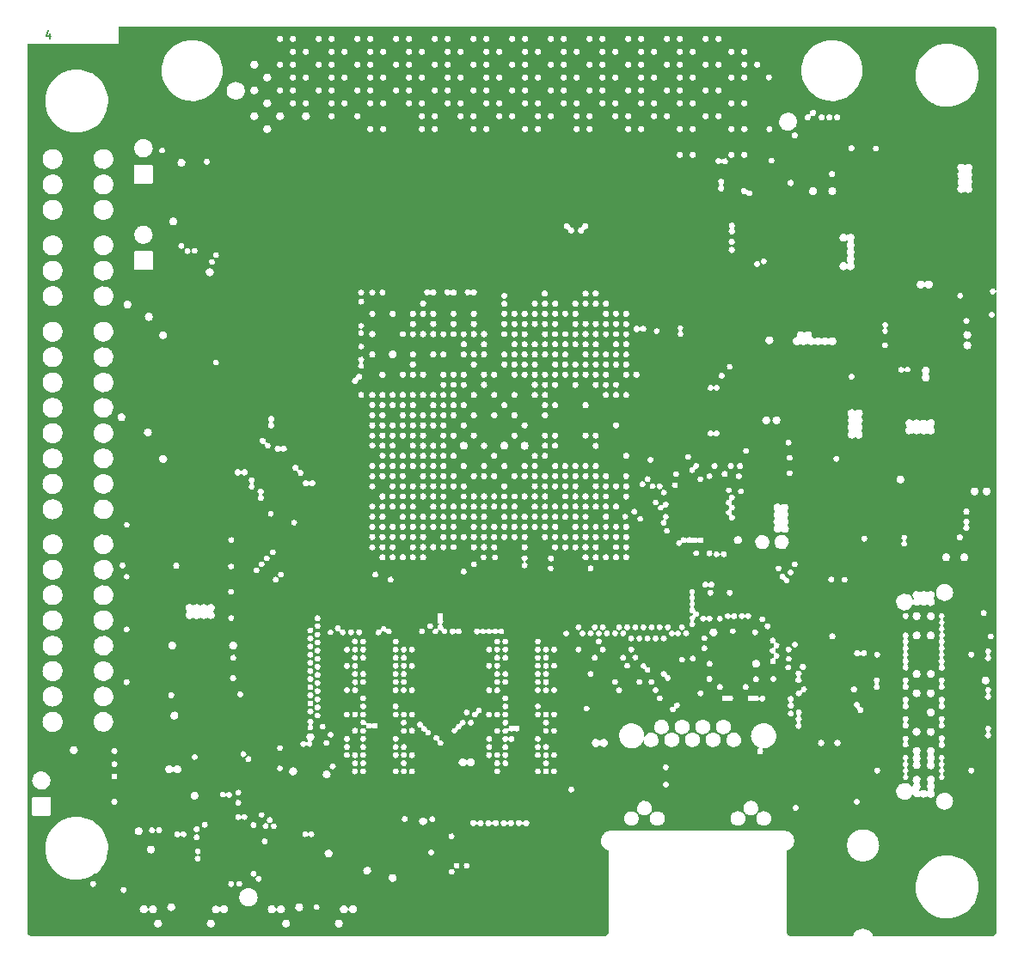
<source format=gbr>
*
%FSLAX26Y26*%
%MOIN*%
%ADD10C,0.006000*%
%ADD11R,0.062992X0.062992*%
%ADD12C,0.047244*%
%ADD13C,0.070000*%
%ADD14C,0.065000*%
%ADD15R,0.065000X0.065000*%
%ADD16R,0.029528X0.029528*%
%ADD17R,0.030709X0.030709*%
%ADD18R,0.050689X0.050689*%
%ADD19R,0.039370X0.039370*%
%ADD20R,0.049213X0.049213*%
%ADD21R,0.059055X0.059055*%
%ADD22R,0.031496X0.031496*%
%ADD23C,0.055118*%
%ADD24C,0.078740*%
%ADD25C,0.025000*%
%ADD26C,0.016000*%
%ADD27C,0.018000*%
%ADD28C,0.020000*%
%ADD29C,0.004000*%
%ADD30C,0.023874*%
%ADD31C,0.027811*%
%IPPOS*%
%LNciaa_acc-l4.gnd.gbr*%
%LPD*%
G75*
G54D10*
X01277368Y-01217981D02*
Y-01237981D01*
X01270225Y-01206552D02*
X01263082Y-01227981D01*
X01281654D01*
G54D11*
X03755900Y-03098400D03*
X03818900D03*
X03755900Y-03035400D03*
X03818900D03*
G54D12*
X03968700Y-03910500D03*
X03391654Y-04584882D02*
Y-04561260D01*
X04185748Y-04584882D02*
Y-04561260D01*
G54D13*
X02657500Y-04437000D03*
X03228300D03*
X03252000Y-04631900D03*
X02633900D03*
G54D14*
X01244100Y-04018100D03*
G54D15*
X02047200Y-04670900D03*
G54D16*
X02280500Y-04046253D02*
Y-04040347D01*
X02310000Y-04046253D02*
Y-04040347D01*
G54D17*
X04741294Y-03147100D02*
X04753106D01*
X04698794D02*
X04710606D01*
X04656294D02*
X04668106D01*
X04741294Y-03116400D02*
X04753106D01*
X04741294Y-03085700D02*
X04753106D01*
X04741294Y-03055000D02*
X04753106D01*
X04741294Y-03024300D02*
X04753106D01*
X04741294Y-02993600D02*
X04753106D01*
X04741294Y-02962900D02*
X04753106D01*
X04698794D02*
X04710606D01*
X04698794Y-02993600D02*
X04710606D01*
X04698794Y-03024300D02*
X04710606D01*
X04698794Y-03055000D02*
X04710606D01*
X04698794Y-03085700D02*
X04710606D01*
X04698794Y-03116400D02*
X04710606D01*
X04656294D02*
X04668106D01*
X04656294Y-03085700D02*
X04668106D01*
X04656294Y-03055000D02*
X04668106D01*
X04656294Y-03024300D02*
X04668106D01*
X04656294Y-02993600D02*
X04668106D01*
X04656294Y-02962900D02*
X04668106D01*
G54D18*
X04749300Y-02438200D03*
X04698600D03*
X04647900D03*
X04597200D03*
X04749300Y-02387500D03*
X04698600D03*
X04647900D03*
X04597200D03*
X04749300Y-02336900D03*
X04698600D03*
X04647900D03*
X04597200D03*
X04749300Y-02286200D03*
X04698600D03*
X04647900D03*
X04597200D03*
G54D19*
X04319700Y-03843721D02*
Y-03833879D01*
Y-03794521D02*
Y-03784679D01*
Y-03892921D02*
Y-03883079D01*
X04280300Y-03892921D02*
Y-03883079D01*
Y-03843721D02*
Y-03833879D01*
Y-03794521D02*
Y-03784679D01*
Y-03745321D02*
Y-03735479D01*
Y-03696121D02*
Y-03686279D01*
Y-03646921D02*
Y-03637079D01*
X04319700Y-03646921D02*
Y-03637079D01*
Y-03696121D02*
Y-03686279D01*
Y-03745321D02*
Y-03735479D01*
G54D20*
X01931100Y-04340600D03*
Y-04439000D03*
X02029500Y-04340600D03*
X01980300Y-04439000D03*
X01931100Y-04389800D03*
X01980300D03*
X02029500D03*
X01980300Y-04340600D03*
X02029500Y-04439000D03*
G54D19*
X03870100Y-02626000D03*
Y-02665400D03*
X03830700D03*
Y-02626000D03*
X03870100Y-02803100D03*
Y-02842500D03*
X03830700D03*
Y-02803100D03*
X04185000Y-02893700D03*
X04224400D03*
Y-02933100D03*
X04185000D03*
G54D11*
X04283500Y-03220500D03*
X04346500D03*
Y-03283500D03*
X04283500D03*
X04220500D03*
Y-03220500D03*
Y-03157500D03*
X04283500D03*
X04346500D03*
G54D21*
X03895500Y-03674500D03*
Y-03615500D03*
X03954500D03*
Y-03674500D03*
G54D22*
X04306500Y-01686500D03*
X04275000D03*
X04243500D03*
Y-01655000D03*
X04275000D03*
X04306500D03*
Y-01623500D03*
X04275000D03*
X04243500D03*
G54D23*
X04242992Y-04649528D02*
Y-04602283D01*
Y-04464488D02*
Y-04417244D01*
X04617008Y-04649528D02*
Y-04602283D01*
Y-04464488D02*
Y-04417244D01*
G54D24*
X04390630Y-04606220D02*
X04469370D01*
G54D25*
X01759800Y-03551200D03*
G54D26*
X02539400Y-04102400D03*
X03933100Y-03212600D03*
X04468500Y-03283500D03*
X03988200Y-03543300D03*
X01921300Y-02047200D03*
G54D25*
X04700800Y-01645700D03*
Y-01673200D03*
X04429100Y-01893700D03*
Y-01940900D03*
G54D26*
X04413400Y-02606300D03*
G54D25*
X04421300Y-02263800D03*
X04472400Y-02224400D03*
X04909400Y-02850400D03*
Y-02878000D03*
X04862200D03*
Y-02850400D03*
X04417300Y-02354300D03*
G54D26*
X04425200Y-02456700D03*
X04503900Y-02551200D03*
Y-02488200D03*
G54D25*
X04252000Y-02708700D03*
X04145700Y-02629900D03*
X04252000D03*
G54D26*
X04913400Y-02078700D03*
X04929100Y-02645700D03*
Y-02279500D03*
Y-02252000D03*
Y-02189000D03*
Y-02563000D03*
Y-02492100D03*
G54D25*
X04933100Y-02460600D03*
Y-02342500D03*
G54D26*
X04225000Y-04135000D03*
G54D25*
X01417300Y-01870100D03*
Y-02204700D03*
G54D26*
X01716500Y-01622000D03*
X04935000Y-03685000D03*
X04735000Y-03705000D03*
X04850000D03*
X04735000Y-03780000D03*
X04850000D03*
Y-03855000D03*
X04735000D03*
X04850000Y-03930000D03*
X04735000D03*
X04850000Y-04005000D03*
X04735000D03*
X04595000D03*
X04485000D03*
X04595000Y-03930000D03*
X04485000D03*
G54D25*
X04615000Y-03855000D03*
G54D27*
X04595000Y-03780000D03*
X04485000D03*
X04595000Y-03705000D03*
X04485000D03*
G54D26*
X04925200Y-03535400D03*
G54D25*
X01771700Y-03728300D03*
X01988200Y-03685000D03*
G54D26*
X02866100Y-04334600D03*
G54D25*
X02685000Y-04275600D03*
G54D26*
X02783500Y-04267700D03*
X02815000Y-04448800D03*
X01444900Y-04665400D03*
X01539400D03*
G54D25*
X01370100Y-04200800D03*
Y-04102400D03*
Y-04051200D03*
X02019700Y-03854300D03*
G54D26*
X02248000Y-04452800D03*
X01527600Y-04354300D03*
G54D25*
X01696900Y-04358300D03*
X01535400Y-04484300D03*
X01696900Y-04476400D03*
G54D26*
X01586600Y-04291300D03*
X01958100Y-04020700D03*
G54D25*
X01740200Y-03940900D03*
X01771700D03*
X02216500Y-04389800D03*
X01850400Y-04610200D03*
X01980300Y-03129900D03*
G54D26*
X01712600Y-03354300D03*
X01807100Y-03385800D03*
X01917300Y-03208700D03*
X01653500Y-03228300D03*
X01811000Y-03208700D03*
X01767700Y-02661400D03*
Y-03126000D03*
X01917300Y-02173200D03*
X01921300Y-02464600D03*
G54D25*
X01708700Y-02173200D03*
X01834600Y-01720500D03*
G54D27*
X03716500Y-02862200D03*
G54D26*
X04307100Y-04019700D03*
X04083085Y-03992581D03*
X04090600Y-04224400D03*
X03901600Y-04133900D03*
X04185000Y-03940900D03*
G54D25*
X04850400Y-01590600D03*
X04527600D03*
X04850400Y-02047200D03*
X04527600D03*
X04704700Y-01909400D03*
X04476400Y-04200800D03*
X04181100Y-01972400D03*
X04220500D03*
X04145700Y-02708700D03*
X02909400Y-04094500D03*
X02878000D03*
G54D26*
X02846500Y-03980300D03*
X03425200Y-03838600D03*
X03393700D03*
G54D25*
Y-04019700D03*
X03425200D03*
G54D26*
X02385800Y-04003900D03*
X02169300Y-03748000D03*
Y-03543300D03*
Y-03874000D03*
X02334600Y-03940900D03*
G54D25*
X02200800Y-04492100D03*
X02149600D03*
G54D26*
X02539400Y-04527600D03*
G54D25*
X02444900Y-04468500D03*
X02346500Y-04610200D03*
G54D27*
X03661400Y-02862200D03*
X03689000D03*
G54D25*
X04165400Y-03559100D03*
X04271700Y-03456700D03*
X04307100D03*
X04413400Y-03559100D03*
X04452800Y-03456700D03*
G54D26*
X03692900Y-03177200D03*
X02063000Y-03043300D03*
G54D27*
X02960600Y-02622000D03*
X03118100Y-03055100D03*
X02881900Y-02937000D03*
G54D25*
X02921300Y-02897600D03*
Y-02818900D03*
G54D27*
X02566900Y-02464600D03*
X02606300Y-02425200D03*
G54D26*
X02460600Y-03893700D03*
G54D25*
X03078700Y-02897600D03*
G54D27*
X03039400Y-02937000D03*
G54D25*
X03078700Y-02818900D03*
G54D27*
X02803100Y-02425200D03*
X02960600Y-02740200D03*
X03472400Y-02858300D03*
X03000000Y-02740200D03*
X03078700D03*
X03039400Y-02779500D03*
X03157500Y-02818900D03*
G54D26*
X04185000Y-03066900D03*
G54D27*
X03110200Y-04346500D03*
X03051200D03*
X02992100D03*
X02933100D03*
G54D26*
X03944900Y-03066900D03*
X04421300Y-03315000D03*
X03673200Y-03744100D03*
X04105000Y-03680000D03*
X03730000Y-03790000D03*
X04040000Y-03850000D03*
X03765000Y-03800000D03*
X03875000Y-03390000D03*
G54D27*
X02606300Y-03094500D03*
X02527600Y-03252000D03*
X02645700Y-03212600D03*
X03236200Y-03015700D03*
X03511800Y-03055100D03*
X03393700Y-03094500D03*
X03433100Y-03212600D03*
X02842500Y-03015700D03*
G54D26*
X03448800Y-03610200D03*
X02763800Y-03173200D03*
G54D27*
X02881900Y-03133900D03*
X03000000Y-03094500D03*
X02921300Y-03252000D03*
X03039400Y-03212600D03*
X03275600Y-03133900D03*
X03157500Y-03173200D03*
X03295300Y-03255900D03*
G54D26*
X02980300Y-03830700D03*
X03232300Y-03578700D03*
Y-03641700D03*
Y-03704700D03*
X02980300Y-03578700D03*
Y-03641700D03*
Y-03704700D03*
X03200800Y-03830700D03*
X03232300Y-03893700D03*
Y-03956700D03*
X03200800D03*
X03232300Y-03988200D03*
X03169300Y-04051200D03*
X03232300D03*
X02980300Y-04082700D03*
Y-04051200D03*
X03011800Y-03988200D03*
Y-03956700D03*
X02980300Y-03925200D03*
X03011800Y-03893700D03*
X02980300D03*
X02429100Y-03830700D03*
X02681100Y-03578700D03*
Y-03641700D03*
Y-03704700D03*
X02649600Y-03830700D03*
X02618100Y-04051200D03*
X02681100Y-03988200D03*
X02649600Y-03956700D03*
X02681100D03*
Y-03893700D03*
Y-04051200D03*
X02429100Y-03578700D03*
Y-03641700D03*
Y-03704700D03*
Y-03893700D03*
Y-03925200D03*
Y-04082700D03*
Y-04051200D03*
X02460600Y-03956700D03*
Y-03988200D03*
G54D27*
X02370000Y-01640000D03*
X03000000Y-02976400D03*
X03354300D03*
X03472400Y-02937000D03*
X02842500Y-02897600D03*
X03000000D03*
X03196900D03*
X03315000Y-02858300D03*
X03039400D03*
X02881900D03*
X02842500Y-02818900D03*
X03000000D03*
X02881900Y-02779500D03*
X02842500Y-02740200D03*
X02921300D03*
X03275600D03*
X03393700Y-02700800D03*
X03118100D03*
X03039400D03*
X02960600D03*
X02881900D03*
X03078700Y-02661400D03*
X02921300D03*
X02645700Y-02346500D03*
X02724400D03*
X02803100D03*
X02566900D03*
X02527600Y-02267700D03*
X02606300D03*
X02685000D03*
X02763800D03*
X02842500D03*
X03511800Y-02661400D03*
X02881900Y-02346500D03*
X02960600D03*
X02921300Y-02267700D03*
X03000000D03*
Y-02307100D03*
Y-02346500D03*
Y-02385800D03*
Y-02425200D03*
X02921300D03*
X02763800D03*
X02685000D03*
X02527600D03*
X02763800Y-02543300D03*
X02645700Y-02503900D03*
X02724400D03*
X02763800D03*
X02803100D03*
X02842500D03*
X02881900D03*
X02960600D03*
X02881900Y-02622000D03*
X03000000Y-02582700D03*
X03236200Y-02622000D03*
X03039400D03*
X03118100D03*
X03078700Y-02582700D03*
X03354300D03*
X03000000Y-02503900D03*
Y-02464600D03*
X03196900Y-02503900D03*
X03472400Y-02543300D03*
X03433100Y-02425200D03*
X03315000Y-02464600D03*
X03039400Y-02425200D03*
X03157500Y-02385800D03*
X03275600Y-02346500D03*
X03393700Y-02307100D03*
X03511800Y-02267700D03*
X03118100D03*
X02763800Y-02582700D03*
X02724400D03*
X02685000D03*
X02645700D03*
X02606300D03*
X02566900D03*
X02527600D03*
X02685000Y-02937000D03*
X02724400Y-03055100D03*
X02566900Y-02976400D03*
X02763800Y-02779500D03*
X02527600Y-02858300D03*
X02645700Y-02818900D03*
X02724400Y-02661400D03*
X02606300Y-02700800D03*
X03870000Y-01590000D03*
X03420000Y-01690000D03*
X03470000D03*
X02420000D03*
X03670000Y-01290000D03*
X02120000Y-01240000D03*
X02270000D03*
X02420000D03*
X02570000D03*
X02720000D03*
X02870000D03*
X03020000D03*
X03170000D03*
X03320000D03*
X03470000D03*
X03620000D03*
X03770000D03*
X02070000Y-01690000D03*
X02220000D03*
X02270000D03*
X02470000D03*
X02620000D03*
X02670000D03*
X02820000D03*
X02870000D03*
X03020000D03*
X03070000D03*
X03270000D03*
X03620000D03*
X03670000D03*
X03820000D03*
X03870000D03*
X04020000D03*
X03970000Y-01640000D03*
X03920000D03*
X03770000D03*
X03720000D03*
X03570000D03*
X03520000D03*
X03370000D03*
X03320000D03*
X03170000D03*
X03120000D03*
X02970000D03*
X02920000D03*
X02770000D03*
X02720000D03*
X02570000D03*
X02520000D03*
X02320000D03*
X02170000D03*
X02120000D03*
X02070000Y-01590000D03*
X02170000D03*
X02270000D03*
X02370000D03*
X02420000D03*
X02470000D03*
X02620000D03*
X02670000D03*
X02820000D03*
X02870000D03*
X03020000D03*
X03070000D03*
X03220000D03*
X03270000D03*
X03420000D03*
X03470000D03*
X03620000D03*
X03670000D03*
X03820000D03*
X04020000D03*
X03970000Y-01540000D03*
X03920000D03*
X03770000D03*
X03720000D03*
X03570000D03*
X03420000D03*
X03270000D03*
X03120000D03*
X02970000D03*
X02820000D03*
X02670000D03*
X02320000D03*
X02220000D03*
X02120000D03*
X02070000Y-01490000D03*
X02170000D03*
X02320000D03*
X02470000D03*
X02620000D03*
X02770000D03*
X02920000D03*
X03070000D03*
X03220000D03*
X03370000D03*
X03520000D03*
X03670000D03*
X03820000D03*
X03870000D03*
X04020000D03*
X03970000Y-01440000D03*
X03920000D03*
X03770000D03*
X03320000D03*
X03170000D03*
X03020000D03*
X02870000D03*
X02720000D03*
X02570000D03*
X02420000D03*
X02270000D03*
X02120000D03*
X02070000Y-01390000D03*
X02170000D03*
X02320000D03*
X02470000D03*
X02620000D03*
X02770000D03*
X02920000D03*
X03070000D03*
X03220000D03*
X03370000D03*
X03520000D03*
X03670000D03*
X03470000Y-01440000D03*
X03620000D03*
X03820000Y-01390000D03*
X03870000D03*
X04020000D03*
X03920000Y-01340000D03*
X03770000D03*
X03620000D03*
X03470000D03*
X03320000D03*
X03170000D03*
X03020000D03*
X02870000D03*
X02720000D03*
X02570000D03*
X02420000D03*
X02270000D03*
X02120000D03*
X02070000Y-01290000D03*
X02170000D03*
X02320000D03*
X02470000D03*
X02620000D03*
X02770000D03*
X02920000D03*
X03070000D03*
X03220000D03*
X03370000D03*
X03520000D03*
X03820000D03*
X03870000D03*
X04020000D03*
X03970000Y-01240000D03*
X03920000D03*
X03039400Y-02740200D03*
G36*
X01187658Y-01261716D02*
G02X01189466Y-01259516I00002396J-00000126D01*
G01X01542907Y-01259416D01*
X01542908Y-01240002D01*
X02157366D01*
G03X02182614Y-01240002I00012624J00000000D01*
G01X02207366D01*
G03X02232614Y-01240002I00012624J00000000D01*
G01X02307366D01*
G03X02332614Y-01240002I00012624J00000000D01*
G01X02357366D01*
G03X02382614Y-01240002I00012624J00000000D01*
G01X02457366D01*
G03X02482614Y-01240002I00012624J00000000D01*
G01X02507366D01*
G03X02532614Y-01240002I00012624J00000000D01*
G01X02607366D01*
G03X02632614Y-01240002I00012624J00000000D01*
G01X02657366D01*
G03X02682614Y-01240002I00012624J00000000D01*
G01X02757366D01*
G03X02782614Y-01240002I00012624J00000000D01*
G01X02807366D01*
G03X02832614Y-01240002I00012624J00000000D01*
G01X02907366D01*
G03X02932614Y-01240002I00012624J00000000D01*
G01X02957366D01*
G03X02982614Y-01240002I00012624J00000000D01*
G01X03057366D01*
G03X03082614Y-01240002I00012624J00000000D01*
G01X03107366D01*
G03X03132614Y-01240002I00012624J00000000D01*
G01X03207366D01*
G03X03232614Y-01240002I00012624J00000000D01*
G01X03257366D01*
G03X03282614Y-01240002I00012624J00000000D01*
G01X03357366D01*
G03X03382614Y-01240002I00012624J00000000D01*
G01X03407366D01*
G03X03432614Y-01240002I00012624J00000000D01*
G01X03507366D01*
G03X03532614Y-01240002I00012624J00000000D01*
G01X03557366D01*
G03X03582614Y-01240002I00012624J00000000D01*
G01X03657366D01*
G03X03682614Y-01240002I00012624J00000000D01*
G01X03707366D01*
G03X03732614Y-01240002I00012624J00000000D01*
G01X03807366D01*
G03X03832614Y-01240002I00012624J00000000D01*
G01X03857366D01*
G03X03882614Y-01240002I00012624J00000000D01*
G01X04949742D01*
X04949740Y-01369116D01*
X04878004D01*
X04873363Y-01345716D01*
X04864295Y-01323716D01*
X04851081Y-01303816D01*
X04834302Y-01286916D01*
X04814453Y-01273516D01*
X04792567Y-01264316D01*
X04769292Y-01259516D01*
X04745238Y-01259307D01*
X04721677Y-01263816D01*
X04699649Y-01272716D01*
X04679639Y-01285816D01*
X04662595Y-01302516D01*
X04649114Y-01322216D01*
X04639728Y-01344116D01*
X04638200Y-01351316D01*
X04427054D01*
X04422555Y-01328616D01*
X04413775Y-01307316D01*
X04401022Y-01288116D01*
X04384753Y-01271716D01*
X04365647Y-01258816D01*
X04344285Y-01249816D01*
X04321887Y-01245216D01*
X04298579Y-01245007D01*
X04275961Y-01249316D01*
X04254406Y-01258016D01*
X04235151Y-01270616D01*
X04218607Y-01286816D01*
X04216426Y-01290002D01*
X03982614D01*
G03X03957366Y-01290002I-00012624J00000000D01*
G01X03932614D01*
G03X03907366Y-01290002I-00012624J00000000D01*
G01X03782614D01*
G03X03757366Y-01290002I-00012624J00000000D01*
G01X03732614D01*
G03X03707366Y-01290002I-00012624J00000000D01*
G01X03632614D01*
G03X03607366Y-01290002I-00012624J00000000D01*
G01X03582614D01*
G03X03557366Y-01290002I-00012624J00000000D01*
G01X03482614D01*
G03X03457366Y-01290002I-00012624J00000000D01*
G01X03432614D01*
G03X03407366Y-01290002I-00012624J00000000D01*
G01X03332614D01*
G03X03307366Y-01290002I-00012624J00000000D01*
G01X03282614D01*
G03X03257366Y-01290002I-00012624J00000000D01*
G01X03182614D01*
G03X03157366Y-01290002I-00012624J00000000D01*
G01X03132614D01*
G03X03107366Y-01290002I-00012624J00000000D01*
G01X03032614D01*
G03X03007366Y-01290002I-00012624J00000000D01*
G01X02982614D01*
G03X02957366Y-01290002I-00012624J00000000D01*
G01X02882614D01*
G03X02857366Y-01290002I-00012624J00000000D01*
G01X02832614D01*
G03X02807366Y-01290002I-00012624J00000000D01*
G01X02732614D01*
G03X02707366Y-01290002I-00012624J00000000D01*
G01X02682614D01*
G03X02657366Y-01290002I-00012624J00000000D01*
G01X02582614D01*
G03X02557366Y-01290002I-00012624J00000000D01*
G01X02532614D01*
G03X02507366Y-01290002I-00012624J00000000D01*
G01X02432614D01*
G03X02407366Y-01290002I-00012624J00000000D01*
G01X02382614D01*
G03X02357366Y-01290002I-00012624J00000000D01*
G01X02282614D01*
G03X02257366Y-01290002I-00012624J00000000D01*
G01X02232614D01*
G03X02207366Y-01290002I-00012624J00000000D01*
G01X01921905D01*
X01920652Y-01288116D01*
X01904383Y-01271716D01*
X01885276Y-01258816D01*
X01863915Y-01249816D01*
X01841517Y-01245216D01*
X01818209Y-01245007D01*
X01795591Y-01249316D01*
X01774036Y-01258016D01*
X01754781Y-01270616D01*
X01738237Y-01286816D01*
X01725228Y-01305816D01*
X01716098Y-01327116D01*
X01711303Y-01349716D01*
X01710982Y-01372716D01*
X01437353D01*
X01417371Y-01364316D01*
X01394095Y-01359516D01*
X01370041Y-01359307D01*
X01346480Y-01363816D01*
X01324453Y-01372716D01*
X01304443Y-01385816D01*
X01287398Y-01402516D01*
X01273917Y-01422216D01*
X01264531Y-01444116D01*
X01259565Y-01467516D01*
X01259232Y-01491316D01*
X01187661D01*
X01187658Y-01261716D01*
G37*
G36*
X01187661Y-01491316D02*
X01259232D01*
X01263542Y-01514816D01*
X01272334Y-01537016D01*
X01285224Y-01557016D01*
X01301816Y-01574216D01*
X01321374Y-01587816D01*
X01321565Y-01587916D01*
X01343310Y-01597416D01*
X01366506Y-01602516D01*
X01390430Y-01603040D01*
X01413880Y-01598916D01*
X01436322Y-01590216D01*
X01436648Y-01590009D01*
X02103859D01*
G03X02136117Y-01590009I00016129J00000000D01*
G01X02507366D01*
G03X02532614Y-01590002I00012624J00000007D01*
G01X02557366D01*
G03X02582614Y-01590002I00012624J00000000D01*
G01X02707366D01*
G03X02732614Y-01590002I00012624J00000000D01*
G01X02757366D01*
G03X02782614Y-01590002I00012624J00000000D01*
G01X02907366D01*
G03X02932614Y-01590002I00012624J00000000D01*
G01X02957366D01*
G03X02982614Y-01590002I00012624J00000000D01*
G01X03107366D01*
G03X03132614Y-01590002I00012624J00000000D01*
G01X03157366D01*
G03X03182614Y-01590002I00012624J00000000D01*
G01X03307366D01*
G03X03332614Y-01590002I00012624J00000000D01*
G01X03357366D01*
G03X03382614Y-01590002I00012624J00000000D01*
G01X03507366D01*
G03X03532614Y-01590002I00012624J00000000D01*
G01X03557366D01*
G03X03582614Y-01590002I00012624J00000000D01*
G01X03707366D01*
G03X03732614Y-01590002I00012624J00000000D01*
G01X03757366D01*
G03X03782614Y-01590002I00012624J00000000D01*
G01X03907366D01*
G03X03932614Y-01590002I00012624J00000000D01*
G01X03957366D01*
G03X03982602Y-01590566I00012624J00000000D01*
G01X04054897D01*
G03X04078903Y-01590566I00012003J00000000D01*
G01X04118390D01*
G03X04174853Y-01561616I00020810J00028950D01*
G01X04949738D01*
X04949737Y-01615002D01*
X04177614D01*
G03X04152366Y-01615002I-00012624J00000000D01*
G01X01187663D01*
X01187661Y-01491316D01*
G37*
G36*
X01187663Y-01615002D02*
X04152366D01*
G03X04177614Y-01615002I00012624J00000000D01*
G01X04949737D01*
X04949737Y-01665366D01*
X04492303D01*
G03X04468302Y-01665002I-00012003J00000000D01*
G01X04397614D01*
G03X04372366Y-01665002I-00012624J00000000D01*
G01X01721399D01*
G03X01703784Y-01665020I-00008799J-00008164D01*
G01X01676211D01*
G03X01603789Y-01665020I-00036211J00000000D01*
G01X01187663D01*
X01187663Y-01615002D01*
G37*
G36*
X01187663Y-01665020D02*
X01603789D01*
G03X01666214Y-01690002I00036211J00000000D01*
G01X03707366D01*
G03X03732614Y-01690002I00012624J00000000D01*
G01X03757366D01*
G03X03782614Y-01690002I00012624J00000000D01*
G01X03907366D01*
G03X03932614Y-01690002I00012624J00000000D01*
G01X03957366D01*
G03X03982614Y-01690002I00012624J00000000D01*
G01X04949737D01*
X04949736Y-01712566D01*
X04086803D01*
G03X04062797Y-01712566I-00012003J00000000D01*
G01X03907435D01*
G03X03885009Y-01707316I-00012398J-00002435D01*
G02X03880557Y-01708116I-00002429J00000728D01*
G03X03857350Y-01715004I-00010581J-00006888D01*
G01X01897714D01*
G03X01873797Y-01716466I-00011914J-00001462D01*
G01X01802993D01*
G03X01779165Y-01706616I-00015603J-00004000D01*
G01X01524034D01*
G03X01445913Y-01706616I-00039061J00000000D01*
G01X01327184D01*
G03X01249063Y-01706616I-00039061J00000000D01*
G01X01187664D01*
X01187663Y-01665020D01*
G37*
G36*
X01187664Y-01706616D02*
X01249063D01*
G03X01327184Y-01706616I00039061J00000000D01*
G01X01445913D01*
G03X01514160Y-01732575I00039061J00000000D01*
G01X01603870D01*
G03X01603871Y-01732616I00003704J00000000D01*
G01X01603871Y-01797416D01*
X01604142Y-01798816D01*
X01604927Y-01800016D01*
X01606083Y-01800816D01*
X01606665Y-01801016D01*
X01607257Y-01801116D01*
X01672737D01*
X01673334Y-01801016D01*
X01673916Y-01800816D01*
X01675073Y-01800016D01*
X01675858Y-01798816D01*
X01676130Y-01797416D01*
X03867602D01*
G03X03872345Y-01805016I00012398J00002457D01*
G01X01524034D01*
G03X01445913Y-01805016I-00039061J00000000D01*
G01X01327184D01*
G03X01249063Y-01805016I-00039061J00000000D01*
G01X01187665D01*
X01187664Y-01706616D01*
G37*
G36*
X01187665Y-01805016D02*
X01249063D01*
G03X01327184Y-01805016I00039061J00000000D01*
G01X01445913D01*
G03X01524034Y-01805016I00039061J00000000D01*
G01X03872345D01*
G02X03873152Y-01809416I-00000657J-00002394D01*
G03X03886722Y-01830721I00006843J-00010616D01*
G01X03955821D01*
G03X03973287Y-01842416I00012648J00000000D01*
G02X03977084Y-01843216I00001589J-00001870D01*
G03X04001597Y-01838878I00011873J00004338D01*
G01X04222293D01*
G03X04252339Y-01830720I00013916J00008158D01*
G01X04294881D01*
G03X04327143Y-01830720I00016131J00000000D01*
G01X04796919D01*
G03X04822403Y-01834316I00014105J00007859D01*
G02X04826513Y-01833516I00002322J-00000972D01*
G03X04850084Y-01811516I00012074J00010691D01*
G02X04849189Y-01807416I00000903J00002345D01*
G03X04849940Y-01783816I-00010610J00012149D01*
G02X04849228Y-01779816I00001033J00002247D01*
G03X04849999Y-01756316I-00010645J00012112D01*
G02X04849268Y-01752216I00000977J00002289D01*
G03X04854727Y-01740121I-00010671J00012095D01*
G01X04949736D01*
X04949734Y-01903451D01*
X01524052D01*
G03X01445895Y-01903451I-00039078J00000000D01*
G01X01327201D01*
G03X01249045Y-01903451I-00039078J00000000D01*
G01X01187666D01*
X01187665Y-01805016D01*
G37*
G36*
X01187666Y-01903451D02*
X01249045D01*
G03X01327201Y-01903451I00039078J00000000D01*
G01X01445895D01*
G03X01524052Y-01903451I00039078J00000000D01*
G01X04949734D01*
X04949733Y-01948832D01*
X01772019D01*
G03X01739769Y-01948832I-00016125J00000000D01*
G01X01187667D01*
X01187666Y-01903451D01*
G37*
G36*
X01187667Y-01948832D02*
X01739769D01*
G03X01772019Y-01948832I00016125J00000000D01*
G01X04949733D01*
X04949733Y-01964578D01*
X03933960D01*
G03X03908790Y-01966408I-00012651J00000000D01*
G01X03366258D01*
G03X03341044Y-01967616I-00012636J00000000D01*
G02X03338298Y-01971116I-00002222J-00001084D01*
G03X03323762Y-01983603I-00001905J-00012487D01*
G01X03311231D01*
G03X03296757Y-01971116I-00012637J-00000016D01*
G02X03293869Y-01968516I-00000499J00002349D01*
G03X03268767Y-01966370I-00012459J00002146D01*
G01X01653374D01*
G03X01603789Y-02000020I-00013374J-00033651D01*
G01X01187668D01*
X01187667Y-01948832D01*
G37*
G36*
X01187668Y-02000020D02*
X01603789D01*
G03X01663505Y-02027566I00036211J00000000D01*
G01X03908644D01*
G03X03933856Y-02027566I00012606J00000000D01*
G01X04350542D01*
G03X04365788Y-02023216I00003756J00015727D01*
G02X04369739Y-02022416I00002324J-00001323D01*
G01X04371291Y-02024016D01*
G02X04371187Y-02027316I-00001793J-00001595D01*
G03X04366225Y-02043266I00010703J-00012076D01*
G01X01799403D01*
G03X01775511Y-02041616I-00012003J00000000D01*
G01X01524034D01*
G03X01445913Y-02041616I-00039061J00000000D01*
G01X01327184D01*
G03X01249063Y-02041616I-00039061J00000000D01*
G01X01187668D01*
X01187668Y-02000020D01*
G37*
G36*
X01187668Y-02041616D02*
X01249063D01*
G03X01327184Y-02041616I00039061J00000000D01*
G01X01445913D01*
G03X01514160Y-02067575I00039061J00000000D01*
G01X01603870D01*
G03X01603871Y-02067616I00003704J00000000D01*
G01X01603871Y-02132416D01*
X01604142Y-02133816D01*
X01604927Y-02135016D01*
X01606083Y-02135816D01*
X01606665Y-02136016D01*
X01607257Y-02136116D01*
X01672737D01*
X01673334Y-02136016D01*
X01673916Y-02135816D01*
X01675073Y-02135016D01*
X01675858Y-02133816D01*
X01676130Y-02132416D01*
X01888466D01*
G03X01882542Y-02140016I00009160J-00013250D01*
G01X01524034D01*
G03X01445913Y-02140016I-00039061J00000000D01*
G01X01327184D01*
G03X01249063Y-02140016I-00039061J00000000D01*
G01X01187669D01*
X01187668Y-02041616D01*
G37*
G36*
X01187669Y-02140016D02*
X01249063D01*
G03X01327184Y-02140016I00039061J00000000D01*
G01X01445913D01*
G03X01523623Y-02145666I00039061J00000000D01*
G01X01881518D01*
G03X01913734Y-02145666I00016108J00000000D01*
G01X04949731D01*
X04949731Y-02192905D01*
X04701256D01*
G03X04671275Y-02184516I-00016164J00000000D01*
G02X04667366Y-02184616I-00001989J00001294D01*
G03X04637362Y-02192930I-00013850J-00008314D01*
G01X01187670D01*
X01187669Y-02140016D01*
G37*
G36*
X01187670Y-02192930D02*
X04637362D01*
G03X04667323Y-02201316I00016154J00000000D01*
G02X04671228Y-02201216I00001987J-00001285D01*
G03X04701256Y-02192905I00013864J00008311D01*
G01X04949731D01*
X04949730Y-02220466D01*
X04945103D01*
G03X04921097Y-02220466I-00012003J00000000D01*
G01X03403515D01*
G03X03381085Y-02228366I-00009824J-00007900D01*
G01X03366927D01*
G03X03341715Y-02228366I-00012606J00000000D01*
G01X03208882D01*
G03X03183670Y-02228366I-00012606J00000000D01*
G01X03049184D01*
G03X03034991Y-02224442I-00009824J-00007900D01*
G01X02933904D01*
G03X02911314Y-02216616I-00012651J00000000D01*
G02X02907602Y-02216616I-00001856J00001566D01*
G03X02884986Y-02224391I-00009971J-00007775D01*
G01X02855164D01*
G03X02832574Y-02216616I-00012650J-00000050D01*
G02X02828861Y-02216616I-00001856J00001566D01*
G03X02806245Y-02224391I-00009971J-00007775D01*
G01X02776424D01*
G03X02753834Y-02216616I-00012650J-00000050D01*
G02X02750121Y-02216616I-00001856J00001566D01*
G03X02727505Y-02224366I-00009971J-00007775D01*
G01X02578903D01*
G03X02554897Y-02224366I-00012003J00000000D01*
G01X02539603D01*
G03X02515597Y-02224366I-00012003J00000000D01*
G01X02496303D01*
G03X02472297Y-02224366I-00012003J00000000D01*
G01X01521425D01*
G03X01445895Y-02238451I-00036451J-00014085D01*
G01X01327201D01*
G03X01249045Y-02238451I-00039078J00000000D01*
G01X01187670D01*
X01187670Y-02192930D01*
G37*
G36*
X01187670Y-02238451D02*
X01249045D01*
G03X01327201Y-02238451I00039078J00000000D01*
G01X01445895D01*
G03X01505562Y-02271666I00039078J00000000D01*
G01X01562621D01*
G03X01594836Y-02271666I00016108J00000000D01*
G01X02482731D01*
G03X02493280Y-02267730I00001569J00011900D01*
G01X02711776D01*
G03X02737024Y-02267730I00012624J00000000D01*
G01X03026737D01*
G03X03051984Y-02267730I00012624J00000000D01*
G01X03144847D01*
G03X03170095Y-02267730I00012624J00000000D01*
G01X03184217D01*
G03X03209465Y-02267730I00012624J00000000D01*
G01X03223587D01*
G03X03248835Y-02267730I00012624J00000000D01*
G01X03302327D01*
G03X03327575Y-02267730I00012624J00000000D01*
G01X03341697D01*
G03X03366945Y-02267730I00012624J00000000D01*
G01X03381067D01*
G03X03406315Y-02267730I00012624J00000000D01*
G01X03420437D01*
G03X03445685Y-02267730I00012624J00000000D01*
G01X04949730D01*
X04949729Y-02310966D01*
X04941103D01*
G03X04917748Y-02307066I-00012003J00000000D01*
G01X03524407D01*
G03X03499195Y-02307066I-00012606J00000000D01*
G01X03485037D01*
G03X03459825Y-02307066I-00012606J00000000D01*
G01X03445667D01*
G03X03420455Y-02307066I-00012606J00000000D01*
G01X03327557D01*
G03X03302345Y-02307066I-00012606J00000000D01*
G01X03288187D01*
G03X03262975Y-02307066I-00012606J00000000D01*
G01X03248817D01*
G03X03223605Y-02307066I-00012606J00000000D01*
G01X03209447D01*
G03X03184235Y-02307066I-00012606J00000000D01*
G01X03170077D01*
G03X03144865Y-02307066I-00012606J00000000D01*
G01X03130707D01*
G03X03105495Y-02307066I-00012606J00000000D01*
G01X03091337D01*
G03X03066125Y-02307066I-00012606J00000000D01*
G01X03051966D01*
G03X03026754Y-02307066I-00012606J00000000D01*
G01X02933856D01*
G03X02908644Y-02307066I-00012606J00000000D01*
G01X02855116D01*
G03X02829904Y-02307066I-00012606J00000000D01*
G01X02776376D01*
G03X02751164Y-02307066I-00012606J00000000D01*
G01X02737006D01*
G03X02711794Y-02307066I-00012606J00000000D01*
G01X02697636D01*
G03X02672424Y-02307066I-00012606J00000000D01*
G01X02618896D01*
G03X02593684Y-02307066I-00012606J00000000D01*
G01X02540155D01*
G03X02514943Y-02307066I-00012606J00000000D01*
G01X01672356D01*
G03X01645278Y-02318906I-00010951J-00011840D01*
G01X01187671D01*
X01187670Y-02238451D01*
G37*
G36*
X01187671Y-02318906D02*
X01645278D01*
G03X01677533Y-02318906I00016128J00000000D01*
G01X02523223D01*
G03X02540155Y-02307066I00004327J00011840D01*
G01X02593684D01*
G03X02618896Y-02307066I00012606J00000000D01*
G01X02672424D01*
G03X02697636Y-02307066I00012606J00000000D01*
G01X02711794D01*
G03X02737006Y-02307066I00012606J00000000D01*
G01X02751164D01*
G03X02776376Y-02307066I00012606J00000000D01*
G01X02829904D01*
G03X02855116Y-02307066I00012606J00000000D01*
G01X02908644D01*
G03X02933856Y-02307066I00012606J00000000D01*
G01X03026754D01*
G03X03051966Y-02307066I00012606J00000000D01*
G01X03066125D01*
G03X03091337Y-02307066I00012606J00000000D01*
G01X03105495D01*
G03X03130707Y-02307066I00012606J00000000D01*
G01X03144865D01*
G03X03170077Y-02307066I00012606J00000000D01*
G01X03184235D01*
G03X03209447Y-02307066I00012606J00000000D01*
G01X03223605D01*
G03X03248817Y-02307066I00012606J00000000D01*
G01X03262975D01*
G03X03288187Y-02307066I00012606J00000000D01*
G01X03302345D01*
G03X03327557Y-02307066I00012606J00000000D01*
G01X03420455D01*
G03X03445667Y-02307066I00012606J00000000D01*
G01X03459825D01*
G03X03485037Y-02307066I00012606J00000000D01*
G01X03499195D01*
G03X03523789Y-02310966I00012606J00000000D01*
G01X04917097D01*
G03X04941103Y-02310966I00012003J00000000D01*
G01X04949729D01*
X04949729Y-02334566D01*
X04842703D01*
G03X04818697Y-02334566I-00012003J00000000D01*
G01X03515961D01*
G03X03499195Y-02346466I-00004159J-00011900D01*
G01X03485037D01*
G03X03459825Y-02346466I-00012606J00000000D01*
G01X03445667D01*
G03X03420455Y-02346466I-00012606J00000000D01*
G01X03406297D01*
G03X03381085Y-02346466I-00012606J00000000D01*
G01X03366927D01*
G03X03341715Y-02346466I-00012606J00000000D01*
G01X03327557D01*
G03X03302345Y-02346466I-00012606J00000000D01*
G01X03248817D01*
G03X03223605Y-02346466I-00012606J00000000D01*
G01X03209447D01*
G03X03184235Y-02346466I-00012606J00000000D01*
G01X03170077D01*
G03X03144865Y-02346466I-00012606J00000000D01*
G01X03130707D01*
G03X03105495Y-02346466I-00012606J00000000D01*
G01X03091337D01*
G03X03066125Y-02346466I-00012606J00000000D01*
G01X03051966D01*
G03X03026754Y-02346466I-00012606J00000000D01*
G01X02933856D01*
G03X02908644Y-02346466I-00012606J00000000D01*
G01X02855116D01*
G03X02829904Y-02346466I-00012606J00000000D01*
G01X02776376D01*
G03X02751164Y-02346466I-00012606J00000000D01*
G01X02697636D01*
G03X02672424Y-02346466I-00012606J00000000D01*
G01X02493433D01*
G03X02483205Y-02366216I-00009133J-00007794D01*
G02X02483439Y-02369816I-00001460J-00001902D01*
G03X02472211Y-02381825I00000808J-00012009D01*
G01X01730538D01*
G03X01707221Y-02376616I-00014014J-00007941D01*
G01X01524034D01*
G03X01445913Y-02376616I-00039061J00000000D01*
G01X01327184D01*
G03X01249063Y-02376616I-00039061J00000000D01*
G01X01187672D01*
X01187671Y-02318906D01*
G37*
G36*
X01187672Y-02376616D02*
X01249063D01*
G03X01327184Y-02376616I00039061J00000000D01*
G01X01445913D01*
G03X01506106Y-02409466I00039061J00000000D01*
G01X04050810D01*
G03X04063447Y-02425195I00016108J00000000D01*
G01X03524422D01*
G03X03499181Y-02425195I-00012621J00000000D01*
G01X03485052D01*
G03X03459811Y-02425195I-00012621J00000000D01*
G01X03406312D01*
G03X03381070Y-02425195I-00012621J00000000D01*
G01X03366942D01*
G03X03341700Y-02425195I-00012621J00000000D01*
G01X03327572D01*
G03X03302330Y-02425195I-00012621J00000000D01*
G01X03288202D01*
G03X03262960Y-02425195I-00012621J00000000D01*
G01X03248831D01*
G03X03223590Y-02425195I-00012621J00000000D01*
G01X03209461D01*
G03X03184220Y-02425195I-00012621J00000000D01*
G01X03170091D01*
G03X03144850Y-02425195I-00012621J00000000D01*
G01X03130721D01*
G03X03105480Y-02425195I-00012621J00000000D01*
G01X03091351D01*
G03X03066110Y-02425195I-00012621J00000000D01*
G01X02973241D01*
G03X02948000Y-02425195I-00012621J00000000D01*
G01X02894501D01*
G03X02869259Y-02425195I-00012621J00000000D01*
G01X02493362D01*
G03X02472297Y-02433066I-00009062J-00007871D01*
G01X01187673D01*
X01187672Y-02376616D01*
G37*
G36*
X01187673Y-02433066D02*
X02472297D01*
G03X02496303Y-02433066I00012003J00000000D01*
G01X02872014D01*
G03X02894501Y-02425195I00009866J00007871D01*
G01X02948000D01*
G03X02973241Y-02425195I00012621J00000000D01*
G01X03066110D01*
G03X03091351Y-02425195I00012621J00000000D01*
G01X03105480D01*
G03X03130721Y-02425195I00012621J00000000D01*
G01X03144850D01*
G03X03170091Y-02425195I00012621J00000000D01*
G01X03184220D01*
G03X03209461Y-02425195I00012621J00000000D01*
G01X03223590D01*
G03X03248831Y-02425195I00012621J00000000D01*
G01X03262960D01*
G03X03288202Y-02425195I00012621J00000000D01*
G01X03302330D01*
G03X03327572Y-02425195I00012621J00000000D01*
G01X03341700D01*
G03X03366942Y-02425195I00012621J00000000D01*
G01X03381070D01*
G03X03406312Y-02425195I00012621J00000000D01*
G01X03459811D01*
G03X03485052Y-02425195I00012621J00000000D01*
G01X03499181D01*
G03X03524422Y-02425195I00012621J00000000D01*
G01X04063447D01*
G03X04082540Y-02413390I00003470J00015729D01*
G01X04157061D01*
G03X04184558Y-02424916I00016164J00000000D01*
G02X04188415Y-02423816I00002381J-00001036D01*
G03X04212011Y-02425016I00012359J00010431D01*
G02X04215974Y-02423816I00002473J-00001025D01*
G03X04239570Y-02425016I00012359J00010431D01*
G02X04243533Y-02423816I00002473J-00001025D01*
G03X04267130Y-02425016I00012359J00010431D01*
G02X04271092Y-02423816I00002473J-00001025D01*
G03X04294689Y-02425016I00012359J00010431D01*
G02X04298652Y-02423816I00002474J-00001025D01*
G03X04315107Y-02429066I00012384J00010404D01*
G01X04503697D01*
G03X04527703Y-02429166I00012003J00000000D01*
G01X04818526D01*
G03X04850742Y-02429166I00016108J00000000D01*
G01X04949728D01*
X04949727Y-02464566D01*
X03523803D01*
G03X03499797Y-02464566I-00012003J00000000D01*
G01X03485037D01*
G03X03459825Y-02464566I-00012606J00000000D01*
G01X03445667D01*
G03X03420455Y-02464566I-00012606J00000000D01*
G01X03406297D01*
G03X03381085Y-02464566I-00012606J00000000D01*
G01X03366927D01*
G03X03341715Y-02464566I-00012606J00000000D01*
G01X03288187D01*
G03X03262975Y-02464566I-00012606J00000000D01*
G01X03248817D01*
G03X03223605Y-02464566I-00012606J00000000D01*
G01X03209447D01*
G03X03184235Y-02464566I-00012606J00000000D01*
G01X03170077D01*
G03X03144865Y-02464566I-00012606J00000000D01*
G01X03130707D01*
G03X03105495Y-02464566I-00012606J00000000D01*
G01X03091337D01*
G03X03066125Y-02464566I-00012606J00000000D01*
G01X03051966D01*
G03X03026754Y-02464566I-00012606J00000000D01*
G01X02973226D01*
G03X02948014Y-02464566I-00012606J00000000D01*
G01X02933856D01*
G03X02908644Y-02464566I-00012606J00000000D01*
G01X02894486D01*
G03X02869274Y-02464566I-00012606J00000000D01*
G01X02815746D01*
G03X02790534Y-02464566I-00012606J00000000D01*
G01X02776376D01*
G03X02751164Y-02464566I-00012606J00000000D01*
G01X02697636D01*
G03X02672424Y-02464566I-00012606J00000000D01*
G01X02622395D01*
G03X02590180Y-02464566I-00016108J00000000D01*
G01X02540155D01*
G03X02514943Y-02464566I-00012606J00000000D01*
G01X01522610D01*
G03X01445913Y-02475016I-00037637J-00010450D01*
G01X01327184D01*
G03X01249063Y-02475016I-00039061J00000000D01*
G01X01187673D01*
X01187673Y-02433066D01*
G37*
G36*
X01187673Y-02475016D02*
X01249063D01*
G03X01327184Y-02475016I00039061J00000000D01*
G01X01445913D01*
G03X01517877Y-02496066I00039061J00000000D01*
G01X01909297D01*
G03X01933303Y-02496066I00012003J00000000D01*
G01X02477962D01*
G02X02477339Y-02499416I-00002088J-00001344D01*
G03X02495260Y-02503966I00006843J-00010616D01*
G01X02672424D01*
G03X02697636Y-02503966I00012606J00000000D01*
G01X02908644D01*
G03X02933856Y-02503966I00012606J00000000D01*
G01X03026754D01*
G03X03051966Y-02503966I00012606J00000000D01*
G01X03066125D01*
G03X03091337Y-02503966I00012606J00000000D01*
G01X03105495D01*
G03X03130707Y-02503966I00012606J00000000D01*
G01X03144865D01*
G03X03170077Y-02503966I00012606J00000000D01*
G01X03223605D01*
G03X03248817Y-02503966I00012606J00000000D01*
G01X03262975D01*
G03X03288187Y-02503966I00012606J00000000D01*
G01X03302345D01*
G03X03327557Y-02503966I00012606J00000000D01*
G01X03341715D01*
G03X03366927Y-02503966I00012606J00000000D01*
G01X03381085D01*
G03X03406297Y-02503966I00012606J00000000D01*
G01X03420455D01*
G03X03445667Y-02503966I00012606J00000000D01*
G01X03459825D01*
G03X03485037Y-02503966I00012606J00000000D01*
G01X03499195D01*
G03X03521704Y-02511766I00012606J00000000D01*
G01X03901397D01*
G03X03915632Y-02523560I00012003J00000000D01*
G01X04566693D01*
G03X04588486Y-02530516I00012006J00000000D01*
G02X04591757Y-02529116I00002193J-00000602D01*
G03X04613734Y-02527512I00010642J00005556D01*
G01X04657030D01*
G03X04661737Y-02538916I00016167J00000000D01*
G02X04662573Y-02543016I-00000926J-00002324D01*
G03X04657581Y-02551166I00010662J-00012133D01*
G01X04397803D01*
G03X04374483Y-02547166I-00012003J00000000D01*
G01X03893903D01*
G03X03870532Y-02543314I-00012003J00000000D01*
G01X03563798D01*
G03X03538545Y-02543314I-00012626J00000000D01*
G01X03524428D01*
G03X03499175Y-02543314I-00012626J00000000D01*
G01X03445688D01*
G03X03420435Y-02543314I-00012626J00000000D01*
G01X03406318D01*
G03X03381065Y-02543314I-00012626J00000000D01*
G01X03366948D01*
G03X03341695Y-02543314I-00012626J00000000D01*
G01X03327577D01*
G03X03302325Y-02543314I-00012626J00000000D01*
G01X03288207D01*
G03X03262954Y-02543314I-00012626J00000000D01*
G01X03248837D01*
G03X03223584Y-02543314I-00012626J00000000D01*
G01X03209467D01*
G03X03184214Y-02543314I-00012626J00000000D01*
G01X03170097D01*
G03X03144844Y-02543314I-00012626J00000000D01*
G01X03130727D01*
G03X03105474Y-02543314I-00012626J00000000D01*
G01X03091357D01*
G03X03066104Y-02543314I-00012626J00000000D01*
G01X03012617D01*
G03X02987364Y-02543314I-00012626J00000000D01*
G01X02973247D01*
G03X02947994Y-02543314I-00012626J00000000D01*
G01X02894507D01*
G03X02869254Y-02543314I-00012626J00000000D01*
G01X02855137D01*
G03X02829884Y-02543314I-00012626J00000000D01*
G01X02815766D01*
G03X02790513Y-02543314I-00012626J00000000D01*
G01X02737026D01*
G03X02711773Y-02543314I-00012626J00000000D01*
G01X02697656D01*
G03X02672403Y-02543314I-00012626J00000000D01*
G01X02658286D01*
G03X02633033Y-02543314I-00012626J00000000D01*
G01X02579546D01*
G03X02554293Y-02543314I-00012626J00000000D01*
G01X02486314D01*
G03X02463741Y-02551116I-00009906J-00007897D01*
G02X02461105Y-02554316I-00002332J-00000765D01*
G01Y-02554266D01*
G03X02447947Y-02566904I-00000510J-00012638D01*
G01X01523499D01*
G03X01445895Y-02573451I-00038526J-00006547D01*
G01X01327201D01*
G03X01249045Y-02573451I-00039078J00000000D01*
G01X01187675D01*
X01187673Y-02475016D01*
G37*
G36*
X01187675Y-02573451D02*
X01249045D01*
G03X01327201Y-02573451I00039078J00000000D01*
G01X01445895D01*
G03X01522950Y-02582666I00039078J00000000D01*
G01X02790534D01*
G03X02815746Y-02582666I00012606J00000000D01*
G01X02829904D01*
G03X02855116Y-02582666I00012606J00000000D01*
G01X02869274D01*
G03X02894486Y-02582666I00012606J00000000D01*
G01X02948014D01*
G03X02973226Y-02582666I00012606J00000000D01*
G01X03144865D01*
G03X03170077Y-02582666I00012606J00000000D01*
G01X03184235D01*
G03X03209447Y-02582666I00012606J00000000D01*
G01X03223605D01*
G03X03248817Y-02582666I00012606J00000000D01*
G01X03302345D01*
G03X03327557Y-02582666I00012606J00000000D01*
G01X03381085D01*
G03X03406297Y-02582666I00012606J00000000D01*
G01X03420455D01*
G03X03445667Y-02582666I00012606J00000000D01*
G01X03459825D01*
G03X03477381Y-02594260I00012606J00000000D01*
G01X03826593D01*
G03X03849295Y-02599716I00012006J00000000D01*
G02X03851505Y-02599716I00001105J-00002088D01*
G03X03874203Y-02594260I00010693J00005456D01*
G01X04949726D01*
X04949725Y-02622066D01*
X03524407D01*
G03X03499195Y-02622066I-00012606J00000000D01*
G01X03485037D01*
G03X03459825Y-02622066I-00012606J00000000D01*
G01X03445667D01*
G03X03420455Y-02622066I-00012606J00000000D01*
G01X03209447D01*
G03X03184235Y-02622066I-00012606J00000000D01*
G01X03170077D01*
G03X03144865Y-02622066I-00012606J00000000D01*
G01X03091337D01*
G03X03066125Y-02622066I-00012606J00000000D01*
G01X03012596D01*
G03X02987384Y-02622066I-00012606J00000000D01*
G01X02933856D01*
G03X02908644Y-02622066I-00012606J00000000D01*
G01X02855116D01*
G03X02829904Y-02622066I-00012606J00000000D01*
G01X02815746D01*
G03X02790534Y-02622066I-00012606J00000000D01*
G01X02776376D01*
G03X02751164Y-02622066I-00012606J00000000D01*
G01X02737006D01*
G03X02711794Y-02622066I-00012606J00000000D01*
G01X02697636D01*
G03X02672424Y-02622066I-00012606J00000000D01*
G01X02658266D01*
G03X02633054Y-02622066I-00012606J00000000D01*
G01X02618896D01*
G03X02593684Y-02622066I-00012606J00000000D01*
G01X02579525D01*
G03X02554313Y-02622066I-00012606J00000000D01*
G01X02540155D01*
G03X02514944Y-02621966I-00012606J00000000D01*
G01X02496303D01*
G03X02472297Y-02621966I-00012003J00000000D01*
G01X01187675D01*
X01187675Y-02573451D01*
G37*
G36*
X01187675Y-02621966D02*
X02472297D01*
G03X02496303Y-02622066I00012003J00000000D01*
G01X02514943D01*
G03X02540155Y-02622066I00012606J00000000D01*
G01X02554313D01*
G03X02579525Y-02622066I00012606J00000000D01*
G01X02593684D01*
G03X02618896Y-02622066I00012606J00000000D01*
G01X02633054D01*
G03X02658266Y-02622066I00012606J00000000D01*
G01X02672424D01*
G03X02697636Y-02622066I00012606J00000000D01*
G01X02711794D01*
G03X02737006Y-02622066I00012606J00000000D01*
G01X02751164D01*
G03X02776376Y-02622066I00012606J00000000D01*
G01X02790534D01*
G03X02815746Y-02622066I00012606J00000000D01*
G01X02829904D01*
G03X02855116Y-02622066I00012606J00000000D01*
G01X02908644D01*
G03X02933856Y-02622066I00012606J00000000D01*
G01X02987384D01*
G03X03012596Y-02622066I00012606J00000000D01*
G01X03066125D01*
G03X03091337Y-02622066I00012606J00000000D01*
G01X03144865D01*
G03X03170077Y-02622066I00012606J00000000D01*
G01X03184235D01*
G03X03209447Y-02622066I00012606J00000000D01*
G01X03420455D01*
G03X03445667Y-02622066I00012606J00000000D01*
G01X03459825D01*
G03X03485037Y-02622066I00012606J00000000D01*
G01X03499195D01*
G03X03524407Y-02622066I00012606J00000000D01*
G01X04949725D01*
X04949725Y-02661431D01*
X03366944D01*
G03X03341698Y-02661431I-00012623J00000000D01*
G01X03248834D01*
G03X03223588Y-02661431I-00012623J00000000D01*
G01X03209464D01*
G03X03184217Y-02661431I-00012623J00000000D01*
G01X03051984D01*
G03X03026737Y-02661431I-00012623J00000000D01*
G01X02894503D01*
G03X02869257Y-02661431I-00012623J00000000D01*
G01X02855133D01*
G03X02829887Y-02661366I-00012623J00000000D01*
G01X02815103D01*
G03X02791097Y-02661366I-00012003J00000000D01*
G01X02776393D01*
G03X02751147Y-02661431I-00012623J-00000065D01*
G01X02697653D01*
G03X02672406Y-02661431I-00012623J00000000D01*
G01X02658283D01*
G03X02633036Y-02661431I-00012623J00000000D01*
G01X02618913D01*
G03X02593666Y-02661431I-00012623J00000000D01*
G01X02579543D01*
G03X02554296Y-02661431I-00012623J00000000D01*
G01X02540173D01*
G03X02514926Y-02661431I-00012623J00000000D01*
G01X01522638D01*
G03X01445890Y-02671869I-00037664J-00010438D01*
G01X01327207D01*
G03X01249039Y-02671869I-00039084J00000000D01*
G01X01187676D01*
X01187675Y-02621966D01*
G37*
G36*
X01187676Y-02671869D02*
X01249039D01*
G03X01327207Y-02671869I00039084J00000000D01*
G01X01445890D01*
G03X01498147Y-02708666I00039084J00000000D01*
G01X01538999D01*
G03X01571214Y-02708666I00016108J00000000D01*
G01X02124525D01*
G03X02128264Y-02725316I00010981J-00006279D01*
G02X02128314Y-02729316I-00001302J-00002017D01*
G03X02122367Y-02740033I00006682J-00010717D01*
G01X01509644D01*
G03X01445913Y-02770316I-00024671J-00030283D01*
G01X01327184D01*
G03X01249063Y-02770316I-00039061J00000000D01*
G01X01187677D01*
X01187676Y-02671869D01*
G37*
G36*
X01187677Y-02770316D02*
X01249063D01*
G03X01327184Y-02770316I00039061J00000000D01*
G01X01445913D01*
G03X01510637Y-02799763I00039061J00000000D01*
G01X02089023D01*
G03X02106505Y-02811516I00012692J00000000D01*
G02X02110150Y-02814716I00001533J-00001930D01*
G03X02128237Y-02829954I00011928J-00004195D01*
G01X02148322D01*
G03X02170935Y-02837716I00012638J00000000D01*
G02X02174616Y-02837816I00001799J-00001589D01*
G03X02182716Y-02843116I00010492J00007195D01*
G03X02194972Y-02838566I00002357J00012433D01*
G01X03964397D01*
G03X03988403Y-02838566I00012003J00000000D01*
G01X04949723D01*
X04949723Y-02870066D01*
X04338803D01*
G03X04315483Y-02866066I-00012003J00000000D01*
G01X04157703D01*
G03X04134348Y-02862166I-00012003J00000000D01*
G01X03764003D01*
G03X03740648Y-02858266I-00012003J00000000D01*
G01X03524407D01*
G03X03499195Y-02858266I-00012606J00000000D01*
G01X03209447D01*
G03X03184235Y-02858266I-00012606J00000000D01*
G01X03170077D01*
G03X03144865Y-02858266I-00012606J00000000D01*
G01X03012596D01*
G03X02987384Y-02858266I-00012606J00000000D01*
G01X02855116D01*
G03X02829904Y-02858266I-00012606J00000000D01*
G01X02815746D01*
G03X02790534Y-02858266I-00012606J00000000D01*
G01X02776376D01*
G03X02751164Y-02858266I-00012606J00000000D01*
G01X02737006D01*
G03X02711794Y-02858266I-00012606J00000000D01*
G01X02697636D01*
G03X02672424Y-02858266I-00012606J00000000D01*
G01X02658266D01*
G03X02633054Y-02858266I-00012606J00000000D01*
G01X02618896D01*
G03X02593684Y-02858266I-00012606J00000000D01*
G01X02579525D01*
G03X02554313Y-02858266I-00012606J00000000D01*
G01X01727488D01*
G03X01700472Y-02868716I-00010964J-00011800D01*
G01X01524034D01*
G03X01445913Y-02868716I-00039061J00000000D01*
G01X01327184D01*
G03X01249063Y-02868716I-00039061J00000000D01*
G01X01187678D01*
X01187677Y-02770316D01*
G37*
G36*
X01187678Y-02868716D02*
X01249063D01*
G03X01327184Y-02868716I00039061J00000000D01*
G01X01445913D01*
G03X01499404Y-02905013I00039061J00000000D01*
G01X02217314D01*
G03X02234757Y-02916716I00012647J00000000D01*
G02X02238680Y-02919416I00001619J-00001847D01*
G03X02237704Y-02922150I00011348J-00005594D01*
G01X02044533D01*
G03X02021579Y-02914816I-00012649J00000000D01*
G02X02017135Y-02915616I-00002403J00000603D01*
G03X01993689Y-02922166I-00010808J-00006550D01*
G01X01187679D01*
X01187678Y-02868716D01*
G37*
G36*
X01187679Y-02922166D02*
X01993689D01*
G03X02016607Y-02929516I00012638J00000000D01*
G02X02021013Y-02928616I00002414J-00000583D01*
G03X02044533Y-02922150I00010871J00006466D01*
G01X02237704D01*
G03X02254019Y-02937015I00012324J-00002859D01*
G01X02514923D01*
G03X02540176Y-02937015I00012626J00000000D01*
G01X02554293D01*
G03X02579546Y-02937015I00012626J00000000D01*
G01X02593663D01*
G03X02618916Y-02937015I00012626J00000000D01*
G01X02633033D01*
G03X02658286Y-02937015I00012626J00000000D01*
G01X02711773D01*
G03X02737026Y-02937015I00012626J00000000D01*
G01X02751143D01*
G03X02776396Y-02937015I00012626J00000000D01*
G01X02790513D01*
G03X02815766Y-02937015I00012626J00000000D01*
G01X02829884D01*
G03X02855137Y-02937015I00012626J00000000D01*
G01X02908624D01*
G03X02933877Y-02937015I00012626J00000000D01*
G01X02947994D01*
G03X02973247Y-02937015I00012626J00000000D01*
G01X02987364D01*
G03X03012617Y-02937015I00012626J00000000D01*
G01X03066104D01*
G03X03091357Y-02937015I00012626J00000000D01*
G01X03105474D01*
G03X03130727Y-02937015I00012626J00000000D01*
G01X03144844D01*
G03X03170097Y-02937015I00012626J00000000D01*
G01X03184214D01*
G03X03209467Y-02937015I00012626J00000000D01*
G01X03223584D01*
G03X03248837Y-02937015I00012626J00000000D01*
G01X03262954D01*
G03X03288207Y-02937015I00012626J00000000D01*
G01X03302325D01*
G03X03327577Y-02937015I00012626J00000000D01*
G01X03341695D01*
G03X03366948Y-02937015I00012626J00000000D01*
G01X03381065D01*
G03X03406318Y-02937015I00012626J00000000D01*
G01X03420435D01*
G03X03445688Y-02937015I00012626J00000000D01*
G01X03499175D01*
G03X03516422Y-02948766I00012626J00000000D01*
G01X03582497D01*
G03X03606503Y-02948766I00012003J00000000D01*
G01X03787197D01*
G03X03811139Y-02950009I00012003J00000000D01*
G01X04558859D01*
G03X04591117Y-02950009I00016129J00000000D01*
G01X04949722D01*
X04949721Y-02972366D01*
X03712803D01*
G03X03688797Y-02972366I-00012003J00000000D01*
G01X03653019D01*
G03X03629731Y-02975416I-00011320J-00003994D01*
G02X03626197Y-02975516I-00001811J00001492D01*
G03X03605141Y-02968466I-00011988J-00000835D01*
G01X03586803D01*
G03X03562797Y-02968466I-00012003J00000000D01*
G01X03521625D01*
G03X03499195Y-02976366I-00009824J-00007900D01*
G01X03485037D01*
G03X03459825Y-02976366I-00012606J00000000D01*
G01X03445667D01*
G03X03420455Y-02976366I-00012606J00000000D01*
G01X03406297D01*
G03X03381085Y-02976366I-00012606J00000000D01*
G01X03327557D01*
G03X03302345Y-02976366I-00012606J00000000D01*
G01X03288187D01*
G03X03262975Y-02976366I-00012606J00000000D01*
G01X03248817D01*
G03X03223605Y-02976366I-00012606J00000000D01*
G01X03209447D01*
G03X03184235Y-02976366I-00012606J00000000D01*
G01X03170077D01*
G03X03144865Y-02976366I-00012606J00000000D01*
G01X03051966D01*
G03X03026754Y-02976366I-00012606J00000000D01*
G01X02894486D01*
G03X02869274Y-02976366I-00012606J00000000D01*
G01X02855116D01*
G03X02829904Y-02976366I-00012606J00000000D01*
G01X02815746D01*
G03X02790534Y-02976366I-00012606J00000000D01*
G01X02776376D01*
G03X02751164Y-02976366I-00012606J00000000D01*
G01X02737006D01*
G03X02711794Y-02976366I-00012606J00000000D01*
G01X02697636D01*
G03X02672424Y-02976366I-00012606J00000000D01*
G01X02658266D01*
G03X02633054Y-02976366I-00012606J00000000D01*
G01X02618896D01*
G03X02593684Y-02976366I-00012606J00000000D01*
G01X02540155D01*
G03X02522096Y-02965001I-00012606J00000000D01*
G01X02307672D01*
G03X02285009Y-02957316I-00012634J00000000D01*
G02X02280557Y-02958116I-00002429J00000728D01*
G03X02257350Y-02965004I-00010581J-00006888D01*
G01X02065440D01*
G02X02067447Y-02962416I00002511J00000125D01*
G03X02047333Y-02952211I-00007468J00010205D01*
G01X01521083D01*
G03X01445895Y-02967153I-00036110J-00014942D01*
G01X01327202D01*
G03X01249044Y-02967153I-00039079J00000000D01*
G01X01187679D01*
X01187679Y-02922166D01*
G37*
G36*
X01187679Y-02967153D02*
X01249044D01*
G03X01327202Y-02967153I00039079J00000000D01*
G01X01445895D01*
G03X01509947Y-02997211I00039079J00000000D01*
G01X02082333D01*
G03X02087649Y-03007516I00012646J00000000D01*
G02X02088391Y-03012016I-00000589J-00002408D01*
G03X02107631Y-03022771I00006614J-00010755D01*
G01X02556439D01*
G03X02579525Y-03015766I00010480J00007005D01*
G01X02593684D01*
G03X02618896Y-03015766I00012606J00000000D01*
G01X02633054D01*
G03X02658266Y-03015766I00012606J00000000D01*
G01X02672424D01*
G03X02697636Y-03015766I00012606J00000000D01*
G01X02711794D01*
G03X02737006Y-03015766I00012606J00000000D01*
G01X02751164D01*
G03X02776376Y-03015766I00012606J00000000D01*
G01X02790534D01*
G03X02815746Y-03015766I00012606J00000000D01*
G01X02869274D01*
G03X02894486Y-03015766I00012606J00000000D01*
G01X02908644D01*
G03X02933856Y-03015766I00012606J00000000D01*
G01X02948014D01*
G03X02973226Y-03015766I00012606J00000000D01*
G01X02987384D01*
G03X03012596Y-03015766I00012606J00000000D01*
G01X03026754D01*
G03X03051966Y-03015766I00012606J00000000D01*
G01X03066125D01*
G03X03091337Y-03015766I00012606J00000000D01*
G01X03105495D01*
G03X03130707Y-03015766I00012606J00000000D01*
G01X03144865D01*
G03X03170077Y-03015766I00012606J00000000D01*
G01X03184235D01*
G03X03209447Y-03015766I00012606J00000000D01*
G01X03262975D01*
G03X03288187Y-03015766I00012606J00000000D01*
G01X03302345D01*
G03X03327557Y-03015766I00012606J00000000D01*
G01X03341715D01*
G03X03366927Y-03015766I00012606J00000000D01*
G01X03381085D01*
G03X03406297Y-03015766I00012606J00000000D01*
G01X03420455D01*
G03X03445667Y-03015766I00012606J00000000D01*
G01X03499195D01*
G03X03524407Y-03015766I00012606J00000000D01*
G01X03909970D01*
G03X03910457Y-03024816I00011373J-00003926D01*
G02X03909845Y-03027316I-00002074J-00000817D01*
G03X03897369Y-03039367I-00000418J-00012051D01*
G01X03674533D01*
G03X03656267Y-03039366I-00009133J-00007793D01*
G01X03638003D01*
G03X03613997Y-03039366I-00012003J00000000D01*
G01X01513971D01*
G03X01445890Y-03065570I-00028998J-00026204D01*
G01X01327207D01*
G03X01249040Y-03065570I-00039084J00000000D01*
G01X01187681D01*
X01187679Y-02967153D01*
G37*
G36*
X01187681Y-03065570D02*
X01249040D01*
G03X01327207Y-03065570I00039084J00000000D01*
G01X01445890D01*
G03X01520120Y-03082666I00039084J00000000D01*
G01X02121897D01*
G03X02136098Y-03094466I00012003J00000000D01*
G01X02514943D01*
G03X02540155Y-03094466I00012606J00000000D01*
G01X02554313D01*
G03X02579525Y-03094466I00012606J00000000D01*
G01X02633054D01*
G03X02658266Y-03094466I00012606J00000000D01*
G01X02672424D01*
G03X02697636Y-03094466I00012606J00000000D01*
G01X02711794D01*
G03X02737006Y-03094466I00012606J00000000D01*
G01X02751164D01*
G03X02776376Y-03094466I00012606J00000000D01*
G01X02791097D01*
G03X02815103Y-03094466I00012003J00000000D01*
G01X02829904D01*
G03X02855116Y-03094466I00012606J00000000D01*
G01X02869274D01*
G03X02894486Y-03094466I00012606J00000000D01*
G01X02908644D01*
G03X02933856Y-03094466I00012606J00000000D01*
G01X02948014D01*
G03X02973226Y-03094466I00012606J00000000D01*
G01X03026754D01*
G03X03051966Y-03094466I00012606J00000000D01*
G01X03066125D01*
G03X03091337Y-03094466I00012606J00000000D01*
G01X03105495D01*
G03X03130707Y-03094466I00012606J00000000D01*
G01X03144865D01*
G03X03170077Y-03094466I00012606J00000000D01*
G01X03184235D01*
G03X03209447Y-03094466I00012606J00000000D01*
G01X03223605D01*
G03X03248817Y-03094466I00012606J00000000D01*
G01X03262975D01*
G03X03288187Y-03094466I00012606J00000000D01*
G01X03302345D01*
G03X03327557Y-03094466I00012606J00000000D01*
G01X03342297D01*
G03X03366303Y-03094466I00012003J00000000D01*
G01X03420455D01*
G03X03445667Y-03094566I00012606J00000000D01*
G01X03495697D01*
G03X03516823Y-03102366I00012003J00000000D01*
G01X03554897D01*
G03X03578903Y-03102366I00012003J00000000D01*
G01X03656372D01*
G03X03657080Y-03103116I00009100J00007879D01*
G02X03656977Y-03106016I-00001754J-00001389D01*
G03X03645486Y-03118036I00000541J-00012020D01*
G01X02236403D01*
G03X02212397Y-03118066I-00012003J-00000030D01*
G01X01583837D01*
G03X01562797Y-03125966I-00009037J-00007900D01*
G01X01187681D01*
X01187681Y-03065570D01*
G37*
G36*
X01187681Y-03125966D02*
X01562797D01*
G03X01583837Y-03133866I00012003J00000000D01*
G01X02514943D01*
G03X02540155Y-03133866I00012606J00000000D01*
G01X02554313D01*
G03X02579525Y-03133866I00012606J00000000D01*
G01X02593684D01*
G03X02618896Y-03133866I00012606J00000000D01*
G01X02633054D01*
G03X02658266Y-03133866I00012606J00000000D01*
G01X02672424D01*
G03X02697636Y-03133866I00012606J00000000D01*
G01X02711794D01*
G03X02737006Y-03133866I00012606J00000000D01*
G01X02751164D01*
G03X02776376Y-03133866I00012606J00000000D01*
G01X02790534D01*
G03X02815746Y-03133866I00012606J00000000D01*
G01X02829904D01*
G03X02855116Y-03133866I00012606J00000000D01*
G01X02908644D01*
G03X02933856Y-03133866I00012606J00000000D01*
G01X02948014D01*
G03X02973226Y-03133866I00012606J00000000D01*
G01X02987384D01*
G03X03012596Y-03133866I00012606J00000000D01*
G01X03026754D01*
G03X03051966Y-03133866I00012606J00000000D01*
G01X03066125D01*
G03X03091337Y-03133866I00012606J00000000D01*
G01X03105495D01*
G03X03130707Y-03133866I00012606J00000000D01*
G01X03144865D01*
G03X03170077Y-03133866I00012606J00000000D01*
G01X03184235D01*
G03X03209447Y-03133866I00012606J00000000D01*
G01X03223605D01*
G03X03248817Y-03133866I00012606J00000000D01*
G01X03302345D01*
G03X03327557Y-03133866I00012606J00000000D01*
G01X03341715D01*
G03X03366927Y-03133866I00012606J00000000D01*
G01X03381697D01*
G03X03405703Y-03133866I00012003J00000000D01*
G01X03421097D01*
G03X03445103Y-03133866I00012003J00000000D01*
G01X03459825D01*
G03X03485037Y-03133866I00012606J00000000D01*
G01X03499195D01*
G03X03524407Y-03133866I00012606J00000000D01*
G01X04084343D01*
G03X04084296Y-03149566I00014095J-00007892D01*
G01X03681303D01*
G03X03657297Y-03149566I-00012003J00000000D01*
G01X01187682D01*
X01187681Y-03125966D01*
G37*
G36*
X01187682Y-03149566D02*
X03657297D01*
G03X03681303Y-03149566I00012003J00000000D01*
G01X04084296D01*
G03X04110307Y-03152716I00014142J00007808D01*
G02X04114311Y-03152116I00002205J-00001051D01*
G03X04142849Y-03141733I00012380J00010383D01*
G01X04818660D01*
G03X04838972Y-03128216I00012034J00003936D01*
G02X04838331Y-03124316I00001077J00002179D01*
G03X04843407Y-03114184I-00007575J00010132D01*
G01X04949720D01*
X04949719Y-03175002D01*
X04817614D01*
G03X04792366Y-03174966I-00012624J00000000D01*
G01X04602018D01*
G03X04579098Y-03179966I-00012006J00000000D01*
G01X04447003D01*
G03X04422997Y-03179966I-00012003J00000000D01*
G01X04139694D01*
G03X04085516Y-03192919I-00025540J-00012953D01*
G01X04067988D01*
G03X04011811Y-03185066I-00028637J-00000000D01*
G01X03960978D01*
G03X03928763Y-03184896I-00016108J00000000D01*
G01X03811237D01*
G03X03789717Y-03177466I-00012043J00000000D01*
G01X03788983D01*
G03X03769245Y-03178716I-00009432J-00007529D01*
G02X03766850Y-03179416I-00001702J00001377D01*
G03X03747287Y-03176916I-00010650J-00005544D01*
G02X03745620Y-03177516I-00001148J00000574D01*
G03X03733474Y-03173266I-00009421J-00007442D01*
G01X03524407D01*
G03X03499195Y-03173266I-00012606J00000000D01*
G01X03485037D01*
G03X03459826Y-03173166I-00012606J00000000D01*
G01X03445103D01*
G03X03421097Y-03173166I-00012003J00000000D01*
G01X03406297D01*
G03X03381085Y-03173266I-00012606J-00000100D01*
G01X03366927D01*
G03X03341715Y-03173266I-00012606J00000000D01*
G01X03327557D01*
G03X03302345Y-03173266I-00012606J00000000D01*
G01X03288187D01*
G03X03262975Y-03173266I-00012606J00000000D01*
G01X03248817D01*
G03X03223605Y-03173266I-00012606J00000000D01*
G01X03209447D01*
G03X03184235Y-03173266I-00012606J00000000D01*
G01X03130707D01*
G03X03105495Y-03173266I-00012606J00000000D01*
G01X03091337D01*
G03X03066125Y-03173266I-00012606J00000000D01*
G01X03051966D01*
G03X03026754Y-03173266I-00012606J00000000D01*
G01X03012596D01*
G03X02987384Y-03173266I-00012606J00000000D01*
G01X02973226D01*
G03X02948014Y-03173266I-00012606J00000000D01*
G01X02933856D01*
G03X02908644Y-03173266I-00012606J00000000D01*
G01X02894486D01*
G03X02869274Y-03173266I-00012606J00000000D01*
G01X02855116D01*
G03X02829904Y-03173266I-00012606J00000000D01*
G01X02815746D01*
G03X02790534Y-03173266I-00012606J00000000D01*
G01X02737006D01*
G03X02711794Y-03173266I-00012606J00000000D01*
G01X02697636D01*
G03X02672424Y-03173266I-00012606J00000000D01*
G01X02658266D01*
G03X02633054Y-03173266I-00012606J00000000D01*
G01X02618896D01*
G03X02593684Y-03173266I-00012606J00000000D01*
G01X02579525D01*
G03X02554313Y-03173266I-00012606J00000000D01*
G01X02540155D01*
G03X02514943Y-03173266I-00012606J00000000D01*
G01X01982980D01*
G03X01968297Y-03184966I-00002680J-00011700D01*
G01X01520308D01*
G03X01445913Y-03201616I-00035334J-00016650D01*
G01X01327184D01*
G03X01249063Y-03201616I-00039061J00000000D01*
G01X01187682D01*
X01187682Y-03149566D01*
G37*
G36*
X01187682Y-03201616D02*
X01249063D01*
G03X01327184Y-03201616I00039061J00000000D01*
G01X01445913D01*
G03X01509187Y-03232266I00039061J00000000D01*
G01X02129697D01*
G03X02153052Y-03236166I00012003J00000000D01*
G01X03771497D01*
G03X03795503Y-03236166I00012003J00000000D01*
G01X03822597D01*
G03X03845919Y-03240160I00012003J00000000D01*
G01X03850197D01*
G03X03860028Y-03251966I00012005J00000000D01*
G01X03524407D01*
G03X03499195Y-03251966I-00012606J00000000D01*
G01X03485037D01*
G03X03459825Y-03251966I-00012606J00000000D01*
G01X03445667D01*
G03X03420455Y-03251966I-00012606J00000000D01*
G01X03406297D01*
G03X03381085Y-03251966I-00012606J00000000D01*
G01X03366927D01*
G03X03341715Y-03251966I-00012606J00000000D01*
G01X03231955D01*
G03X03207334Y-03255900I-00011994J-00003945D01*
G01X03130725D01*
G03X03106031Y-03251966I-00012660J00000000D01*
G01X03014703D01*
G03X02990697Y-03251966I-00012003J00000000D01*
G01X02971003D01*
G03X02946997Y-03251966I-00012003J00000000D01*
G01X02737006D01*
G03X02711794Y-03251966I-00012606J00000000D01*
G01X02697636D01*
G03X02672424Y-03251966I-00012606J00000000D01*
G01X02658266D01*
G03X02633054Y-03251966I-00012606J00000000D01*
G01X02618896D01*
G03X02593684Y-03251966I-00012606J00000000D01*
G01X02579525D01*
G03X02554313Y-03251966I-00012606J00000000D01*
G01X02129452D01*
G03X02106097Y-03255866I-00011352J-00003900D01*
G01X01187683D01*
X01187682Y-03201616D01*
G37*
G36*
X01187683Y-03255866D02*
X02106097D01*
G03X02130103Y-03255866I00012003J00000000D01*
G01X02554932D01*
G03X02579525Y-03251966I00011988J00003900D01*
G01X02593684D01*
G03X02618896Y-03251966I00012606J00000000D01*
G01X02633054D01*
G03X02658266Y-03251966I00012606J00000000D01*
G01X02672424D01*
G03X02697636Y-03251966I00012606J00000000D01*
G01X02711794D01*
G03X02737006Y-03251966I00012606J00000000D01*
G01X02946997D01*
G03X02971003Y-03251966I00012003J00000000D01*
G01X02990697D01*
G03X03014040Y-03255900I00012003J00000000D01*
G01X03105404D01*
G03X03113517Y-03267716I00012660J00000000D01*
G02X03115172Y-03271816I-00000126J-00002435D01*
G03X03106778Y-03279466I00002928J-00011644D01*
G01X02933303D01*
G03X02909297Y-03279466I-00012003J00000000D01*
G01X02110403D01*
G03X02086397Y-03279466I-00012003J00000000D01*
G01X01989337D01*
G03X01968850Y-03283766I-00009037J-00007900D01*
G01X01779703D01*
G03X01755701Y-03283466I-00012003J00000000D01*
G01X01571103D01*
G03X01547097Y-03283466I-00012003J00000000D01*
G01X01520355D01*
G03X01445913Y-03300016I-00035381J-00016550D01*
G01X01327184D01*
G03X01249063Y-03300016I-00039061J00000000D01*
G01X01187683D01*
X01187683Y-03255866D01*
G37*
G36*
X01187683Y-03300016D02*
X01249063D01*
G03X01327184Y-03300016I00039061J00000000D01*
G01X01445913D01*
G03X01513437Y-03326766I00039061J00000000D01*
G01X01562797D01*
G03X01576998Y-03338566I00012003J00000000D01*
G01X02141497D01*
G03X02165503Y-03338566I00012003J00000000D01*
G01X02585810D01*
G03X02611022Y-03338566I00012606J00000000D01*
G01X04115777D01*
G03X04120857Y-03338466I00002309J00011794D01*
G02X04122183Y-03339816I-00000787J-00002100D01*
G03X04145902Y-03342461I00011712J-00002645D01*
G01X04295747D01*
G03X04319103Y-03338566I00011353J00003895D01*
G01X04346297D01*
G03X04370303Y-03338566I00012003J00000000D01*
G01X04949717D01*
X04949716Y-03388466D01*
X04779797D01*
G03X04731165Y-03358260I-00033697J00000000D01*
G01X03854498D01*
G03X03831799Y-03352816I-00012002J00000000D01*
G02X03829601Y-03352816I-00001099J00002228D01*
G03X03806893Y-03358260I-00010701J-00005444D01*
G01X01187684D01*
X01187683Y-03300016D01*
G37*
G36*
X01187684Y-03358260D02*
X03806893D01*
G03X03828756Y-03365116I00012006J00000000D01*
G02X03831805Y-03363716I00002081J-00000513D01*
G03X03854498Y-03358260I00010691J00005456D01*
G01X04731165D01*
G03X04712403Y-03388466I00014935J-00030206D01*
G01X04706221D01*
G03X04681403Y-03386316I-00013294J-00009136D01*
G02X04677501Y-03387016I-00002230J00001204D01*
G03X04653848Y-03386316I-00012151J-00010622D01*
G02X04649942Y-03387016I-00002231J00001204D01*
G03X04623674Y-03389766I-00012167J-00010614D01*
G01X03925403D01*
G03X03901397Y-03389766I-00012003J00000000D01*
G01X03850603D01*
G03X03826597Y-03389766I-00012003J00000000D01*
G01X03779016D01*
G03X03755697Y-03385766I-00011316J00004003D01*
G01X01992303D01*
G03X01968297Y-03385766I-00012003J00000000D01*
G01X01521936D01*
G03X01445895Y-03398451I-00036962J-00012685D01*
G01X01327201D01*
G03X01249045Y-03398451I-00039078J00000000D01*
G01X01187685D01*
X01187684Y-03358260D01*
G37*
G36*
X01187685Y-03398451D02*
X01249045D01*
G03X01327201Y-03398451I00039078J00000000D01*
G01X01445895D01*
G03X01524052Y-03398451I00039078J00000000D01*
G01X03762406D01*
G02X03762341Y-03398616I-00002215J00000774D01*
G03X03761458Y-03419616I00005359J-00010744D01*
G02X03762341Y-03422316I-00001149J-00001870D01*
G03X03762335Y-03443816I00005361J-00010752D01*
G02X03762341Y-03445916I-00002145J-00001056D01*
G03X03758605Y-03448821I00005363J-00010752D01*
G01X01917765D01*
G03X01890145Y-03437416I-00016165J00000000D01*
G02X01886078Y-03438116I-00002245J00000882D01*
G03X01862590Y-03437416I-00012074J-00010702D01*
G02X01858519Y-03438116I-00002247J00000882D01*
G03X01835031Y-03437416I-00012074J-00010702D01*
G02X01830960Y-03438116I-00002247J00000883D01*
G03X01802733Y-03448813I-00012087J-00010698D01*
G01X01187685D01*
X01187685Y-03398451D01*
G37*
G36*
X01187685Y-03448813D02*
X01802733D01*
G03X01807449Y-03460216I00016141J00000000D01*
G02X01808203Y-03464316I-00000965J-00002297D01*
G03X01830219Y-03487916I00010697J-00012091D01*
G02X01834096Y-03486816I00002376J-00000993D01*
G03X01857673Y-03488016I00012350J00010440D01*
G02X01861655Y-03486816I00002482J-00001028D01*
G03X01885232Y-03488016I00012350J00010440D01*
G02X01889214Y-03486816I00002482J-00001028D01*
G03X01912637Y-03488166I00012351J00010418D01*
G01X01968297D01*
G03X01972034Y-03496869I00012003J00000000D01*
G01X01524057D01*
G03X01445890Y-03496869I-00039084J00000000D01*
G01X01327207D01*
G03X01249039Y-03496869I-00039084J00000000D01*
G01X01187686D01*
X01187685Y-03448813D01*
G37*
G36*
X01187686Y-03496869D02*
X01249039D01*
G03X01327207Y-03496869I00039084J00000000D01*
G01X01445890D01*
G03X01503156Y-03531466I00039084J00000000D01*
G01X01562797D01*
G03X01586152Y-03535366I00012003J00000000D01*
G01X02275397D01*
G03X02299403Y-03535366I00012003J00000000D01*
G01X02357063D01*
G03X02354097Y-03543266I00009037J-00007900D01*
G01X02324037D01*
G03X02302997Y-03551166I-00009037J-00007900D01*
G01X01187687D01*
X01187686Y-03496869D01*
G37*
G36*
X01187687Y-03551166D02*
X02302997D01*
G03X02327003Y-03551166I00012003J00000000D01*
G01X02357063D01*
G03X02378103Y-03543266I00009037J00007900D01*
G01X02401394D01*
G03X02425406Y-03543266I00012006J00000006D01*
G01X02432897D01*
G03X02456903Y-03543266I00012003J00000000D01*
G01X02464397D01*
G03X02488403Y-03543266I00012003J00000000D01*
G01X02539182D01*
G03X02563183Y-03542516I00012011J00000040D01*
G02X02565038Y-03540479I00002201J-00000142D01*
G03X02576731Y-03540816I00006149J00010320D01*
G02X02579306Y-03541116I00001088J-00001867D01*
G03X02603202Y-03539371I00011884J00001745D01*
G01X02708497D01*
G03X02732503Y-03539366I00012003J00000005D01*
G01X02759664D01*
G03X02783314Y-03536316I00012018J00000031D01*
G02X02785048Y-03533866I00002175J00000299D01*
G03X02794005Y-03535273I00006209J00010313D01*
G02X02795389Y-03536716I-00000796J-00002149D01*
G03X02819131Y-03539352I00011725J-00002636D01*
G01X02826596D01*
G03X02848456Y-03546216I00012011J00000010D01*
G02X02851505Y-03544816I00002081J-00000512D01*
G03X02874198Y-03539360I00010691J00005456D01*
G01X02921098D01*
G03X02942956Y-03546216I00012007J00000007D01*
G02X02946005Y-03544816I00002078J-00000506D01*
G03X02967008Y-03545516I00010695J00005457D01*
G02X02969605Y-03544816I00001711J-00001178D01*
G03X02990608Y-03545516I00010695J00005457D01*
G02X02993125Y-03544716I00001757J-00001168D01*
G03X03014595Y-03544816I00010760J00005356D01*
G02X03016905Y-03544816I00001155J-00001822D01*
G03X03036713Y-03547166I00010691J00005456D01*
G01X03267497D01*
G03X03291503Y-03547166I00012003J00000000D01*
G01X03330497D01*
G03X03354503Y-03547166I00012003J00000000D01*
G01X03361997D01*
G03X03386003Y-03547166I00012003J00000000D01*
G01X03393497D01*
G03X03417503Y-03547166I00012003J00000000D01*
G01X03424997D01*
G03X03449003Y-03547166I00012003J00000000D01*
G01X03456497D01*
G03X03480503Y-03547166I00012003J00000000D01*
G01X03487997D01*
G03X03512003Y-03547260I00012003J00000000D01*
G01X03677293D01*
G03X03699781Y-03553116I00012006J00000000D01*
G02X03701819Y-03553116I00001019J-00001769D01*
G03X03724306Y-03547260I00010481J00005856D01*
G01X03732097D01*
G03X03756103Y-03547166I00012003J00000094D01*
G01X03834360D01*
G03X03854371Y-03558766I00015629J00003900D01*
G01X04298408D01*
G03X04323620Y-03558766I00012606J00000000D01*
G01X04582948D01*
G03X04587345Y-03565016I00012052J00003807D01*
G02X04588152Y-03569416I-00000657J-00002394D01*
G03X04587348Y-03590016I00006846J-00010583D01*
G02X04588351Y-03590566I-00000661J-00002394D01*
G01X04177403D01*
G03X04153397Y-03590566I-00012003J00000000D01*
G01X04106157D01*
G03X04091642Y-03583431I-00011171J-00004393D01*
G02X04090186Y-03581316I00000931J00002200D01*
G03X04071130Y-03566866I-00010186J00006357D01*
G01X03827003D01*
G03X03802997Y-03566866I-00012003J00000000D01*
G01X03669503D01*
G03X03645497Y-03566866I-00012003J00000000D01*
G01X03638003D01*
G03X03613997Y-03566866I-00012003J00000000D01*
G01X03606503D01*
G03X03582497Y-03566866I-00012003J00000000D01*
G01X03575003D01*
G03X03550997Y-03566866I-00012003J00000000D01*
G01X03543503D01*
G03X03519497Y-03566866I-00012003J00000000D01*
G01X03407698D01*
G03X03393497Y-03578666I-00002198J-00011800D01*
G01X03181303D01*
G03X03157297Y-03578666I-00012003J00000000D01*
G01X03055303D01*
G03X03031297Y-03578666I-00012003J00000000D01*
G01X03023803D01*
G03X02999797Y-03578666I-00012003J00000000D01*
G01X02630103D01*
G03X02606097Y-03578666I-00012003J00000000D01*
G01X02504103D01*
G03X02480097Y-03578666I-00012003J00000000D01*
G01X02472603D01*
G03X02458402Y-03566866I-00012003J00000000D01*
G01X02299403D01*
G03X02275397Y-03566866I-00012003J00000000D01*
G01X01511738D01*
G03X01445913Y-03595316I-00026764J-00028450D01*
G01X01327184D01*
G03X01249063Y-03595316I-00039061J00000000D01*
G01X01187687D01*
X01187687Y-03551166D01*
G37*
G36*
X01187687Y-03595316D02*
X01249063D01*
G03X01327184Y-03595316I00039061J00000000D01*
G01X01445913D01*
G03X01519185Y-03614166I00039061J00000000D01*
G01X02302997D01*
G03X02327003Y-03614166I00012003J00000000D01*
G01X02417783D01*
G03X02441103Y-03610166I00011317J00004000D01*
G01X02448597D01*
G03X02472603Y-03610166I00012003J00000000D01*
G01X02480097D01*
G03X02504103Y-03610166I00012003J00000000D01*
G01X02606097D01*
G03X02630103Y-03610166I00012003J00000000D01*
G01X02637597D01*
G03X02661603Y-03610166I00012003J00000000D01*
G01X02669097D01*
G03X02693103Y-03610166I00012003J00000000D01*
G01X02968297D01*
G03X02992303Y-03610166I00012003J00000000D01*
G01X02999797D01*
G03X03023803Y-03610166I00012003J00000000D01*
G01X03031297D01*
G03X03055303Y-03610166I00012003J00000000D01*
G01X03157297D01*
G03X03181303Y-03610166I00012003J00000000D01*
G01X03188797D01*
G03X03212803Y-03610166I00012003J00000000D01*
G01X03220297D01*
G03X03244303Y-03610166I00012003J00000000D01*
G01X03314797D01*
G03X03338803Y-03610166I00012003J00000000D01*
G01X03409297D01*
G03X03433303Y-03610166I00012003J00000000D01*
G01X03519497D01*
G03X03543503Y-03610166I00012003J00000000D01*
G01X03804182D01*
G03X03827003Y-03604966I00010818J00005200D01*
G01X04073347D01*
G03X04082878Y-03626616I00006654J-00009994D01*
G02X04084807Y-03628616I-00000355J-00002273D01*
G03X04084305Y-03640416I00010193J-00006344D01*
G02X04083352Y-03643216I-00002052J-00000864D01*
G03X04073960Y-03644966I-00002677J-00011707D01*
G01X03782003D01*
G03X03757997Y-03644966I-00012003J00000000D01*
G01X03739387D01*
G03X03719263Y-03641666I-00011087J-00004600D01*
G01X03559203D01*
G03X03535197Y-03641666I-00012003J00000000D01*
G01X03512003D01*
G03X03487997Y-03641666I-00012003J00000000D01*
G01X03401803D01*
G03X03377797Y-03641666I-00012003J00000000D01*
G01X03212803D01*
G03X03188797Y-03641666I-00012003J00000000D01*
G01X03181303D01*
G03X03157297Y-03641666I-00012003J00000000D01*
G01X03055303D01*
G03X03031297Y-03641666I-00012003J00000000D01*
G01X03023803D01*
G03X02999797Y-03641666I-00012003J00000000D01*
G01X02661603D01*
G03X02637597Y-03641666I-00012003J00000000D01*
G01X02630103D01*
G03X02606097Y-03641666I-00012003J00000000D01*
G01X02504103D01*
G03X02480097Y-03641666I-00012003J00000000D01*
G01X02472603D01*
G03X02458402Y-03629866I-00012003J00000000D01*
G01X02299403D01*
G03X02275397Y-03629866I-00012003J00000000D01*
G01X01992339D01*
G03X01975573Y-03641766I-00004159J-00011900D01*
G01X01187688D01*
X01187687Y-03595316D01*
G37*
G36*
X01187688Y-03641766D02*
X01975573D01*
G03X02000167Y-03645666I00012606J00000000D01*
G01X02302997D01*
G03X02327003Y-03645666I00012003J00000000D01*
G01X02449283D01*
G03X02472603Y-03641666I00011317J00004000D01*
G01X02480097D01*
G03X02504103Y-03641666I00012003J00000000D01*
G01X02606097D01*
G03X02630103Y-03641666I00012003J00000000D01*
G01X02637597D01*
G03X02661603Y-03641666I00012003J00000000D01*
G01X02999797D01*
G03X03023803Y-03641666I00012003J00000000D01*
G01X03031297D01*
G03X03055303Y-03641666I00012003J00000000D01*
G01X03157297D01*
G03X03181303Y-03641666I00012003J00000000D01*
G01X03188797D01*
G03X03212803Y-03641666I00012003J00000000D01*
G01X03377797D01*
G03X03401803Y-03641666I00012003J00000000D01*
G01X03487997D01*
G03X03512003Y-03641666I00012003J00000000D01*
G01X03535197D01*
G03X03556237Y-03649566I00012003J00000000D01*
G01X03716297D01*
G03X03740303Y-03649566I00012003J00000000D01*
G01X03758913D01*
G03X03782003Y-03644966I00011087J00004600D01*
G01X04073960D01*
G03X04074156Y-03665009I00006714J-00009957D01*
G01X04031117D01*
G03X03998859Y-03664966I-00016129J00000000D01*
G01X03847003D01*
G03X03822997Y-03664966I-00012003J00000000D01*
G01X03587468D01*
G03X03566675Y-03673166I-00008779J-00008203D01*
G01X03527703D01*
G03X03503697Y-03673166I-00012003J00000000D01*
G01X03244303D01*
G03X03220297Y-03673166I-00012003J00000000D01*
G01X03212803D01*
G03X03188797Y-03673166I-00012003J00000000D01*
G01X03181303D01*
G03X03157297Y-03673166I-00012003J00000000D01*
G01X03023803D01*
G03X02999797Y-03673166I-00012003J00000000D01*
G01X02992303D01*
G03X02968297Y-03673166I-00012003J00000000D01*
G01X02693103D01*
G03X02669097Y-03673166I-00012003J00000000D01*
G01X02661603D01*
G03X02637597Y-03673166I-00012003J00000000D01*
G01X02630103D01*
G03X02606097Y-03673166I-00012003J00000000D01*
G01X02472603D01*
G03X02448597Y-03673166I-00012003J00000000D01*
G01X02441103D01*
G03X02426902Y-03661366I-00012003J00000000D01*
G01X02299403D01*
G03X02275397Y-03661366I-00012003J00000000D01*
G01X01506864D01*
G03X01445913Y-03693716I-00021891J-00032350D01*
G01X01327184D01*
G03X01249063Y-03693716I-00039061J00000000D01*
G01X01187688D01*
X01187688Y-03641766D01*
G37*
G36*
X01187688Y-03693716D02*
X01249063D01*
G03X01327184Y-03693716I00039061J00000000D01*
G01X01445913D01*
G03X01513437Y-03720466I00039061J00000000D01*
G01X01975573D01*
G03X02000167Y-03724366I00012606J00000000D01*
G01X02275397D01*
G03X02285202Y-03736166I00012003J00000000D01*
G01X01586803D01*
G03X01562797Y-03736166I-00012003J00000000D01*
G01X01187689D01*
X01187688Y-03693716D01*
G37*
G36*
X01187689Y-03736166D02*
X01562797D01*
G03X01586117Y-03740166I00012003J00000000D01*
G01X02302997D01*
G03X02327003Y-03740166I00012003J00000000D01*
G01X02449283D01*
G03X02472603Y-03736166I00011317J00004000D01*
G01X02480097D01*
G03X02504103Y-03736166I00012003J00000000D01*
G01X02606097D01*
G03X02630103Y-03736166I00012003J00000000D01*
G01X02637597D01*
G03X02661603Y-03736166I00012003J00000000D01*
G01X02999797D01*
G03X03023803Y-03736166I00012003J00000000D01*
G01X03031297D01*
G03X03055303Y-03736166I00012003J00000000D01*
G01X03157297D01*
G03X03181303Y-03736166I00012003J00000000D01*
G01X03188797D01*
G03X03212803Y-03736166I00012003J00000000D01*
G01X03456497D01*
G03X03480503Y-03736166I00012003J00000000D01*
G01X03550997D01*
G03X03575003Y-03736166I00012003J00000000D01*
G01X03598197D01*
G03X03622203Y-03736166I00012003J00000000D01*
G01X03832402D01*
G03X03846588Y-03724966I00002198J00011800D01*
G01X04002997D01*
G03X04027003Y-03724966I00012003J00000000D01*
G01X04070712D01*
G03X04094703Y-03724366I00011988J00000600D01*
G01X04168490D01*
G03X04192934Y-03729957I00011845J-00004444D01*
G01X04470474D01*
G03X04475586Y-03740116I00012650J00000000D01*
G02X04476293Y-03744416I-00000749J-00002331D01*
G03X04475370Y-03765002I00006843J-00010621D01*
G01X04407614D01*
G03X04382428Y-03763761I-00012624J00000000D01*
G01X04212804D01*
G03X04192627Y-03754966I-00012005J00000000D01*
G01X03987003D01*
G03X03962997Y-03754966I-00012003J00000000D01*
G01X03887003D01*
G03X03862997Y-03754966I-00012003J00000000D01*
G01X02299369D01*
G03X02275397Y-03755866I-00011969J-00000900D01*
G01X01499480D01*
G03X01445895Y-03792153I-00014506J-00036287D01*
G01X01327202D01*
G03X01249044Y-03792153I-00039079J00000000D01*
G01X01187689D01*
X01187689Y-03736166D01*
G37*
G36*
X01187689Y-03792153D02*
X01249044D01*
G03X01327202Y-03792153I00039079J00000000D01*
G01X01445895D01*
G03X01513496Y-03818866I00039079J00000000D01*
G01X02275397D01*
G03X02299403Y-03818866I00012003J00000000D01*
G01X02489902D01*
G03X02480097Y-03830666I00002198J-00011800D01*
G01X02326352D01*
G03X02302997Y-03834566I-00011352J-00003900D01*
G01X01187690D01*
X01187689Y-03792153D01*
G37*
G36*
X01187690Y-03834566D02*
X02302997D01*
G03X02327003Y-03834566I00012003J00000000D01*
G01X02480748D01*
G03X02504103Y-03830666I00011352J00003900D01*
G01X02606097D01*
G03X02630103Y-03830666I00012003J00000000D01*
G01X03031297D01*
G03X03055303Y-03830666I00012003J00000000D01*
G01X03157297D01*
G03X03178337Y-03838566I00012003J00000000D01*
G01X03346297D01*
G03X03349266Y-03846469I00012003J00000000D01*
G01X02952924D01*
G03X02929054Y-03848416I-00012014J00000000D01*
G02X02928032Y-03850466I-00002167J-00000199D01*
G03X02916119Y-03854266I-00002840J-00011670D01*
G01X02905703D01*
G03X02881697Y-03854266I-00012003J00000000D01*
G01X02690137D01*
G03X02669097Y-03862166I-00009037J-00007900D01*
G01X02661603D01*
G03X02637597Y-03862166I-00012003J00000000D01*
G01X02630103D01*
G03X02606097Y-03862166I-00012003J00000000D01*
G01X02504103D01*
G03X02480097Y-03862166I-00012003J00000000D01*
G01X02472603D01*
G03X02448597Y-03862166I-00012003J00000000D01*
G01X02441103D01*
G03X02426902Y-03850366I-00012003J00000000D01*
G01X02299403D01*
G03X02275397Y-03850366I-00012003J00000000D01*
G01X01762964D01*
G03X01743723Y-03866166I-00003134J-00015800D01*
G01X01515502D01*
G03X01445890Y-03890570I-00030528J-00024404D01*
G01X01327207D01*
G03X01249040Y-03890570I-00039084J00000000D01*
G01X01187691D01*
X01187690Y-03834566D01*
G37*
G36*
X01187691Y-03890570D02*
X01249040D01*
G03X01327207Y-03890570I00039084J00000000D01*
G01X01445890D01*
G03X01503157Y-03925166I00039084J00000000D01*
G01X02448597D01*
G03X02472603Y-03925166I00012003J00000000D01*
G01X02480097D01*
G03X02504103Y-03925166I00012003J00000000D01*
G01X02637597D01*
G03X02661603Y-03925166I00012003J00000000D01*
G01X02669097D01*
G03X02693103Y-03925166I00012003J00000000D01*
G01X02719265D01*
G03X02730192Y-03929116I00009035J00007906D01*
G02X02732400Y-03930316I00000279J-00002118D01*
G03X02734973Y-03940866I00011697J-00002736D01*
G01X02378103D01*
G03X02354097Y-03940866I-00012003J00000000D01*
G01X02301499D01*
G03X02278178Y-03962016I-00014065J-00007923D01*
G02X02278790Y-03965316I-00001362J-00001959D01*
G03X02273185Y-03970216I00004711J-00011045D01*
G02X02270501Y-03970916I-00001699J00001020D01*
G03X02247793Y-03976360I-00010701J-00005444D01*
G01X01187692D01*
X01187691Y-03890570D01*
G37*
G36*
X01187692Y-03976360D02*
X02247793D01*
G03X02270495Y-03981816I00012006J00000000D01*
G02X02272805Y-03981816I00001155J-00001998D01*
G03X02285676Y-03988166I00010697J00005463D01*
G01X02417097D01*
G03X02417748Y-03992066I00012003J00000000D01*
G01X02181303D01*
G03X02157297Y-03992066I-00012003J00000000D01*
G01X01529798D01*
G03X01516234Y-04000009I-00002198J-00011800D01*
G01X01386196D01*
G03X01353938Y-04000009I-00016129J00000000D01*
G01X01187692D01*
X01187692Y-03976360D01*
G37*
G36*
X01187692Y-04000009D02*
X01353938D01*
G03X01385728Y-04003866I00016129J00000000D01*
G01X01515597D01*
G03X01539603Y-04003866I00012003J00000000D01*
G01X02025402D01*
G03X02015597Y-04015666I00002198J-00011800D01*
G01X01840169D01*
G03X01826597Y-04027566I-00001569J-00011900D01*
G01X01187692D01*
X01187692Y-04000009D01*
G37*
G36*
X01187692Y-04027566D02*
X01826597D01*
G03X01847723Y-04035366I00012003J00000000D01*
G01X02035197D01*
G03X02059203Y-04035366I00012003J00000000D01*
G01X02866990D01*
G03X02861756Y-04047272I00010925J-00011906D01*
G01X02660954D01*
G03X02637597Y-04051166I-00011354J-00003894D01*
G01X02504103D01*
G03X02480097Y-04051166I-00012003J00000000D01*
G01X02472603D01*
G03X02448597Y-04051166I-00012003J00000000D01*
G01X02376198D01*
G03X02364963Y-04055066I-00002198J-00011800D01*
G01X01539603D01*
G03X01515597Y-04055066I-00012003J00000000D01*
G01X01187693D01*
X01187692Y-04027566D01*
G37*
G36*
X01187693Y-04055066D02*
X01515597D01*
G03X01539603Y-04055066I00012003J00000000D01*
G01X02364963D01*
G03X02361997Y-04062966I00009037J-00007900D01*
G01X02178337D01*
G03X02157297Y-04070866I-00009037J-00007900D01*
G01X01787397D01*
G03X01757882Y-04066416I-00015684J-00003919D01*
G02X01753988Y-04066516I-00001983J00001350D01*
G03X01723977Y-04074819I-00013857J-00008303D01*
G01X01187693D01*
X01187693Y-04055066D01*
G37*
G36*
X01187693Y-04074819D02*
X01723977D01*
G03X01753931Y-04083216I00016154J00000000D01*
G02X01757920Y-04083216I00001995J-00001325D01*
G03X01787879Y-04074785I00013793J00008431D01*
G01X02157955D01*
G03X02171498Y-04082666I00011345J00003919D01*
G01X02204353D01*
G03X02231425Y-04094466I00016108J00000000D01*
G01X02334274D01*
G03X02336344Y-04102366I00016108J00000000D01*
G01X01539603D01*
G03X01515597Y-04102366I-00012003J00000000D01*
G01X01276695D01*
G03X01207885Y-04118124I-00032600J-00015758D01*
G01X01187694D01*
X01187693Y-04074819D01*
G37*
G36*
X01187694Y-04118124D02*
X01207885D01*
G03X01276703Y-04133866I00036209J00000000D01*
G01X03653397D01*
G03X03677403Y-04133866I00012003J00000000D01*
G01X04571032D01*
G03X04558246Y-04153466I00020097J-00027081D01*
G01X03311203D01*
G03X03287197Y-04153466I-00012003J00000000D01*
G01X02009469D01*
G03X01995897Y-04165366I-00001569J-00011900D01*
G01X01981523D01*
G03X01962026Y-04167116I-00009128J-00007794D01*
G02X01959551Y-04167816I-00001627J00001029D01*
G03X01936793Y-04173160I-00010752J-00005344D01*
G01X01854172D01*
G03X01822463Y-04177166I-00015601J-00004006D01*
G01X01187694D01*
X01187694Y-04118124D01*
G37*
G36*
X01187694Y-04177166D02*
X01822463D01*
G03X01854678Y-04177166I00016108J00000000D01*
G01X01937481D01*
G03X01959047Y-04179416I00011318J00004006D01*
G02X01961705Y-04178616I00001807J-00001188D01*
G03X01984398Y-04173160I00010690J00005456D01*
G01X01998771D01*
G03X02019903Y-04165366I00009129J00007794D01*
G01X03297631D01*
G03X03308587Y-04160947I00001569J00011900D01*
G01X04557406D01*
G03X04586256Y-04194316I00033723J00000000D01*
G03X04622275Y-04173766I00004817J00033399D01*
G03X04649231Y-04180716I00015524J00004463D01*
G02X04653224Y-04179916I00002303J-00001132D01*
G03X04676787Y-04180716I00012156J00010625D01*
G02X04680887Y-04180016I00002302J-00001126D01*
G03X04709066Y-04169303I00012053J00010713D01*
G01X04729219D01*
G03X04712403Y-04198466I00016881J-00029163D01*
G01X04417281D01*
G03X04393497Y-04200766I-00011781J-00002300D01*
G01X04010763D01*
G03X03965741Y-04225416I-00015763J-00024650D01*
G01X03611659D01*
G03X03561771Y-04204666I-00029259J00000000D01*
G01X02019903D01*
G03X01996548Y-04200766I-00012003J00000000D01*
G01X01539603D01*
G03X01515597Y-04200766I-00012003J00000000D01*
G01X01280210D01*
X01280205Y-04185316D01*
X01280066Y-04184616D01*
G03X01277030Y-04182016I-00003547J-00001069D01*
G01X01211163D01*
G03X01207965Y-04185686I00000507J-00003670D01*
G01X01187694D01*
X01187694Y-04177166D01*
G37*
G36*
X01187694Y-04185686D02*
X01207965D01*
G03X01207965Y-04185716I00003705J00000000D01*
G01X01207965Y-04250516D01*
X01208232Y-04251916D01*
X01209012Y-04253116D01*
X01210155Y-04253916D01*
X01210720Y-04254116D01*
X01211249Y-04254216D01*
X01276935D01*
X01277468Y-04254116D01*
X01278033Y-04253916D01*
X01279177Y-04253116D01*
X01279957Y-04251916D01*
X01280224Y-04250516D01*
X02000211D01*
G03X01995896Y-04259738I00007696J-00009222D01*
G01X01395170D01*
X01394095Y-04259516D01*
X01370041Y-04259307D01*
X01346480Y-04263816D01*
X01324453Y-04272716D01*
X01304443Y-04285816D01*
X01287398Y-04302516D01*
X01273917Y-04322216D01*
X01264531Y-04344116D01*
X01259565Y-04367516D01*
X01259232Y-04391316D01*
X01187697D01*
X01187694Y-04185686D01*
G37*
G36*
X01187697Y-04391316D02*
X01259232D01*
X01263542Y-04414816D01*
X01272334Y-04437016D01*
X01285224Y-04457016D01*
X01301816Y-04474216D01*
X01321374Y-04487816D01*
X01343310Y-04497416D01*
X01366506Y-04502516D01*
X01390437Y-04503039D01*
X01407910Y-04499966D01*
X02074597D01*
G03X02098603Y-04499966I00012003J00000000D01*
G01X02590659D01*
G03X02622395Y-04496066I00015628J00003900D01*
G01X03445945D01*
X03445945Y-04519666D01*
X02023803D01*
G03X01999797Y-04519666I-00012003J00000000D01*
G01X01992303D01*
G03X01968297Y-04519666I-00012003J00000000D01*
G01X01456903D01*
G03X01432897Y-04519666I-00012003J00000000D01*
G01X01187698D01*
X01187697Y-04391316D01*
G37*
G36*
X01187698Y-04519666D02*
X01432897D01*
G03X01456903Y-04519666I00012003J00000000D01*
G01X01968297D01*
G03X01992303Y-04519666I00012003J00000000D01*
G01X01999797D01*
G03X02023803Y-04519666I00012003J00000000D01*
G01X03445945D01*
X03445944Y-04570900D01*
X02083449D01*
G03X02023852Y-04543266I-00036205J00000000D01*
G01X01575003D01*
G03X01550997Y-04543266I-00012003J00000000D01*
G01X01187699D01*
X01187698Y-04519666D01*
G37*
G36*
X01187699Y-04543266D02*
X01550997D01*
G03X01575003Y-04543266I00012003J00000000D01*
G01X02023852D01*
G03X02011039Y-04570900I00023392J-00027634D01*
G01X01187699D01*
X01187699Y-04543266D01*
G37*
G36*
X01187699Y-04570900D02*
X02011039D01*
G03X02083449Y-04570900I00036205J00000000D01*
G01X03445944D01*
X03445943Y-04618070D01*
X02468952D01*
G03X02437639Y-04612316I-00016185J00000000D01*
G02X02436201Y-04614616I-00002501J-00000036D01*
G02X02432803Y-04613416I-00001172J00002092D01*
G03X02403221Y-04610166I-00015483J-00004675D01*
G01X02323003D01*
G03X02298997Y-04610166I-00012003J00000000D01*
G01X02260190D01*
G03X02227975Y-04610266I-00016107J-00000100D01*
G01X02187419D01*
G03X02158111Y-04612316I-00014180J-00007804D01*
G02X02156673Y-04614616I-00002501J-00000036D01*
G02X02153276Y-04613416I-00001172J00002092D01*
G03X02121618Y-04618091I-00015483J-00004675D01*
G01X01968976D01*
G03X01938989Y-04609716I-00016166J-00000010D01*
G02X01935085Y-04609816I-00001987J00001281D01*
G03X01907158Y-04610266I-00013833J-00008311D01*
G01X01764127D01*
G03X01731912Y-04610266I-00016108J00000000D01*
G01X01691356D01*
G03X01662048Y-04612316I-00014180J-00007804D01*
G02X01660610Y-04614616I-00002501J-00000036D01*
G02X01657213Y-04613416I-00001172J00002092D01*
G03X01625555Y-04618091I-00015483J-00004675D01*
G01X01187700D01*
X01187699Y-04570900D01*
G37*
G36*
X01187700Y-04618091D02*
X01625555D01*
G03X01657002Y-04623416I00016174J00000000D01*
G02X01661672Y-04622716I00002434J-00000309D01*
G03X01693361Y-04618070I00015504J00004646D01*
G01X01733929D01*
G03X01762079Y-04618127I00014091J00007804D01*
G01X01905114D01*
G03X01935037Y-04626516I00016137J00000000D01*
G02X01938947Y-04626416I00001989J-00001298D01*
G03X01968976Y-04618101I00013864J00008315D01*
G01X02121618D01*
G03X02153065Y-04623416I00016174J00000010D01*
G02X02157735Y-04622716I00002434J-00000309D01*
G03X02189424Y-04618070I00015504J00004646D01*
G01X02229992D01*
G03X02260190Y-04610266I00014091J00007804D01*
G01X02298997D01*
G03X02320015Y-04618091I00012003J00000100D01*
G01X02401146D01*
G03X02432592Y-04623416I00016174J00000000D01*
G02X02437262Y-04622716I00002434J-00000309D01*
G03X02468952Y-04618070I00015504J00004646D01*
G01X03445943D01*
X03445942Y-04673266D01*
X02413733D01*
G03X02381518Y-04673266I-00016108J00000000D01*
G01X02209009D01*
G03X02176794Y-04673266I-00016108J00000000D01*
G01X01917671D01*
G03X01885455Y-04673266I-00016108J00000000D01*
G01X01712946D01*
G03X01680731Y-04673266I-00016108J00000000D01*
G01X01187700D01*
X01187700Y-04618091D01*
G37*
G36*
X01187700Y-04673266D02*
X01680731D01*
G03X01712946Y-04673266I00016108J00000000D01*
G01X01885455D01*
G03X01917671Y-04673266I00016108J00000000D01*
G01X02176794D01*
G03X02209009Y-04673266I00016108J00000000D01*
G01X02381518D01*
G03X02413733Y-04673266I00016108J00000000D01*
G01X03445942D01*
X03445941Y-04722316D01*
X03445744Y-04723116D01*
X03445172Y-04723916D01*
X03444337Y-04724416D01*
X03443948Y-04724516D01*
X01189655D01*
X01189265Y-04724416D01*
X01188834Y-04724216D01*
X01188082Y-04723516D01*
X01187701Y-04722616D01*
X01187700Y-04673266D01*
G37*
G36*
X01276695Y-04102366D02*
X01515597D01*
G03X01539603Y-04102366I00012003J00000000D01*
G01X02336344D01*
G03X02362602Y-04104960I00014038J00007900D01*
G01X04582994D01*
G03X04600154Y-04094116I00012006J00000000D01*
G02X04599463Y-04091116I00001205J00001857D01*
G03X04600154Y-04069116I-00004468J00011151D01*
G02X04599463Y-04066116I00001205J00001857D01*
G03X04600154Y-04044116I-00004468J00011151D01*
G02X04599463Y-04041116I00001205J00001857D01*
G03X04607018Y-04029966I-00004450J00011150D01*
G01X04621732D01*
G03X04626373Y-04042916I00016062J-00001551D01*
G02X04627076Y-04047016I-00000987J-00002280D01*
G03X04653957Y-04059091I00010728J-00012075D01*
G01X04676760D01*
G03X04709076Y-04059088I00016158J00000002D01*
G01X04723726D01*
G03X04730563Y-04066116I00011274J00004129D01*
G02X04730532Y-04068816I-00001958J-00001328D01*
G03X04730563Y-04091116I00004468J-00011144D01*
G02X04730532Y-04093816I-00001958J-00001328D01*
G03X04722994Y-04104960I00004468J-00011144D01*
G01X04706180D01*
G03X04681408Y-04125516I-00013291J-00009187D01*
G02X04682271Y-04129616I-00000914J-00002333D01*
G03X04681554Y-04153216I00010641J-00012134D01*
G02X04682325Y-04157116I-00001055J-00002234D01*
G01X04680803Y-04158616D01*
G02X04677444Y-04158616I-00001680J00001768D01*
G03X04654001Y-04157816I-00012099J-00010677D01*
G02X04649994Y-04158716I-00002326J00000986D01*
G01X04648398Y-04157116D01*
G02X04648456Y-04153816I00001771J00001620D01*
G03X04649295Y-04130416I-00010660J00012098D01*
G02X04648400Y-04126316I00000904J00002345D01*
G03X04622110Y-04118124I-00010629J00012169D01*
G01X01280304D01*
G03X01276695Y-04102366I-00036209J00000000D01*
G37*
G36*
X01276703Y-04133866D02*
G03X01280304Y-04118124I-00032608J00015742D01*
G01X04622110D01*
G03X04626290Y-04125516I00015660J00003977D01*
G02X04627153Y-04129616I-00000914J-00002333D01*
G03X04626437Y-04153216I00010643J-00012134D01*
G02X04626773Y-04157516I-00001049J-00002245D01*
G01X04624826Y-04159616D01*
G03X04571032Y-04133866I-00033697J-00001331D01*
G01X03677403D01*
G03X03653397Y-04133866I-00012003J00000000D01*
G01X01276703D01*
G37*
G36*
X01280210Y-04200766D02*
X01515597D01*
G03X01538952Y-04204666I00012003J00000000D01*
G01X01995897D01*
G03X02019903Y-04204666I00012003J00000000D01*
G01X03561771D01*
G03X03553141Y-04225416I00020629J-00020750D01*
G01X01280217D01*
X01280210Y-04200766D01*
G37*
G36*
X01280217Y-04225416D02*
X03553141D01*
G03X03611659Y-04225416I00029259J00000000D01*
G01X03965741D01*
G03X04024259Y-04225416I00029259J00000000D01*
G01X04157343D01*
G03X04181303Y-04224366I00011957J00001050D01*
G01X04724544D01*
G03X04779797Y-04198466I00021556J00025900D01*
G01X04949707D01*
X04949706Y-04265616D01*
X04074259D01*
G03X04015741Y-04265616I-00029259J00000000D01*
G01X03974259D01*
G03X03915741Y-04265616I-00029259J00000000D01*
G01X03661659D01*
G03X03603141Y-04265616I-00029259J00000000D01*
G01X03561659D01*
G03X03506626Y-04251766I-00029259J00000000D01*
G01X02110603D01*
G03X02086597Y-04251766I-00012003J00000000D01*
G01X02040449D01*
G03X02021126Y-04253716I-00008953J-00007994D01*
G02X02018725Y-04254516I-00001675J00001023D01*
G03X02000211Y-04250516I-00010817J-00005222D01*
G01X01280224D01*
X01280217Y-04225416D01*
G37*
G36*
X01385728Y-04003866D02*
G03X01386196Y-04000009I-00015661J00003857D01*
G01X01516234D01*
G03X01515597Y-04003866I00011366J-00003857D01*
G01X01385728D01*
G37*
G36*
X01395170Y-04259738D02*
X01995896D01*
G03X02018147Y-04266016I00012011J00000000D01*
G02X02020857Y-04265316I00001709J-00001021D01*
G03X02033011Y-04271666I00010639J00005556D01*
G01X02117897D01*
G03X02141903Y-04271666I00012003J00000000D01*
G01X02642183D01*
G03X02662537Y-04275566I00011317J00004000D01*
G01X02708290D01*
G03X02738432Y-04283472I00016108J00000000D01*
G01X02906367D01*
G03X02914424Y-04295266I00012660J00000000D01*
G01X02157703D01*
G03X02133697Y-04295266I-00012003J00000000D01*
G01X02126203D01*
G03X02102883Y-04291266I-00012003J00000000D01*
G01X02078903D01*
G03X02055004Y-04289666I-00012003J00000000D01*
G01X01890003D01*
G03X01865997Y-04289666I-00012003J00000000D01*
G01X01461836D01*
X01459105Y-04286916D01*
X01439256Y-04273516D01*
X01417371Y-04264316D01*
X01395170Y-04259738D01*
G37*
G36*
X01407910Y-04499966D02*
X01413880Y-04498916D01*
X01436322Y-04490216D01*
X01452000Y-04480266D01*
X02054897D01*
G03X02078903Y-04480266I00012003J00000000D01*
G01X02496814D01*
G03X02523526Y-04472366I00011048J00011753D01*
G01X02822597D01*
G03X02846603Y-04472366I00012003J00000000D01*
G01X03445946D01*
X03445945Y-04496066D01*
X02622395D01*
G03X02590180Y-04496066I-00016108J00000000D01*
G01X02097952D01*
G03X02074597Y-04499966I-00011352J-00003900D01*
G01X01407910D01*
G37*
G36*
X01436648Y-01590009D02*
X01456334Y-01577516D01*
X01473051Y-01561616D01*
X04103547D01*
G03X04118390Y-01590566I00035653J00000000D01*
G01X04078903D01*
G03X04054910Y-01590002I-00012003J00000000D01*
G01X03982614D01*
G03X03957366Y-01590002I-00012624J00000000D01*
G01X03932614D01*
G03X03907366Y-01590002I-00012624J00000000D01*
G01X03782614D01*
G03X03757366Y-01590002I-00012624J00000000D01*
G01X03732614D01*
G03X03707366Y-01590002I-00012624J00000000D01*
G01X03582614D01*
G03X03557366Y-01590002I-00012624J00000000D01*
G01X03532614D01*
G03X03507366Y-01590002I-00012624J00000000D01*
G01X03382614D01*
G03X03357366Y-01590002I-00012624J00000000D01*
G01X03332614D01*
G03X03307366Y-01590002I-00012624J00000000D01*
G01X03182614D01*
G03X03157366Y-01590002I-00012624J00000000D01*
G01X03132614D01*
G03X03107366Y-01590002I-00012624J00000000D01*
G01X02982614D01*
G03X02957366Y-01590002I-00012624J00000000D01*
G01X02932614D01*
G03X02907366Y-01590002I-00012624J00000000D01*
G01X02782614D01*
G03X02757366Y-01590002I-00012624J00000000D01*
G01X02732614D01*
G03X02707366Y-01590002I-00012624J00000000D01*
G01X02582614D01*
G03X02557366Y-01590002I-00012624J00000000D01*
G01X02532614D01*
G03X02507366Y-01590002I-00012624J00000000D01*
G01X02136117D01*
G03X02103859Y-01590009I-00016129J-00000007D01*
G01X01436648D01*
G37*
G36*
X01437353Y-01372716D02*
X01710982D01*
X01715164Y-01395516D01*
X01723637Y-01416916D01*
X01736208Y-01436416D01*
X01752253Y-01453016D01*
X01771102Y-01466116D01*
X01777957Y-01469116D01*
X01502808D01*
X01498166Y-01445716D01*
X01489098Y-01423716D01*
X01475884Y-01403816D01*
X01459105Y-01386916D01*
X01439256Y-01373516D01*
X01437353Y-01372716D01*
G37*
G36*
X01452000Y-04480266D02*
X01456334Y-04477516D01*
X01473681Y-04461016D01*
X01482323Y-04448766D01*
X02842297D01*
G03X02866303Y-04448766I00012003J00000000D01*
G01X02881697D01*
G03X02905703Y-04448766I00012003J00000000D01*
G01X03445946D01*
X03445946Y-04472366D01*
X02846603D01*
G03X02823232Y-04468513I-00012003J00000000D01*
G01X02523993D01*
G03X02491731Y-04468513I-00016131J00000000D01*
G01X02069336D01*
G03X02054897Y-04480266I-00002436J-00011753D01*
G01X01452000D01*
G37*
G36*
X01461836Y-04289666D02*
X01865997D01*
G03X01889896Y-04291266I00012003J00000000D01*
G01X02054897D01*
G03X02078217Y-04295266I00012003J00000000D01*
G01X02102197D01*
G03X02112002Y-04307066I00012003J00000000D01*
G01X01858503D01*
G03X01834497Y-04307066I-00012003J00000000D01*
G01X01712154D01*
G03X01688921Y-04309216I-00011356J-00003894D01*
G02X01688179Y-04310616I-00001757J00000034D01*
G02X01685169Y-04310016I-00001149J00002088D01*
G03X01661194Y-04310960I-00011969J-00000944D01*
G01X01637637D01*
G03X01605928Y-04314966I-00015602J-00004006D01*
G01X01483288D01*
X01475884Y-04303816D01*
X01461836Y-04289666D01*
G37*
G36*
X01473051Y-01561616D02*
X01473681Y-01561016D01*
X01487437Y-01541516D01*
X01488109Y-01540009D01*
X02053859D01*
G03X02086117Y-01540009I00016129J00000000D01*
G01X02153859D01*
G03X02186117Y-01540009I00016129J00000000D01*
G01X02253859D01*
G03X02286117Y-01540009I00016129J00000000D01*
G01X02357366D01*
G03X02382614Y-01540002I00012624J00000007D01*
G01X02457366D01*
G03X02482614Y-01540002I00012624J00000000D01*
G01X02707366D01*
G03X02732614Y-01540002I00012624J00000000D01*
G01X02757366D01*
G03X02782614Y-01540002I00012624J00000000D01*
G01X02857366D01*
G03X02882614Y-01540002I00012624J00000000D01*
G01X02907366D01*
G03X02932614Y-01540002I00012624J00000000D01*
G01X03007366D01*
G03X03032614Y-01540002I00012624J00000000D01*
G01X03057366D01*
G03X03082614Y-01540002I00012624J00000000D01*
G01X03157366D01*
G03X03182614Y-01540002I00012624J00000000D01*
G01X03207366D01*
G03X03232614Y-01540002I00012624J00000000D01*
G01X03307366D01*
G03X03332614Y-01540002I00012624J00000000D01*
G01X03357366D01*
G03X03382614Y-01540002I00012624J00000000D01*
G01X03457366D01*
G03X03482614Y-01540002I00012624J00000000D01*
G01X03507366D01*
G03X03532614Y-01540002I00012624J00000000D01*
G01X03607366D01*
G03X03632614Y-01540002I00012624J00000000D01*
G01X03657366D01*
G03X03682614Y-01540002I00012624J00000000D01*
G01X03807366D01*
G03X03832614Y-01540002I00012624J00000000D01*
G01X03857366D01*
G03X03882614Y-01540002I00012624J00000000D01*
G01X04110846D01*
G03X04103547Y-01561616I00028354J-00021614D01*
G01X01473051D01*
G37*
G36*
X01482323Y-04448766D02*
X01487437Y-04441516D01*
X01496473Y-04421226D01*
X01838350D01*
G03X01862428Y-04421226I00012039J00000000D01*
G01X03445947D01*
X03445946Y-04448766D01*
X02905703D01*
G03X02881697Y-04448766I-00012003J00000000D01*
G01X02866303D01*
G03X02842297Y-04448766I-00012003J00000000D01*
G01X01482323D01*
G37*
G36*
X01483288Y-04314966D02*
X01605928D01*
G03X01633006Y-04326760I00016108J00000000D01*
G01X01759693D01*
G03X01782008Y-04332916I00012006J00000000D01*
G02X01784605Y-04332216I00001655J-00000970D01*
G03X01797457Y-04338566I00010691J00005456D01*
G01X01834497D01*
G03X01858503Y-04338566I00012003J00000000D01*
G01X02265516D01*
G03X02277556Y-04333616I00002183J00011806D01*
G02X02280523Y-04332116I00002124J-00000516D01*
G03X02300466Y-04334566I00010776J00005326D01*
G01X02822597D01*
G03X02846603Y-04334566I00012003J00000000D01*
G01X03417137D01*
G03X03413165Y-04354266I00035573J-00017422D01*
G01X02122203D01*
G03X02098197Y-04354266I-00012003J00000000D01*
G01X01499862D01*
X01498166Y-04345716D01*
X01489098Y-04323716D01*
X01483288Y-04314966D01*
G37*
G36*
X01488109Y-01540009D02*
X01497145Y-01519716D01*
X01502434Y-01496416D01*
X01502522Y-01490009D01*
X02103859D01*
G03X02136117Y-01490009I00016129J00000000D01*
G01X02207366D01*
G03X02232614Y-01490002I00012624J00000007D01*
G01X02257366D01*
G03X02282614Y-01490002I00012624J00000000D01*
G01X02357366D01*
G03X02382614Y-01490002I00012624J00000000D01*
G01X02407366D01*
G03X02432614Y-01490002I00012624J00000000D01*
G01X02507366D01*
G03X02532614Y-01490002I00012624J00000000D01*
G01X02557366D01*
G03X02582614Y-01490002I00012624J00000000D01*
G01X02657366D01*
G03X02682614Y-01490002I00012624J00000000D01*
G01X02707366D01*
G03X02732614Y-01490002I00012624J00000000D01*
G01X02807366D01*
G03X02832614Y-01490002I00012624J00000000D01*
G01X02857366D01*
G03X02882614Y-01490002I00012624J00000000D01*
G01X02957366D01*
G03X02982614Y-01490002I00012624J00000000D01*
G01X03007366D01*
G03X03032614Y-01490002I00012624J00000000D01*
G01X03107366D01*
G03X03132614Y-01490002I00012624J00000000D01*
G01X03157366D01*
G03X03182614Y-01490002I00012624J00000000D01*
G01X03257366D01*
G03X03282614Y-01490002I00012624J00000000D01*
G01X03307366D01*
G03X03332614Y-01490002I00012624J00000000D01*
G01X03407366D01*
G03X03432614Y-01490002I00012624J00000000D01*
G01X03457366D01*
G03X03482614Y-01490002I00012624J00000000D01*
G01X03557366D01*
G03X03582614Y-01490002I00012624J00000000D01*
G01X03607366D01*
G03X03632614Y-01490002I00012624J00000000D01*
G01X03707366D01*
G03X03732614Y-01490002I00012624J00000000D01*
G01X03757366D01*
G03X03782614Y-01490002I00012624J00000000D01*
G01X03907366D01*
G03X03932614Y-01490002I00012624J00000000D01*
G01X03957366D01*
G03X03982614Y-01490002I00012624J00000000D01*
G01X04701537D01*
X04718507Y-01497416D01*
X04741703Y-01502516D01*
X04765626Y-01503040D01*
X04789077Y-01498916D01*
X04811519Y-01490216D01*
X04831530Y-01477516D01*
X04848878Y-01461016D01*
X04862634Y-01441516D01*
X04872342Y-01419716D01*
X04877631Y-01396416D01*
X04878004Y-01369116D01*
X04949740D01*
X04949738Y-01527506D01*
X04248871D01*
G03X04223834Y-01530216I-00012665J00000000D01*
G02X04220691Y-01533716I-00002099J-00001276D01*
G03X04202353Y-01545013I-00005689J-00011298D01*
G01X04170752D01*
G03X04110846Y-01540002I-00031552J-00016602D01*
G01X03882614D01*
G03X03857366Y-01540002I-00012624J00000000D01*
G01X03832614D01*
G03X03807366Y-01540002I-00012624J00000000D01*
G01X03682614D01*
G03X03657366Y-01540002I-00012624J00000000D01*
G01X03632614D01*
G03X03607366Y-01540002I-00012624J00000000D01*
G01X03532614D01*
G03X03507366Y-01540002I-00012624J00000000D01*
G01X03482614D01*
G03X03457366Y-01540002I-00012624J00000000D01*
G01X03382614D01*
G03X03357366Y-01540002I-00012624J00000000D01*
G01X03332614D01*
G03X03307366Y-01540002I-00012624J00000000D01*
G01X03232614D01*
G03X03207366Y-01540002I-00012624J00000000D01*
G01X03182614D01*
G03X03157366Y-01540002I-00012624J00000000D01*
G01X03082614D01*
G03X03057366Y-01540002I-00012624J00000000D01*
G01X03032614D01*
G03X03007366Y-01540002I-00012624J00000000D01*
G01X02932614D01*
G03X02907366Y-01540002I-00012624J00000000D01*
G01X02882614D01*
G03X02857366Y-01540002I-00012624J00000000D01*
G01X02782614D01*
G03X02757366Y-01540002I-00012624J00000000D01*
G01X02732614D01*
G03X02707366Y-01540002I-00012624J00000000D01*
G01X02482614D01*
G03X02457366Y-01540002I-00012624J00000000D01*
G01X02382614D01*
G03X02357366Y-01540002I-00012624J00000000D01*
G01X02286117D01*
G03X02253859Y-01540009I-00016129J-00000007D01*
G01X02186117D01*
G03X02153859Y-01540009I-00016129J00000000D01*
G01X02086117D01*
G03X02053859Y-01540009I-00016129J00000000D01*
G01X01488109D01*
G37*
G36*
X01496473Y-04421226D02*
X01497145Y-04419716D01*
X01502434Y-04396416D01*
X01502578Y-04385866D01*
X01653172D01*
G03X01685387Y-04385866I00016108J00000000D01*
G01X01841267D01*
G03X01849305Y-04405616I00009133J-00007794D01*
G02X01849550Y-04409216I-00001414J-00001904D01*
G03X01838350Y-04421226I00000839J-00012010D01*
G01X01496473D01*
G37*
G36*
X01498147Y-02708666D02*
G03X01524057Y-02671869I-00013174J00036797D01*
G01X02520450D01*
G03X02540173Y-02661431I00007100J00010438D01*
G01X02554296D01*
G03X02579543Y-02661431I00012623J00000000D01*
G01X02593666D01*
G03X02618913Y-02661431I00012623J00000000D01*
G01X02633036D01*
G03X02658283Y-02661431I00012623J00000000D01*
G01X02672406D01*
G03X02697653Y-02661431I00012623J00000000D01*
G01X02751147D01*
G03X02776393Y-02661431I00012623J00000000D01*
G01X02791097D01*
G03X02815103Y-02661431I00012003J00000065D01*
G01X02829887D01*
G03X02855133Y-02661431I00012623J00000000D01*
G01X02869257D01*
G03X02894503Y-02661431I00012623J00000000D01*
G01X03026737D01*
G03X03051984Y-02661431I00012623J00000000D01*
G01X03184217D01*
G03X03209464Y-02661431I00012623J00000000D01*
G01X03223588D01*
G03X03248834Y-02661431I00012623J00000000D01*
G01X03341698D01*
G03X03366944Y-02661431I00012623J00000000D01*
G01X04949725D01*
X04949724Y-02732251D01*
X04709063D01*
G03X04681548Y-02720816I-00016134J00000000D01*
G02X04677453Y-02721616I-00002313J00000961D01*
G03X04653993Y-02720816I-00012107J-00010667D01*
G02X04649894Y-02721616I-00002315J00000962D01*
G03X04626434Y-02720816I-00012107J-00010667D01*
G02X04622334Y-02721616I-00002316J00000962D01*
G03X04594048Y-02732254I-00012143J-00010638D01*
G01X04424391D01*
G03X04424847Y-02709116I-00010997J00011790D01*
G02X04424028Y-02705016I00000939J00002319D01*
G03X04401950Y-02681516I-00010627J00012137D01*
G02X04397895Y-02682216I-00002239J00000872D01*
G03X04369661Y-02692907I-00012093J-00010691D01*
G01X03206697D01*
G03X03184235Y-02700766I-00009856J-00007859D01*
G01X03091337D01*
G03X03066125Y-02700766I-00012606J00000000D01*
G01X03012596D01*
G03X02987384Y-02700766I-00012606J00000000D01*
G01X02933856D01*
G03X02908644Y-02700766I-00012606J00000000D01*
G01X02855116D01*
G03X02829904Y-02700766I-00012606J00000000D01*
G01X02815746D01*
G03X02790534Y-02700766I-00012606J00000000D01*
G01X02776376D01*
G03X02751164Y-02700766I-00012606J00000000D01*
G01X02737006D01*
G03X02711794Y-02700766I-00012606J00000000D01*
G01X02697636D01*
G03X02672424Y-02700766I-00012606J00000000D01*
G01X02658266D01*
G03X02633054Y-02700766I-00012606J00000000D01*
G01X02579525D01*
G03X02554313Y-02700766I-00012606J00000000D01*
G01X02540155D01*
G03X02514943Y-02700766I-00012606J00000000D01*
G01X01569144D01*
G03X01538999Y-02708666I-00014037J-00007900D01*
G01X01498147D01*
G37*
G36*
X01499404Y-02905013D02*
G03X01524011Y-02870066I-00014431J00036297D01*
G01X01700416D01*
G03X01732152Y-02873966I00016108J00000000D01*
G01X03594297D01*
G03X03618303Y-02873966I00012003J00000000D01*
G01X03749802D01*
G03X03763352Y-02866066I00002198J00011800D01*
G01X04133697D01*
G03X04157017Y-02870066I00012003J00000000D01*
G01X04314797D01*
G03X04338803Y-02870066I00012003J00000000D01*
G01X04949723D01*
X04949722Y-02897666D01*
X03965352D01*
G03X03940140Y-02897666I-00012606J00000000D01*
G01X03929919D01*
G03X03904708Y-02897566I-00012606J00000000D01*
G01X03866303D01*
G03X03842297Y-02897566I-00012003J00000000D01*
G01X03795512D01*
G03X03771496Y-02897666I-00012008J-00000001D01*
G01X03406297D01*
G03X03381085Y-02897666I-00012606J00000000D01*
G01X03366927D01*
G03X03341715Y-02897666I-00012606J00000000D01*
G01X03327557D01*
G03X03302345Y-02897666I-00012606J00000000D01*
G01X03288187D01*
G03X03262975Y-02897666I-00012606J00000000D01*
G01X03248817D01*
G03X03223605Y-02897666I-00012606J00000000D01*
G01X03170077D01*
G03X03144865Y-02897666I-00012606J00000000D01*
G01X03130707D01*
G03X03105495Y-02897666I-00012606J00000000D01*
G01X03051966D01*
G03X03026754Y-02897666I-00012606J00000000D01*
G01X02973226D01*
G03X02948014Y-02897666I-00012606J00000000D01*
G01X02894486D01*
G03X02869274Y-02897666I-00012606J00000000D01*
G01X02815746D01*
G03X02790534Y-02897666I-00012606J00000000D01*
G01X02776376D01*
G03X02751164Y-02897666I-00012606J00000000D01*
G01X02737006D01*
G03X02711794Y-02897666I-00012606J00000000D01*
G01X02697636D01*
G03X02672424Y-02897666I-00012606J00000000D01*
G01X02658266D01*
G03X02633054Y-02897666I-00012606J00000000D01*
G01X02618896D01*
G03X02593684Y-02897666I-00012606J00000000D01*
G01X02579525D01*
G03X02554313Y-02897666I-00012606J00000000D01*
G01X02540155D01*
G03X02514943Y-02897666I-00012606J00000000D01*
G01X02240256D01*
G03X02217314Y-02905013I-00010294J-00007347D01*
G01X01499404D01*
G37*
G36*
X01499480Y-03755866D02*
X02275397D01*
G03X02299403Y-03755866I00012003J00000000D01*
G01X02426902D01*
G03X02417097Y-03767666I00002198J-00011800D01*
G01X02326317D01*
G03X02302997Y-03771666I-00011317J-00004000D01*
G01X02020174D01*
G03X02003132Y-03783466I-00004435J-00011800D01*
G01X01759352D01*
G03X01735997Y-03787366I-00011352J-00003900D01*
G01X01523758D01*
G03X01499480Y-03755866I-00038785J-00004787D01*
G37*
G36*
X01499862Y-04354266D02*
G01X02098197D01*
G03X02122203Y-04354266I00012003J00000000D01*
G01X03413165D01*
G03X03416995Y-04369116I00039544J00002278D01*
G01X01502808D01*
X01499862Y-04354266D01*
G37*
G36*
X01502522Y-01490009D02*
X01502808Y-01469116D01*
X01777957D01*
X01792352Y-01475416D01*
X01814638Y-01480316D01*
X01837869Y-01480851D01*
X01860811Y-01476816D01*
X01882210Y-01468516D01*
X01901771Y-01456116D01*
X01916997Y-01441616D01*
X01962547D01*
G03X02033853Y-01441616I00035653J00000000D01*
G01X02053939D01*
G03X02086117Y-01440009I00016049J00001607D01*
G01X02157366D01*
G03X02182614Y-01440002I00012624J00000007D01*
G01X02207366D01*
G03X02232614Y-01440002I00012624J00000000D01*
G01X02307366D01*
G03X02332614Y-01440002I00012624J00000000D01*
G01X02357366D01*
G03X02382614Y-01440002I00012624J00000000D01*
G01X02457366D01*
G03X02482614Y-01440002I00012624J00000000D01*
G01X02507366D01*
G03X02532614Y-01440002I00012624J00000000D01*
G01X02607366D01*
G03X02632614Y-01440002I00012624J00000000D01*
G01X02657366D01*
G03X02682614Y-01440002I00012624J00000000D01*
G01X02757366D01*
G03X02782614Y-01440002I00012624J00000000D01*
G01X02807366D01*
G03X02832614Y-01440002I00012624J00000000D01*
G01X02907366D01*
G03X02932614Y-01440002I00012624J00000000D01*
G01X02957366D01*
G03X02982614Y-01440002I00012624J00000000D01*
G01X03057366D01*
G03X03082614Y-01440002I00012624J00000000D01*
G01X03107366D01*
G03X03132614Y-01440002I00012624J00000000D01*
G01X03207366D01*
G03X03232614Y-01440002I00012624J00000000D01*
G01X03257366D01*
G03X03282614Y-01440002I00012624J00000000D01*
G01X03357366D01*
G03X03382614Y-01440002I00012624J00000000D01*
G01X03407366D01*
G03X03432614Y-01440002I00012624J00000000D01*
G01X03507366D01*
G03X03532614Y-01440002I00012624J00000000D01*
G01X03557366D01*
G03X03582614Y-01440002I00012624J00000000D01*
G01X03657366D01*
G03X03682614Y-01440002I00012624J00000000D01*
G01X03707366D01*
G03X03732614Y-01440002I00012624J00000000D01*
G01X03807366D01*
G03X03832614Y-01440002I00012624J00000000D01*
G01X03857366D01*
G03X03882614Y-01440002I00012624J00000000D01*
G01X04220044D01*
X04232623Y-01453016D01*
X04251472Y-01466116D01*
X04272722Y-01475416D01*
X04295008Y-01480316D01*
X04318239Y-01480851D01*
X04341181Y-01476816D01*
X04362581Y-01468516D01*
X04382141Y-01456116D01*
X04398838Y-01440216D01*
X04412179Y-01421316D01*
X04421573Y-01400216D01*
X04423595Y-01391316D01*
X04634429D01*
X04638739Y-01414816D01*
X04647531Y-01437016D01*
X04660420Y-01457016D01*
X04677013Y-01474216D01*
X04696571Y-01487816D01*
X04696762Y-01487916D01*
X04701537Y-01490002D01*
X03982614D01*
G03X03957366Y-01490002I-00012624J00000000D01*
G01X03932614D01*
G03X03907366Y-01490002I-00012624J00000000D01*
G01X03782614D01*
G03X03757366Y-01490002I-00012624J00000000D01*
G01X03732614D01*
G03X03707366Y-01490002I-00012624J00000000D01*
G01X03632614D01*
G03X03607366Y-01490002I-00012624J00000000D01*
G01X03582614D01*
G03X03557366Y-01490002I-00012624J00000000D01*
G01X03482614D01*
G03X03457366Y-01490002I-00012624J00000000D01*
G01X03432614D01*
G03X03407366Y-01490002I-00012624J00000000D01*
G01X03332614D01*
G03X03307366Y-01490002I-00012624J00000000D01*
G01X03282614D01*
G03X03257366Y-01490002I-00012624J00000000D01*
G01X03182614D01*
G03X03157366Y-01490002I-00012624J00000000D01*
G01X03132614D01*
G03X03107366Y-01490002I-00012624J00000000D01*
G01X03032614D01*
G03X03007366Y-01490002I-00012624J00000000D01*
G01X02982614D01*
G03X02957366Y-01490002I-00012624J00000000D01*
G01X02882614D01*
G03X02857366Y-01490002I-00012624J00000000D01*
G01X02832614D01*
G03X02807366Y-01490002I-00012624J00000000D01*
G01X02732614D01*
G03X02707366Y-01490002I-00012624J00000000D01*
G01X02682614D01*
G03X02657366Y-01490002I-00012624J00000000D01*
G01X02582614D01*
G03X02557366Y-01490002I-00012624J00000000D01*
G01X02532614D01*
G03X02507366Y-01490002I-00012624J00000000D01*
G01X02432614D01*
G03X02407366Y-01490002I-00012624J00000000D01*
G01X02382614D01*
G03X02357366Y-01490002I-00012624J00000000D01*
G01X02282614D01*
G03X02257366Y-01490002I-00012624J00000000D01*
G01X02232614D01*
G03X02207366Y-01490002I-00012624J00000000D01*
G01X02136117D01*
G03X02103859Y-01490009I-00016129J-00000007D01*
G01X01502522D01*
G37*
G36*
X01502578Y-04385866D02*
X01502808Y-04369116D01*
X03416995D01*
G03X03445947Y-04391016I00035715J00017128D01*
G01X03445947Y-04397566D01*
X02767903D01*
G03X02743897Y-04397566I-00012003J00000000D01*
G01X02373859D01*
G03X02342148Y-04401566I-00015603J-00004000D01*
G01X01859436D01*
G03X01841267Y-04385866I-00009036J00007906D01*
G01X01685387D01*
G03X01653172Y-04385866I-00016108J00000000D01*
G01X01502578D01*
G37*
G36*
X01503156Y-03531466D02*
G03X01524057Y-03496869I-00018183J00034597D01*
G01X01972034D01*
G03X01992303Y-03488166I00008266J00008703D01*
G01X02302997D01*
G03X02327003Y-03488166I00012003J00000000D01*
G01X02782502D01*
G03X02783863Y-03489416I00008786J00008198D01*
G01X02783881Y-03490516D01*
G03X02785942Y-03510716I00007421J-00009448D01*
G02X02785941Y-03512816I-00002131J-00001049D01*
G03X02779943Y-03519666I00005358J-00010744D01*
G01X02764003D01*
G03X02739997Y-03519666I-00012003J00000000D01*
G01X02577036D01*
G03X02559218Y-03530916I-00005836J-00010492D01*
G02X02557511Y-03533011I-00002220J00000066D01*
G03X02539182Y-03543225I-00006318J-00010215D01*
G01X02488403D01*
G03X02464397Y-03543266I-00012003J-00000040D01*
G01X02456903D01*
G03X02432897Y-03543260I-00012003J00000000D01*
G01X02425406D01*
G03X02407138Y-03533016I-00012006J00000000D01*
G02X02405086Y-03531416I00000208J00002382D01*
G03X02384639Y-03519666I-00011373J00003874D01*
G01X02327003D01*
G03X02302997Y-03519666I-00012003J00000000D01*
G01X01576998D01*
G03X01562797Y-03531466I-00002198J-00011800D01*
G01X01503156D01*
G37*
G36*
X01503157Y-03925166D02*
G03X01516945Y-03913050I-00018183J00034596D01*
G01X02275373D01*
G03X02298809Y-03909366I00012007J00000000D01*
G01X02322597D01*
G03X02346603Y-03909366I00012003J00000000D01*
G01X02504342D01*
G03X02525072Y-03913016I00011373J00003899D01*
G01X02525264Y-03912966D01*
X02526199D01*
G03X02547804Y-03905467I00009501J00007499D01*
G01X02647409D01*
G03X02658647Y-03901554I00002191J00011801D01*
G01X02700574D01*
G03X02715352Y-03913266I00012031J00000000D01*
G02X02716612Y-03914516I-00000593J-00001857D01*
G03X02719265Y-03925166I00011688J-00002744D01*
G01X02693103D01*
G03X02669097Y-03925166I-00012003J00000000D01*
G01X02661603D01*
G03X02637597Y-03925166I-00012003J00000000D01*
G01X02504103D01*
G03X02480097Y-03925166I-00012003J00000000D01*
G01X02472603D01*
G03X02448597Y-03925166I-00012003J00000000D01*
G01X01503157D01*
G37*
G36*
X01505562Y-02271666D02*
G03X01524052Y-02238451I-00020589J00033215D01*
G01X03026945D01*
G03X03051966Y-02236266I00012415J00002185D01*
G01X03186452D01*
G03X03208882Y-02228366I00009824J00007900D01*
G01X03341715D01*
G03X03366927Y-02228366I00012606J00000000D01*
G01X03381085D01*
G03X03403594Y-02236166I00012606J00000000D01*
G01X04795097D01*
G03X04819103Y-02236166I00012003J00000000D01*
G01X04949730D01*
X04949730Y-02267730D01*
X03445685D01*
G03X03420437Y-02267730I-00012624J00000000D01*
G01X03406315D01*
G03X03381067Y-02267730I-00012624J00000000D01*
G01X03366945D01*
G03X03341697Y-02267730I-00012624J00000000D01*
G01X03327575D01*
G03X03302327Y-02267730I-00012624J00000000D01*
G01X03248835D01*
G03X03223587Y-02267730I-00012624J00000000D01*
G01X03209465D01*
G03X03184217Y-02267730I-00012624J00000000D01*
G01X03170095D01*
G03X03144847Y-02267730I-00012624J00000000D01*
G01X03051984D01*
G03X03026737Y-02267730I-00012624J00000000D01*
G01X02737024D01*
G03X02714605Y-02259766I-00012624J00000000D01*
G01X02496303D01*
G03X02472297Y-02259766I-00012003J00000000D01*
G01X01589584D01*
G03X01562621Y-02271666I-00010856J-00011900D01*
G01X01505562D01*
G37*
G36*
X01506106Y-02409466D02*
G03X01521754Y-02389766I-00021133J00032850D01*
G01X01700416D01*
G03X01732631Y-02389766I00016108J00000000D01*
G01X02475202D01*
G03X02495585Y-02385866I00009046J00007941D01*
G01X02514943D01*
G03X02540155Y-02385866I00012606J00000000D01*
G01X02633054D01*
G03X02658266Y-02385866I00012606J00000000D01*
G01X02672424D01*
G03X02697636Y-02385866I00012606J00000000D01*
G01X02711794D01*
G03X02737006Y-02385866I00012606J00000000D01*
G01X02751164D01*
G03X02776376Y-02385866I00012606J00000000D01*
G01X02790534D01*
G03X02815746Y-02385866I00012606J00000000D01*
G01X02829904D01*
G03X02855116Y-02385866I00012606J00000000D01*
G01X02869274D01*
G03X02894486Y-02385866I00012606J00000000D01*
G01X02908644D01*
G03X02933856Y-02385866I00012606J00000000D01*
G01X02948014D01*
G03X02973226Y-02385866I00012606J00000000D01*
G01X03026754D01*
G03X03051966Y-02385866I00012606J00000000D01*
G01X03066125D01*
G03X03091337Y-02385866I00012606J00000000D01*
G01X03105495D01*
G03X03130707Y-02385866I00012606J00000000D01*
G01X03184235D01*
G03X03209447Y-02385866I00012606J00000000D01*
G01X03223605D01*
G03X03248817Y-02385866I00012606J00000000D01*
G01X03262975D01*
G03X03288187Y-02385866I00012606J00000000D01*
G01X03302345D01*
G03X03327557Y-02385866I00012606J00000000D01*
G01X03341715D01*
G03X03366927Y-02385866I00012606J00000000D01*
G01X03381085D01*
G03X03406297Y-02385866I00012606J00000000D01*
G01X03420455D01*
G03X03445667Y-02385866I00012606J00000000D01*
G01X03459825D01*
G03X03485037Y-02385866I00012606J00000000D01*
G01X03499195D01*
G03X03524407Y-02385866I00012606J00000000D01*
G01X03628331D01*
G03X03641903Y-02373966I00001569J00011900D01*
G01X03717286D01*
G02X03717041Y-02375016I-00002374J00000001D01*
G03X03734421Y-02385756I00005371J-00010740D01*
G01X04173298D01*
G03X04173187Y-02393316I00015650J-00004010D01*
G02X04171523Y-02397316I-00002005J-00001512D01*
G03X04157545Y-02409466I00001703J-00016074D01*
G01X04083025D01*
G03X04050810Y-02409466I-00016108J00000000D01*
G01X01506106D01*
G37*
G36*
X01506864Y-03661366D02*
X02275397D01*
G03X02299403Y-03661366I00012003J00000000D01*
G01X02426902D01*
G03X02417097Y-03673166I00002198J-00011800D01*
G01X02326317D01*
G03X02302997Y-03677166I-00011317J-00004000D01*
G01X01520355D01*
G03X01506864Y-03661366I-00035381J-00016550D01*
G37*
G36*
X01509187Y-03232266D02*
G03X01522458Y-03212599I-00024214J00030650D01*
G01X02514927D01*
G03X02540172Y-03212599I00012623J00000000D01*
G01X02554297D01*
G03X02579542Y-03212599I00012623J00000000D01*
G01X02593667D01*
G03X02618912Y-03212599I00012623J00000000D01*
G01X02672407D01*
G03X02697652Y-03212599I00012623J00000000D01*
G01X02711777D01*
G03X02737022Y-03212599I00012623J00000000D01*
G01X02751147D01*
G03X02776393Y-03212599I00012623J00000000D01*
G01X02790517D01*
G03X02815763Y-03212599I00012623J00000000D01*
G01X02829887D01*
G03X02855133Y-03212599I00012623J00000000D01*
G01X02908628D01*
G03X02933873Y-03212599I00012623J00000000D01*
G01X02947998D01*
G03X02973243Y-03212599I00012623J00000000D01*
G01X02987368D01*
G03X03012613Y-03212599I00012623J00000000D01*
G01X03105478D01*
G03X03130723Y-03212599I00012623J00000000D01*
G01X03223588D01*
G03X03248833Y-03212599I00012623J00000000D01*
G01X03262958D01*
G03X03288204Y-03212599I00012623J00000000D01*
G01X03302328D01*
G03X03327574Y-03212599I00012623J00000000D01*
G01X03341698D01*
G03X03366944Y-03212599I00012623J00000000D01*
G01X03381069D01*
G03X03406314Y-03212599I00012623J00000000D01*
G01X03459809D01*
G03X03485054Y-03212599I00012623J00000000D01*
G01X03499179D01*
G03X03524424Y-03212599I00012623J00000000D01*
G01X04018546D01*
G03X04067988Y-03192919I00020804J00019680D01*
G01X04085516D01*
G03X04141912Y-03199960I00028637J00000000D01*
G01X04577994D01*
G03X04595154Y-03189116I00012006J00000000D01*
G02X04594463Y-03186116I00001205J00001857D01*
G03X04602018Y-03175002I-00004450J00011150D01*
G01X04792366D01*
G03X04817614Y-03175002I00012624J00000000D01*
G01X04949719D01*
X04949718Y-03251966D01*
X04838931D01*
G03X04806715Y-03251966I-00016108J00000000D01*
G01X04768064D01*
G03X04740910Y-03240243I-00016108J00000000D01*
G01X03901808D01*
G03X03877839Y-03239116I-00012011J00000000D01*
G02X03874169Y-03239216I-00001876J00001458D01*
G03X03850881Y-03236166I-00011967J-00000944D01*
G01X03846603D01*
G03X03822597Y-03236166I-00012003J00000000D01*
G01X03795503D01*
G03X03772148Y-03232266I-00012003J00000000D01*
G01X02153703D01*
G03X02129697Y-03232266I-00012003J00000000D01*
G01X01509187D01*
G37*
G36*
X01509644Y-02740033D02*
X02122367D01*
G03X02147624Y-02740166I00012629J00000000D01*
G01X02514943D01*
G03X02540155Y-02740166I00012606J00000000D01*
G01X02554313D01*
G03X02579525Y-02740166I00012606J00000000D01*
G01X02593684D01*
G03X02618896Y-02740166I00012606J00000000D01*
G01X02633054D01*
G03X02658266Y-02740166I00012606J00000000D01*
G01X02672424D01*
G03X02697636Y-02740166I00012606J00000000D01*
G01X02711794D01*
G03X02737006Y-02740166I00012606J00000000D01*
G01X02751164D01*
G03X02776376Y-02740166I00012606J00000000D01*
G01X02790534D01*
G03X02815746Y-02740166I00012606J00000000D01*
G01X02869274D01*
G03X02894486Y-02740166I00012606J00000000D01*
G01X03105495D01*
G03X03130707Y-02740166I00012606J00000000D01*
G01X03459825D01*
G03X03485037Y-02740166I00012606J00000000D01*
G01X04371744D01*
G03X04374469Y-02759516I00014084J-00007883D01*
G02X04375144Y-02763516I-00001050J-00002234D01*
G03X04370228Y-02771463I00010684J-00012103D01*
G01X03874208D01*
G03X03851550Y-02765916I-00012008J00000000D01*
G02X03849397Y-02765816I-00000981J00002112D01*
G03X03826793Y-02771460I-00010597J-00005644D01*
G01X03403345D01*
G03X03381085Y-02779566I-00009654J-00008106D01*
G01X03366927D01*
G03X03341715Y-02779566I-00012606J00000000D01*
G01X03248817D01*
G03X03223605Y-02779566I-00012606J00000000D01*
G01X03209447D01*
G03X03184235Y-02779566I-00012606J00000000D01*
G01X03091337D01*
G03X03066125Y-02779566I-00012606J00000000D01*
G01X02933856D01*
G03X02908644Y-02779566I-00012606J00000000D01*
G01X02855116D01*
G03X02829904Y-02779566I-00012606J00000000D01*
G01X02815746D01*
G03X02790534Y-02779566I-00012606J00000000D01*
G01X02737006D01*
G03X02711794Y-02779566I-00012606J00000000D01*
G01X02697636D01*
G03X02672424Y-02779566I-00012606J00000000D01*
G01X02658266D01*
G03X02633054Y-02779566I-00012606J00000000D01*
G01X02618896D01*
G03X02593684Y-02779566I-00012606J00000000D01*
G01X02579525D01*
G03X02554313Y-02779566I-00012606J00000000D01*
G01X02540155D01*
G03X02523217Y-02767728I-00012606J00000000D01*
G01X01673595D01*
G03X01641342Y-02767728I-00016127J00000000D01*
G01X01523948D01*
G03X01509644Y-02740033I-00038975J-00002588D01*
G37*
G36*
X01509947Y-02997211D02*
G03X01524052Y-02967153I-00024973J00030058D01*
G01X02053174D01*
G03X02072650Y-02977773I00006842J-00010620D01*
G01X02515022D01*
G03X02540155Y-02976366I00012527J00001407D01*
G01X02593684D01*
G03X02618896Y-02976366I00012606J00000000D01*
G01X02633054D01*
G03X02658266Y-02976366I00012606J00000000D01*
G01X02672424D01*
G03X02697636Y-02976366I00012606J00000000D01*
G01X02711794D01*
G03X02737006Y-02976366I00012606J00000000D01*
G01X02751164D01*
G03X02776376Y-02976366I00012606J00000000D01*
G01X02790534D01*
G03X02815746Y-02976366I00012606J00000000D01*
G01X02829904D01*
G03X02855116Y-02976366I00012606J00000000D01*
G01X02869274D01*
G03X02894486Y-02976366I00012606J00000000D01*
G01X03026754D01*
G03X03051966Y-02976366I00012606J00000000D01*
G01X03144865D01*
G03X03170077Y-02976366I00012606J00000000D01*
G01X03184235D01*
G03X03209447Y-02976366I00012606J00000000D01*
G01X03223605D01*
G03X03248817Y-02976366I00012606J00000000D01*
G01X03262975D01*
G03X03288187Y-02976366I00012606J00000000D01*
G01X03302345D01*
G03X03327557Y-02976366I00012606J00000000D01*
G01X03381085D01*
G03X03406297Y-02976366I00012606J00000000D01*
G01X03420455D01*
G03X03445667Y-02976366I00012606J00000000D01*
G01X03459825D01*
G03X03485037Y-02976366I00012606J00000000D01*
G01X03499195D01*
G03X03524407Y-02976366I00012606J00000000D01*
G01X03565763D01*
G03X03583850Y-02976351I00009037J00007900D01*
G01X03602193D01*
G03X03611763Y-02988116I00012017J00000000D01*
G03X03626168Y-02977316I00002437J00011756D01*
G02X03629732Y-02977316I00001782J-00001575D01*
G03X03653702Y-02976360I00011966J00000956D01*
G01X03689481D01*
G03X03712803Y-02972366I00011319J00003994D01*
G01X04949721D01*
X04949721Y-02996066D01*
X04925545D01*
G03X04893329Y-02996066I-00016108J00000000D01*
G01X04878300D01*
G03X04846085Y-02996066I-00016108J00000000D01*
G01X03968703D01*
G03X03945383Y-02992066I-00012003J00000000D01*
G01X03921403D01*
G03X03897397Y-02992066I-00012003J00000000D01*
G01X03666537D01*
G03X03645497Y-02999966I-00009037J-00007900D01*
G01X02107321D01*
G03X02082333Y-02997211I-00012342J00002755D01*
G01X01509947D01*
G37*
G36*
X01510637Y-02799763D02*
G03X01524034Y-02770316I-00025663J00029447D01*
G01X01641551D01*
G03X01668420Y-02779566I00015918J00002588D01*
G01X02514943D01*
G03X02540155Y-02779566I00012606J00000000D01*
G01X02554313D01*
G03X02579525Y-02779566I00012606J00000000D01*
G01X02593684D01*
G03X02618896Y-02779566I00012606J00000000D01*
G01X02633054D01*
G03X02658266Y-02779566I00012606J00000000D01*
G01X02672424D01*
G03X02697636Y-02779566I00012606J00000000D01*
G01X02711794D01*
G03X02737006Y-02779566I00012606J00000000D01*
G01X02790534D01*
G03X02815746Y-02779566I00012606J00000000D01*
G01X02829904D01*
G03X02855116Y-02779566I00012606J00000000D01*
G01X02908644D01*
G03X02933856Y-02779566I00012606J00000000D01*
G01X03066125D01*
G03X03091337Y-02779566I00012606J00000000D01*
G01X03184235D01*
G03X03209447Y-02779566I00012606J00000000D01*
G01X03223605D01*
G03X03248817Y-02779566I00012606J00000000D01*
G01X03341715D01*
G03X03366927Y-02779566I00012606J00000000D01*
G01X03381085D01*
G03X03406297Y-02779566I00012606J00000000D01*
G01X03829943D01*
G03X03848986Y-02777816I00008857J00008106D01*
G02X03851553Y-02777016I00001724J-00001012D01*
G03X03874208Y-02771463I00010647J00005553D01*
G01X04370228D01*
G03X04397262Y-02787016I00015600J-00004156D01*
G02X04401257Y-02786216I00002303J-00001125D01*
G03X04429537Y-02775604I00012149J00010612D01*
G01X04606613D01*
G03X04621623Y-02771316I00003624J00015731D01*
G02X04625718Y-02770516I00002313J-00000960D01*
G03X04649180Y-02771316I00012109J00010673D01*
G02X04653277Y-02770516I00002314J-00000962D01*
G03X04676739Y-02771316I00012109J00010673D01*
G02X04680836Y-02770516I00002314J-00000961D01*
G03X04704407Y-02748516I00012091J00010673D01*
G02X04703527Y-02744416I00000909J00002339D01*
G03X04709063Y-02732251I-00010597J00012165D01*
G01X04949724D01*
X04949723Y-02807066D01*
X04153703D01*
G03X04129697Y-02807066I-00012003J00000000D01*
G01X03398087D01*
G03X03381069Y-02818897I-00004396J-00011831D01*
G01X03248833D01*
G03X03223589Y-02818897I-00012622J00000000D01*
G01X03209463D01*
G03X03184219Y-02818897I-00012622J00000000D01*
G01X03134226D01*
G03X03101971Y-02818906I-00016128J-00000009D01*
G01X03055486D01*
G03X03023230Y-02818897I-00016128J00000000D01*
G01X02973242D01*
G03X02947999Y-02818897I-00012622J00000000D01*
G01X02898006D01*
G03X02865750Y-02818897I-00016128J-00000009D01*
G01X02815762D01*
G03X02790518Y-02818897I-00012622J00000000D01*
G01X02776392D01*
G03X02751148Y-02818897I-00012622J00000000D01*
G01X02737022D01*
G03X02711778Y-02818897I-00012622J00000000D01*
G01X02697651D01*
G03X02672408Y-02818897I-00012622J00000000D01*
G01X02618911D01*
G03X02593668Y-02818897I-00012622J00000000D01*
G01X02579541D01*
G03X02554298Y-02818897I-00012622J00000000D01*
G01X02540171D01*
G03X02514928Y-02818897I-00012622J00000000D01*
G01X02189680D01*
G03X02175083Y-02822916I-00004607J-00011786D01*
G02X02171390Y-02822816I-00001805J00001582D01*
G03X02154815Y-02818911I-00010430J-00007138D01*
G01X02134723D01*
G03X02117521Y-02807116I-00012645J00000000D01*
G02X02113483Y-02804516I-00001690J00001811D01*
G03X02089023Y-02799763I-00011768J00004753D01*
G01X01510637D01*
G37*
G36*
X01511738Y-03566866D02*
X02275397D01*
G03X02299403Y-03566866I00012003J00000000D01*
G01X02458402D01*
G03X02448597Y-03578666I00002198J-00011800D01*
G01X02326317D01*
G03X02302997Y-03582666I-00011317J-00004000D01*
G01X01999142D01*
G03X01972069Y-03594466I-00010964J-00011800D01*
G01X01768064D01*
G03X01735849Y-03594466I-00016108J00000000D01*
G01X01524025D01*
G03X01511738Y-03566866I-00039051J-00000850D01*
G37*
G36*
X01513437Y-03720466D02*
G03X01524034Y-03693716I-00028463J00026750D01*
G01X02275427D01*
G03X02299403Y-03692866I00011973J00000850D01*
G01X02458402D01*
G03X02448597Y-03704666I00002198J-00011800D01*
G01X02326317D01*
G03X02302997Y-03708666I-00011317J-00004000D01*
G01X01992615D01*
G03X01975573Y-03720466I-00004435J-00011800D01*
G01X01513437D01*
G37*
G36*
Y-03326766D02*
G03X01523923Y-03302966I-00028463J00026750D01*
G01X02066597D01*
G03X02090603Y-03302966I00012003J00000000D01*
G01X02870619D01*
G03X02869897Y-03307066I00011281J-00004100D01*
G01X02543756D01*
G03X02526739Y-03318866I-00004396J-00011831D01*
G01X02185203D01*
G03X02161197Y-03318866I-00012003J00000000D01*
G01X01583837D01*
G03X01562797Y-03326766I-00009037J-00007900D01*
G01X01513437D01*
G37*
G36*
X01513496Y-03818866D02*
G03X01522498Y-03803066I-00028523J00026713D01*
G01X02302997D01*
G03X02327003Y-03803066I00012003J00000000D01*
G01X02480748D01*
G03X02504103Y-03799166I00011352J00003900D01*
G01X03031297D01*
G03X03055303Y-03799166I00012003J00000000D01*
G01X03629697D01*
G03X03653681Y-03799885I00012003J00000000D01*
G01X03882993D01*
G03X03904330Y-03807516I00012033J00000000D01*
G01X03905008Y-03807374D01*
X03905670Y-03807516D01*
G03X03927043Y-03799886I00009325J00007630D01*
G01X03982993D01*
G03X04004330Y-03807516I00012033J00000000D01*
G01X04005008Y-03807373D01*
X04005670Y-03807516D01*
G03X04026149Y-03804416I00009330J00007557D01*
G02X04028892Y-03804516I00001308J-00001801D01*
G03X04051833Y-03801970I00011106J00004556D01*
G01X04137296D01*
G03X04143100Y-03812616I00012666J00000000D01*
G02X04143773Y-03817016I-00000662J-00002353D01*
G03X04137459Y-03826461I00006241J-00011005D01*
G01X03720902D01*
G03X03697169Y-03829016I-00012004J00000000D01*
G02X03696100Y-03831192I-00001944J-00000395D01*
G03X03681405Y-03838566I-00003418J-00011517D01*
G01X03370303D01*
G03X03349263Y-03830666I-00012003J00000000D01*
G01X03181303D01*
G03X03157297Y-03830666I-00012003J00000000D01*
G01X03055303D01*
G03X03031297Y-03830666I-00012003J00000000D01*
G01X02630103D01*
G03X02606097Y-03830666I-00012003J00000000D01*
G01X02504103D01*
G03X02489902Y-03818866I-00012003J00000000D01*
G01X02299403D01*
G03X02275397Y-03818866I-00012003J00000000D01*
G01X01513496D01*
G37*
G36*
X01513971Y-03039366D02*
X03613997D01*
G03X03638003Y-03039366I00012003J00000000D01*
G01X03656267D01*
G03X03653394Y-03047116I00009133J-00007794D01*
G02X03651701Y-03048650I-00002186J00000711D01*
G03X03637472Y-03050316I-00005987J-00010463D01*
G01X03636944Y-03050416D01*
X03636928Y-03050816D01*
G03X03634325Y-03055133I00008761J-00008225D01*
G01X03485054D01*
G03X03459809Y-03055133I-00012623J00000000D01*
G01X03445684D01*
G03X03420439Y-03055133I-00012623J00000000D01*
G01X03406314D01*
G03X03381069Y-03055133I-00012623J00000000D01*
G01X03366944D01*
G03X03341698Y-03055133I-00012623J00000000D01*
G01X03327574D01*
G03X03302328Y-03055133I-00012623J00000000D01*
G01X03288204D01*
G03X03262958Y-03055133I-00012623J00000000D01*
G01X03248833D01*
G03X03223588Y-03055133I-00012623J00000000D01*
G01X03209463D01*
G03X03184218Y-03055133I-00012623J00000000D01*
G01X03170093D01*
G03X03144848Y-03055133I-00012623J00000000D01*
G01X03091353D01*
G03X03066108Y-03055133I-00012623J00000000D01*
G01X03051983D01*
G03X03026738Y-03055133I-00012623J00000000D01*
G01X03012613D01*
G03X02987368Y-03055133I-00012623J00000000D01*
G01X02973243D01*
G03X02947998Y-03055133I-00012623J00000000D01*
G01X02933873D01*
G03X02908628Y-03055133I-00012623J00000000D01*
G01X02894503D01*
G03X02869257Y-03055133I-00012623J00000000D01*
G01X02855133D01*
G03X02829887Y-03055133I-00012623J00000000D01*
G01X02815763D01*
G03X02790517Y-03055133I-00012623J00000000D01*
G01X02776393D01*
G03X02751147Y-03055066I-00012623J00000000D01*
G01X02697003D01*
G03X02672997Y-03055066I-00012003J00000000D01*
G01X02658282D01*
G03X02633037Y-03055133I-00012622J-00000067D01*
G01X02618912D01*
G03X02593667Y-03055133I-00012623J00000000D01*
G01X02579542D01*
G03X02554297Y-03055133I-00012623J00000000D01*
G01X02540172D01*
G03X02514927Y-03055133I-00012623J00000000D01*
G01X01522638D01*
G03X01513971Y-03039366I-00037664J-00010437D01*
G37*
G36*
X01514160Y-02067575D02*
G03X01517687Y-02062960I-00029187J00025959D01*
G01X01798993D01*
G03X01822862Y-02064816I00012006J00000000D01*
G02X01823831Y-02063316I00001793J-00000095D01*
G02X01826640Y-02064016I00000948J-00002184D01*
G03X01850603Y-02062960I00011958J00001056D01*
G01X03909261D01*
G03X03933856Y-02059066I00011989J00003894D01*
G01X04367806D01*
G03X04370637Y-02078516I00014086J-00007881D01*
G02X04371554Y-02079366I-00001148J-00002159D01*
G01X01933203D01*
G03X01909197Y-02079366I-00012003J00000000D01*
G01X01676115D01*
X01676112Y-02067216D01*
X01675975Y-02066516D01*
G03X01673004Y-02063916I-00003550J-00001059D01*
G01X01606999D01*
G03X01603870Y-02067575I00000575J-00003659D01*
G01X01514160D01*
G37*
G36*
Y-01732575D02*
G03X01521496Y-01720466I-00029187J00025959D01*
G01X01771282D01*
G03X01803497Y-01720466I00016108J00000000D01*
G01X01874483D01*
G03X01897803Y-01716466I00011317J00004000D01*
G01X03857435D01*
G03X03880048Y-01722616I00012541J00001462D01*
G02X03884464Y-01721916I00002374J-00000696D01*
G03X03907672Y-01715001I00010574J00006915D01*
G01X04063046D01*
G03X04086803Y-01712566I00011754J00002435D01*
G01X04949736D01*
X04949736Y-01740121D01*
X04854727D01*
G03X04827191Y-01728716I-00016130J00000000D01*
G02X04823149Y-01729516I-00002302J00001019D01*
G03X04794859Y-01740151I-00012146J-00010635D01*
G01X01676114D01*
X01676112Y-01732216D01*
X01675975Y-01731516D01*
G03X01673004Y-01728916I-00003550J-00001059D01*
G01X01606999D01*
G03X01603870Y-01732575I00000575J-00003659D01*
G01X01514160D01*
G37*
G36*
X01515502Y-03866166D02*
X01743723D01*
G03X01775938Y-03866166I00016108J00000000D01*
G01X02302997D01*
G03X02327003Y-03866066I00012003J00000100D01*
G01X02417748D01*
G03X02441103Y-03862166I00011352J00003900D01*
G01X02448597D01*
G03X02472603Y-03862166I00012003J00000000D01*
G01X02480097D01*
G03X02504103Y-03862166I00012003J00000000D01*
G01X02606097D01*
G03X02630103Y-03862166I00012003J00000000D01*
G01X02637597D01*
G03X02661603Y-03862166I00012003J00000000D01*
G01X02669097D01*
G03X02693103Y-03862166I00012003J00000000D01*
G01X02884663D01*
G03X02902763Y-03862136I00009037J00007900D01*
G01X02913181D01*
G03X02937202Y-03862166I00012011J00000000D01*
G01X02968297D01*
G03X02992303Y-03862166I00012003J00000000D01*
G01X02999797D01*
G03X03023803Y-03862166I00012003J00000000D01*
G01X03031297D01*
G03X03055303Y-03862166I00012003J00000000D01*
G01X03157297D01*
G03X03181303Y-03862166I00012003J00000000D01*
G01X03188797D01*
G03X03212803Y-03862166I00012003J00000000D01*
G01X03220297D01*
G03X03244303Y-03862166I00012003J00000000D01*
G01X04138248D01*
G03X04161603Y-03858266I00011352J00003900D01*
G01X04169120D01*
G03X04173537Y-03864416I00012005J00003960D01*
G02X04174170Y-03868916I-00000660J-00002388D01*
G03X04173346Y-03890516I00006148J-00011050D01*
G02X04174170Y-03894916I-00000593J-00002388D01*
G03X04167633Y-03905975I00006086J-00011059D01*
G01X04074802D01*
G03X04009286Y-03910516I-00030202J-00039147D01*
G01X03917959D01*
G03X03859441Y-03910516I-00029259J00000000D01*
G01X03837959D01*
G03X03779441Y-03910516I-00029259J00000000D01*
G01X03757959D01*
G03X03699441Y-03910516I-00029259J00000000D01*
G01X03677959D01*
G03X03624780Y-03893666I-00029259J00000000D01*
G01X03212803D01*
G03X03188797Y-03893666I-00012003J00000000D01*
G01X03055303D01*
G03X03031297Y-03893666I-00012003J00000000D01*
G01X02921403D01*
G03X02897397Y-03893649I-00012003J00000000D01*
G01X02889989D01*
G03X02866288Y-03896416I-00012012J00000000D01*
G02X02864696Y-03897616I-00002029J00001035D01*
G03X02850519Y-03912216I-00002523J-00011734D01*
G02X02849287Y-03913463I-00002025J00000768D01*
G03X02834480Y-03925146I-00002795J-00011683D01*
G01X02753142D01*
G03X02741339Y-03921360I-00009045J-00007906D01*
G02X02740009Y-03919916I00000926J00002188D01*
G03X02725501Y-03905565I-00011716J00002664D01*
G02X02724313Y-03904316I00001023J00002162D01*
G03X02703520Y-03893666I-00011709J00002762D01*
G01X02661603D01*
G03X02637597Y-03893666I-00012003J00000000D01*
G01X02538388D01*
G03X02526123Y-03898066I-00002688J-00011801D01*
G01X02525276D01*
G03X02506525Y-03897716I-00009518J-00007446D01*
G02X02503834Y-03896216I-00000465J00002330D01*
G03X02480608Y-03890072I-00011746J00002569D01*
G01X02299439D01*
G03X02275386Y-03890570I-00012032J00000000D01*
G01X01524057D01*
G03X01515502Y-03866166I-00039084J00000000D01*
G37*
G36*
X01516945Y-03913050D02*
G03X01524057Y-03890570I-00031972J00022480D01*
G01X02275386D01*
G03X02281613Y-03900616I00012021J00000498D01*
G02X02281618Y-03902516I-00002200J-00000956D01*
G03X02275373Y-03913050I00005763J-00010534D01*
G01X01516945D01*
G37*
G36*
X01517687Y-02062960D02*
G03X01523999Y-02043266I-00032713J00021344D01*
G01X01775397D01*
G03X01799403Y-02043266I00012003J00000000D01*
G01X04366225D01*
G03X04370394Y-02050716I00015664J00003874D01*
G02X04371244Y-02054816I-00000923J-00002330D01*
G03X04367806Y-02059066I00010647J-00012131D01*
G01X03933856D01*
G03X03908644Y-02059066I-00012606J00000000D01*
G01X01849954D01*
G03X01826631Y-02062016I-00011356J-00003894D01*
G02X01822969Y-02062016I-00001831J00001565D01*
G03X01798993Y-02062960I-00011969J-00000944D01*
G01X01517687D01*
G37*
G36*
X01517877Y-02496066D02*
G03X01524034Y-02475016I-00032903J00021050D01*
G01X02476384D01*
G03X02471548Y-02484959I00007803J-00009943D01*
G01X01925850D01*
G03X01909297Y-02496066I-00004550J-00011107D01*
G01X01517877D01*
G37*
G36*
X01519185Y-03614166D02*
G03X01524034Y-03595316I-00034211J00018850D01*
G01X01735871D01*
G03X01768064Y-03594466I00016085J00000850D01*
G01X01972069D01*
G03X02003806Y-03598366I00016108J00000000D01*
G01X02275397D01*
G03X02299403Y-03598366I00012003J00000000D01*
G01X02426902D01*
G03X02417097Y-03610166I00002198J-00011800D01*
G01X02326317D01*
G03X02302997Y-03614166I-00011317J-00004000D01*
G01X01519185D01*
G37*
G36*
X01520120Y-03082666D02*
G03X01524057Y-03065570I-00035146J00017096D01*
G01X02520450D01*
G03X02540172Y-03055133I00007099J00010437D01*
G01X02554297D01*
G03X02579542Y-03055133I00012623J00000000D01*
G01X02593667D01*
G03X02618912Y-03055133I00012623J00000000D01*
G01X02633037D01*
G03X02658282Y-03055133I00012623J00000000D01*
G01X02672997D01*
G03X02697003Y-03055133I00012003J00000067D01*
G01X02751147D01*
G03X02776393Y-03055133I00012623J00000000D01*
G01X02790517D01*
G03X02815763Y-03055133I00012623J00000000D01*
G01X02829887D01*
G03X02855133Y-03055133I00012623J00000000D01*
G01X02869257D01*
G03X02894503Y-03055133I00012623J00000000D01*
G01X02908628D01*
G03X02933873Y-03055133I00012623J00000000D01*
G01X02947998D01*
G03X02973243Y-03055133I00012623J00000000D01*
G01X02987368D01*
G03X03012613Y-03055133I00012623J00000000D01*
G01X03026738D01*
G03X03051983Y-03055133I00012623J00000000D01*
G01X03066108D01*
G03X03091353Y-03055133I00012623J00000000D01*
G01X03144848D01*
G03X03170093Y-03055133I00012623J00000000D01*
G01X03184218D01*
G03X03209463Y-03055133I00012623J00000000D01*
G01X03223588D01*
G03X03248833Y-03055133I00012623J00000000D01*
G01X03262958D01*
G03X03288204Y-03055133I00012623J00000000D01*
G01X03302328D01*
G03X03327574Y-03055133I00012623J00000000D01*
G01X03341698D01*
G03X03366944Y-03055133I00012623J00000000D01*
G01X03381069D01*
G03X03406314Y-03055133I00012623J00000000D01*
G01X03420439D01*
G03X03445684Y-03055133I00012623J00000000D01*
G01X03459809D01*
G03X03484434Y-03059041I00012623J00000000D01*
G01X03633672D01*
G03X03657698Y-03058616I00012017J00000000D01*
G02X03659680Y-03057716I00001812J-00001359D01*
G03X03677406Y-03047160I00005720J00010556D01*
G01X03900225D01*
G03X03909888Y-03051416I00009201J00007793D01*
G02X03910860Y-03053116I-00001417J-00001937D01*
G03X03910457Y-03064216I00010444J-00005936D01*
G02X03909936Y-03066616I-00001811J-00000863D01*
G03X03898016Y-03074766I-00000510J-00012047D01*
G01X03555303D01*
G03X03531297Y-03074766I-00012003J00000000D01*
G01X02142937D01*
G03X02121897Y-03082666I-00009037J-00007900D01*
G01X01520120D01*
G37*
G36*
X01520308Y-03184966D02*
X01968297D01*
G03X01982003Y-03196848I00012003J00000000D01*
G01X03704485D01*
G03X03728501Y-03196516I00012011J00000000D01*
G02X03730480Y-03195516I00001923J-00001347D01*
G03X03744917Y-03193216I00005720J00010557D01*
G02X03746952Y-03192616I00001304J-00000673D01*
G03X03766323Y-03191416I00009248J00007656D01*
G02X03768964Y-03190716I00001675J-00000988D01*
G03X03788665Y-03192716I00010536J00005756D01*
G01X03789371Y-03192566D01*
X03790035Y-03192716D01*
G03X03811236Y-03185066I00009159J00007820D01*
G01X03928762D01*
G03X03958934Y-03192919I00016108J00000000D01*
G01X04010713D01*
G03X04018546Y-03212599I00028637J00000000D01*
G01X03524424D01*
G03X03499179Y-03212599I-00012623J00000000D01*
G01X03485054D01*
G03X03459809Y-03212599I-00012623J00000000D01*
G01X03406314D01*
G03X03381069Y-03212599I-00012623J00000000D01*
G01X03366944D01*
G03X03341698Y-03212599I-00012623J00000000D01*
G01X03327574D01*
G03X03302328Y-03212599I-00012623J00000000D01*
G01X03288204D01*
G03X03262958Y-03212599I-00012623J00000000D01*
G01X03248833D01*
G03X03223588Y-03212599I-00012623J00000000D01*
G01X03130723D01*
G03X03105478Y-03212599I-00012623J00000000D01*
G01X03012613D01*
G03X02987368Y-03212599I-00012623J00000000D01*
G01X02973243D01*
G03X02947998Y-03212599I-00012623J00000000D01*
G01X02933873D01*
G03X02908628Y-03212599I-00012623J00000000D01*
G01X02855133D01*
G03X02829887Y-03212599I-00012623J00000000D01*
G01X02815763D01*
G03X02790517Y-03212599I-00012623J00000000D01*
G01X02776393D01*
G03X02751147Y-03212599I-00012623J00000000D01*
G01X02737022D01*
G03X02711777Y-03212599I-00012623J00000000D01*
G01X02697652D01*
G03X02672407Y-03212599I-00012623J00000000D01*
G01X02618912D01*
G03X02593667Y-03212599I-00012623J00000000D01*
G01X02579542D01*
G03X02554297Y-03212599I-00012623J00000000D01*
G01X02540172D01*
G03X02521328Y-03201616I-00012623J00000000D01*
G01X01524034D01*
G03X01520308Y-03184966I-00039061J00000000D01*
G37*
G36*
X01520355Y-03677166D02*
G01X02302997D01*
G03X02327003Y-03677166I00012003J00000000D01*
G01X02417783D01*
G03X02441103Y-03673166I00011317J00004000D01*
G01X02448597D01*
G03X02472603Y-03673166I00012003J00000000D01*
G01X02606097D01*
G03X02630103Y-03673166I00012003J00000000D01*
G01X02637597D01*
G03X02661603Y-03673166I00012003J00000000D01*
G01X02669097D01*
G03X02693103Y-03673166I00012003J00000000D01*
G01X02968297D01*
G03X02992303Y-03673166I00012003J00000000D01*
G01X02999797D01*
G03X03023803Y-03673166I00012003J00000000D01*
G01X03157297D01*
G03X03181303Y-03673166I00012003J00000000D01*
G01X03188797D01*
G03X03212803Y-03673166I00012003J00000000D01*
G01X03220297D01*
G03X03244303Y-03673166I00012003J00000000D01*
G01X03503697D01*
G03X03527703Y-03673169I00012003J00000000D01*
G01X03566675D01*
G03X03581396Y-03684874I00012015J00000000D01*
G02X03582789Y-03686316I-00000792J-00002159D01*
G03X03606519Y-03688946I00011720J-00002630D01*
G01X04132036D01*
G03X04152003Y-03679966I00007964J00008980D01*
G01X04184550D01*
G03X04209447Y-03677166I00012291J00002800D01*
G01X04582694D01*
G03X04601991Y-03669516I00012301J-00002866D01*
G02X04601811Y-03665616I00001305J00002014D01*
G03X04601781Y-03644316I-00006815J00010640D01*
G02X04600334Y-03640716I00000636J00002346D01*
G03X04600359Y-03619216I-00005334J00010756D01*
G02X04601004Y-03616116I00002028J00001195D01*
G03X04607621Y-03605040I-00005995J00011096D01*
G01X04722359D01*
G03X04728233Y-03615716I00012638J00000000D01*
G02X04729772Y-03619116I-00000667J-00002350D01*
G03X04728926Y-03640316I00005229J-00010825D01*
G02X04728926Y-03643916I-00001319J-00001800D01*
G03X04727346Y-03665016I00006086J-00011065D01*
G02X04728152Y-03669416I-00000659J-00002394D01*
G03X04741991Y-03669516I00006843J-00010616D01*
G02X04741811Y-03665616I00001305J00002014D01*
G03X04747631Y-03654976I-00006815J00010640D01*
G01X04910874D01*
G03X04927665Y-03643021I00004140J00011955D01*
G01X04949713D01*
X04949713Y-03704766D01*
X04709009D01*
G03X04676794Y-03704766I-00016108J00000000D01*
G01X04653891D01*
G03X04621676Y-03704766I-00016108J00000000D01*
G01X04192793D01*
G03X04167619Y-03702758I-00012507J00002008D01*
G01X03669352D01*
G03X03645478Y-03704666I-00011861J-00001909D01*
G01X03386003D01*
G03X03361997Y-03704666I-00012003J00000000D01*
G01X03212803D01*
G03X03188797Y-03704666I-00012003J00000000D01*
G01X03181303D01*
G03X03157297Y-03704666I-00012003J00000000D01*
G01X03055303D01*
G03X03031297Y-03704666I-00012003J00000000D01*
G01X03023803D01*
G03X02999797Y-03704666I-00012003J00000000D01*
G01X02661603D01*
G03X02637597Y-03704666I-00012003J00000000D01*
G01X02630103D01*
G03X02606097Y-03704666I-00012003J00000000D01*
G01X02504103D01*
G03X02480097Y-03704666I-00012003J00000000D01*
G01X02472603D01*
G03X02458402Y-03692866I-00012003J00000000D01*
G01X02299403D01*
G03X02275397Y-03692866I-00012003J00000000D01*
G01X01524025D01*
G03X01520355Y-03677166I-00039051J-00000850D01*
G37*
G36*
Y-03283466D02*
G01X01547097D01*
G03X01571099Y-03283766I00012003J00000000D01*
G01X01755697D01*
G03X01779150Y-03287366I00012003J00000000D01*
G01X01968297D01*
G03X01992303Y-03287366I00012003J00000000D01*
G01X02089363D01*
G03X02110403Y-03279466I00009037J00007900D01*
G01X02909297D01*
G03X02933303Y-03279466I00012003J00000000D01*
G01X03106778D01*
G03X03129422Y-03279466I00011322J-00003994D01*
G01X04153397D01*
G03X04177403Y-03279466I00012003J00000000D01*
G01X04949718D01*
X04949718Y-03295266D01*
X04114403D01*
G03X04090397Y-03295266I-00012003J00000000D01*
G01X03386003D01*
G03X03361997Y-03295266I-00012003J00000000D01*
G01X03230496D01*
G03X03206497Y-03295666I-00011996J-00000400D01*
G01X02885657D01*
G03X02870619Y-03302966I-00003757J-00011400D01*
G01X02090603D01*
G03X02066965Y-03300016I-00012003J00000000D01*
G01X01524034D01*
G03X01520355Y-03283466I-00039061J00000000D01*
G37*
G36*
X01521083Y-02952211D02*
G01X02047333D01*
G03X02052649Y-02962516I00012646J00000000D01*
G02X02053391Y-02967016I-00000589J-00002408D01*
G03X02053174Y-02967153I00006626J-00010757D01*
G01X01524052D01*
G03X01521083Y-02952211I-00039079J00000000D01*
G37*
G36*
X01521425Y-02224366D02*
G01X02472297D01*
G03X02496303Y-02224366I00012003J00000000D01*
G01X02515597D01*
G03X02539603Y-02224366I00012003J00000000D01*
G01X02554897D01*
G03X02578903Y-02224391I00012003J00000000D01*
G01X02727505D01*
G03X02749668Y-02232716I00012645J00000000D01*
G02X02753717Y-02232116I00002233J-00001107D01*
G03X02776424Y-02224442I00010057J00007674D01*
G01X02806246D01*
G03X02828408Y-02232716I00012644J00000050D01*
G02X02832457Y-02232116I00002233J-00001107D01*
G03X02855164Y-02224442I00010057J00007674D01*
G01X02884986D01*
G03X02907148Y-02232716I00012644J00000050D01*
G02X02911197Y-02232116I00002233J-00001107D01*
G03X02925750Y-02236266I00010057J00007674D01*
G01X03026754D01*
G03X03026945Y-02238451I00012606J00000000D01*
G01X01524052D01*
G03X01521425Y-02224366I-00039078J00000000D01*
G37*
G36*
X01521496Y-01720466D02*
G03X01524034Y-01706616I-00036523J00013850D01*
G01X01779165D01*
G03X01771282Y-01720466I00008224J-00013850D01*
G01X01521496D01*
G37*
G36*
X01521754Y-02389766D02*
G03X01524034Y-02376616I-00036781J00013150D01*
G01X01707221D01*
G03X01700416Y-02389766I00009302J-00013150D01*
G01X01521754D01*
G37*
G36*
X01521936Y-03385766D02*
X01968297D01*
G03X01992303Y-03385766I00012003J00000000D01*
G01X03755697D01*
G03X03762169Y-03396416I00012003J00000003D01*
G02X03762406Y-03398451I-00001979J-00001262D01*
G01X01524052D01*
G03X01521936Y-03385766I-00039078J00000000D01*
G37*
G36*
X01522458Y-03212599D02*
G03X01524034Y-03201616I-00037485J00010983D01*
G01X02521328D01*
G03X02514927Y-03212599I00006221J-00010983D01*
G01X01522458D01*
G37*
G36*
X01522498Y-03803066D02*
G03X01524052Y-03792153I-00037524J00010913D01*
G01X01736993D01*
G03X01760003Y-03787366I00011007J00004787D01*
G01X02003751D01*
G03X02027726Y-03787366I00011988J00003900D01*
G01X02275397D01*
G03X02299403Y-03787366I00012003J00000000D01*
G01X02489902D01*
G03X02480097Y-03799166I00002198J-00011800D01*
G01X02326352D01*
G03X02302997Y-03803066I-00011352J-00003900D01*
G01X01522498D01*
G37*
G36*
X01522610Y-02464566D02*
X02514943D01*
G03X02540155Y-02464566I00012606J00000000D01*
G01X02590180D01*
G03X02622395Y-02464566I00016108J00000000D01*
G01X02672424D01*
G03X02697636Y-02464566I00012606J00000000D01*
G01X02751164D01*
G03X02776376Y-02464566I00012606J00000000D01*
G01X02790534D01*
G03X02815746Y-02464566I00012606J00000000D01*
G01X02869274D01*
G03X02894486Y-02464566I00012606J00000000D01*
G01X02908644D01*
G03X02933856Y-02464566I00012606J00000000D01*
G01X02948014D01*
G03X02973226Y-02464566I00012606J00000000D01*
G01X03026754D01*
G03X03051966Y-02464566I00012606J00000000D01*
G01X03066125D01*
G03X03091337Y-02464566I00012606J00000000D01*
G01X03105495D01*
G03X03130707Y-02464566I00012606J00000000D01*
G01X03144865D01*
G03X03170077Y-02464566I00012606J00000000D01*
G01X03184235D01*
G03X03209447Y-02464566I00012606J00000000D01*
G01X03223605D01*
G03X03248817Y-02464566I00012606J00000000D01*
G01X03262975D01*
G03X03288187Y-02464566I00012606J00000000D01*
G01X03341715D01*
G03X03366927Y-02464566I00012606J00000000D01*
G01X03381085D01*
G03X03406297Y-02464566I00012606J00000000D01*
G01X03420455D01*
G03X03445667Y-02464566I00012606J00000000D01*
G01X03459825D01*
G03X03485037Y-02464566I00012606J00000000D01*
G01X03499797D01*
G03X03523803Y-02464566I00012003J00000000D01*
G01X04949727D01*
X04949727Y-02484959D01*
X02496825D01*
G03X02476384Y-02475016I-00012639J00000000D01*
G01X01524034D01*
G03X01522610Y-02464566I-00039061J00000000D01*
G37*
G36*
X01522638Y-03055133D02*
G01X02514927D01*
G03X02520450Y-03065570I00012623J00000000D01*
G01X01524057D01*
G03X01522638Y-03055133I-00039084J-00000000D01*
G37*
G36*
X01522638Y-02661431D02*
G01X02514926D01*
G03X02520450Y-02671869I00012623J00000000D01*
G01X01524057D01*
G03X01522638Y-02661431I-00039084J00000000D01*
G37*
G36*
X01522950Y-02582666D02*
G03X01524052Y-02573451I-00037976J00009215D01*
G01X02449773D01*
G03X02473244Y-02566916I00010822J00006547D01*
G02X02475150Y-02563816I00002345J00000694D01*
G03X02489077Y-02551210I00001259J00012606D01*
G01X02557067D01*
G03X02579546Y-02543314I00009852J00007897D01*
G01X02633033D01*
G03X02658286Y-02543314I00012626J00000000D01*
G01X02672403D01*
G03X02697656Y-02543314I00012626J00000000D01*
G01X02711773D01*
G03X02737026Y-02543314I00012626J00000000D01*
G01X02790513D01*
G03X02815766Y-02543314I00012626J00000000D01*
G01X02829884D01*
G03X02855137Y-02543314I00012626J00000000D01*
G01X02869254D01*
G03X02894507Y-02543314I00012626J00000000D01*
G01X02947994D01*
G03X02973247Y-02543314I00012626J00000000D01*
G01X02987364D01*
G03X03012617Y-02543314I00012626J00000000D01*
G01X03066104D01*
G03X03091357Y-02543314I00012626J00000000D01*
G01X03105474D01*
G03X03130727Y-02543314I00012626J00000000D01*
G01X03144844D01*
G03X03170097Y-02543314I00012626J00000000D01*
G01X03184214D01*
G03X03209467Y-02543314I00012626J00000000D01*
G01X03223584D01*
G03X03248837Y-02543314I00012626J00000000D01*
G01X03262954D01*
G03X03288207Y-02543314I00012626J00000000D01*
G01X03302325D01*
G03X03327577Y-02543314I00012626J00000000D01*
G01X03341695D01*
G03X03366948Y-02543314I00012626J00000000D01*
G01X03381065D01*
G03X03406318Y-02543314I00012626J00000000D01*
G01X03420435D01*
G03X03445688Y-02543314I00012626J00000000D01*
G01X03499175D01*
G03X03524428Y-02543314I00012626J00000000D01*
G01X03538545D01*
G03X03563196Y-02547166I00012626J00000000D01*
G01X03869897D01*
G03X03893217Y-02551166I00012003J00000000D01*
G01X04373797D01*
G03X04397803Y-02551166I00012003J00000000D01*
G01X04657581D01*
G03X04689386Y-02555149I00015653J-00003983D01*
G01X04949726D01*
X04949726Y-02594260D01*
X03874203D01*
G03X03851449Y-02588916I-00012005J00000000D01*
G02X03849351Y-02588916I-00001049J00001984D01*
G03X03835480Y-02582666I-00010752J-00005344D01*
G01X03485037D01*
G03X03459825Y-02582666I-00012606J00000000D01*
G01X03445667D01*
G03X03420455Y-02582666I-00012606J00000000D01*
G01X03406297D01*
G03X03381085Y-02582666I-00012606J00000000D01*
G01X03327557D01*
G03X03302345Y-02582666I-00012606J00000000D01*
G01X03248817D01*
G03X03223605Y-02582666I-00012606J00000000D01*
G01X03209447D01*
G03X03184235Y-02582666I-00012606J00000000D01*
G01X03170077D01*
G03X03144865Y-02582666I-00012606J00000000D01*
G01X02973226D01*
G03X02948014Y-02582666I-00012606J00000000D01*
G01X02894486D01*
G03X02869274Y-02582666I-00012606J00000000D01*
G01X02855116D01*
G03X02829904Y-02582666I-00012606J00000000D01*
G01X02815746D01*
G03X02790534Y-02582666I-00012606J00000000D01*
G01X01522950D01*
G37*
G36*
X01523499Y-02566904D02*
X02447947D01*
G03X02449773Y-02573451I00012648J00000000D01*
G01X01524052D01*
G03X01523499Y-02566904I-00039078J00000000D01*
G37*
G36*
X01523623Y-02145666D02*
G03X01524034Y-02140016I-00038650J00005650D01*
G01X01882542D01*
G03X01881518Y-02145666I00015084J-00005650D01*
G01X01523623D01*
G37*
G36*
X01523758Y-03787366D02*
X01735997D01*
G03X01736993Y-03792153I00012003J00000000D01*
G01X01524052D01*
G03X01523758Y-03787366I-00039079J-00000000D01*
G37*
G36*
X01523923Y-03302966D02*
G03X01524034Y-03300016I-00038949J00002950D01*
G01X02066965D01*
G03X02066597Y-03302966I00011635J-00002950D01*
G01X01523923D01*
G37*
G36*
X01523948Y-02767728D02*
X01641342D01*
G03X01641551Y-02770316I00016127J00000000D01*
G01X01524034D01*
G03X01523948Y-02767728I-00039061J00000000D01*
G37*
G36*
X01523999Y-02043266D02*
G03X01524034Y-02041616I-00039026J00001650D01*
G01X01775511D01*
G03X01775397Y-02043266I00011889J-00001650D01*
G01X01523999D01*
G37*
G36*
X01524011Y-02870066D02*
G03X01524034Y-02868716I-00039037J00001350D01*
G01X01700472D01*
G03X01700416Y-02870066I00016051J-00001350D01*
G01X01524011D01*
G37*
G36*
X01524025Y-03692866D02*
X02275397D01*
G03X02275427Y-03693716I00012003J00000000D01*
G01X01524034D01*
G03X01524025Y-03692866I-00039061J-00000000D01*
G37*
G36*
Y-03594466D02*
G01X01735849D01*
G03X01735871Y-03595316I00016108J00000000D01*
G01X01524034D01*
G03X01524025Y-03594466I-00039061J-00000000D01*
G37*
G36*
X01529798Y-03992066D02*
G01X02157297D01*
G03X02181303Y-03992066I00012003J00000000D01*
G01X02417748D01*
G03X02441103Y-03988166I00011352J00003900D01*
G01X02480097D01*
G03X02504103Y-03988166I00012003J00000000D01*
G01X02606097D01*
G03X02630103Y-03988166I00012003J00000000D01*
G01X02637597D01*
G03X02661603Y-03988166I00012003J00000000D01*
G01X02968297D01*
G03X02992303Y-03988166I00012003J00000000D01*
G01X03031297D01*
G03X03055303Y-03988166I00012003J00000000D01*
G01X03157297D01*
G03X03181303Y-03988166I00012003J00000000D01*
G01X03188797D01*
G03X03212803Y-03988166I00012003J00000000D01*
G01X03389863D01*
G03X03407498Y-03980816I00003807J00015697D01*
G02X03411438Y-03980816I00001970J-00001370D01*
G03X03441366Y-03972426I00013788J00008390D01*
G01X03491594D01*
G03X03526927Y-03994216I00041226J00027307D01*
G03X03579412Y-03961616I00005873J00049094D01*
G03X03637971Y-03960583I00029271J00001033D01*
G01X03659441D01*
G03X03717959Y-03960516I00029259J00000067D01*
G01X03739441D01*
G03X03797959Y-03960516I00029259J00000000D01*
G01X03819441D01*
G03X03877959Y-03960516I00029259J00000000D01*
G01X03899441D01*
G03X03957959Y-03960516I00029259J00000000D01*
G01X03997614D01*
G03X04028926Y-03992016I00046986J00015394D01*
G03X04029063Y-04015616I00002572J-00011786D01*
G03X04043505Y-04003870I00002436J00011757D01*
G01X04621583D01*
G03X04626427Y-04015416I00016183J00000000D01*
G02X04627118Y-04019416I-00001039J-00002239D01*
G03X04621732Y-04029966I00010676J-00012100D01*
G01X04607018D01*
G03X04588845Y-04019666I-00012006J00000000D01*
G01X03244303D01*
G03X03220297Y-04019666I-00012003J00000000D01*
G01X03212803D01*
G03X03188797Y-04019666I-00012003J00000000D01*
G01X03181303D01*
G03X03157297Y-04019666I-00012003J00000000D01*
G01X03055303D01*
G03X03031297Y-04019666I-00012003J00000000D01*
G01X03023803D01*
G03X02999797Y-04019666I-00012003J00000000D01*
G01X02992303D01*
G03X02968297Y-04019666I-00012003J00000000D01*
G01X02693103D01*
G03X02669097Y-04019666I-00012003J00000000D01*
G01X02661603D01*
G03X02637597Y-04019666I-00012003J00000000D01*
G01X02630103D01*
G03X02606097Y-04019666I-00012003J00000000D01*
G01X02504103D01*
G03X02480097Y-04019666I-00012003J00000000D01*
G01X02472603D01*
G03X02448597Y-04019666I-00012003J00000000D01*
G01X02441103D01*
G03X02417783Y-04015666I-00012003J00000000D01*
G01X02039603D01*
G03X02025402Y-04003866I-00012003J00000000D01*
G01X01539603D01*
G03X01529798Y-03992066I-00012003J00000000D01*
G37*
G36*
X01538952Y-04204666D02*
G03X01539603Y-04200766I-00011352J00003900D01*
G01X01996548D01*
G03X01995897Y-04204666I00011352J-00003900D01*
G01X01538952D01*
G37*
G36*
X01542908Y-01240002D02*
X01542911Y-01189916D01*
G02X01544770Y-01187716I00002396J-00000139D01*
G01X04947883D01*
G02X04949742Y-01189916I-00000537J-00002339D01*
G01X04949742Y-01240002D01*
X03882614D01*
G03X03857366Y-01240002I-00012624J00000000D01*
G01X03832614D01*
G03X03807366Y-01240002I-00012624J00000000D01*
G01X03732614D01*
G03X03707366Y-01240002I-00012624J00000000D01*
G01X03682614D01*
G03X03657366Y-01240002I-00012624J00000000D01*
G01X03582614D01*
G03X03557366Y-01240002I-00012624J00000000D01*
G01X03532614D01*
G03X03507366Y-01240002I-00012624J00000000D01*
G01X03432614D01*
G03X03407366Y-01240002I-00012624J00000000D01*
G01X03382614D01*
G03X03357366Y-01240002I-00012624J00000000D01*
G01X03282614D01*
G03X03257366Y-01240002I-00012624J00000000D01*
G01X03232614D01*
G03X03207366Y-01240002I-00012624J00000000D01*
G01X03132614D01*
G03X03107366Y-01240002I-00012624J00000000D01*
G01X03082614D01*
G03X03057366Y-01240002I-00012624J00000000D01*
G01X02982614D01*
G03X02957366Y-01240002I-00012624J00000000D01*
G01X02932614D01*
G03X02907366Y-01240002I-00012624J00000000D01*
G01X02832614D01*
G03X02807366Y-01240002I-00012624J00000000D01*
G01X02782614D01*
G03X02757366Y-01240002I-00012624J00000000D01*
G01X02682614D01*
G03X02657366Y-01240002I-00012624J00000000D01*
G01X02632614D01*
G03X02607366Y-01240002I-00012624J00000000D01*
G01X02532614D01*
G03X02507366Y-01240002I-00012624J00000000D01*
G01X02482614D01*
G03X02457366Y-01240002I-00012624J00000000D01*
G01X02382614D01*
G03X02357366Y-01240002I-00012624J00000000D01*
G01X02332614D01*
G03X02307366Y-01240002I-00012624J00000000D01*
G01X02232614D01*
G03X02207366Y-01240002I-00012624J00000000D01*
G01X02182614D01*
G03X02157366Y-01240002I-00012624J00000000D01*
G01X01542908D01*
G37*
G36*
X01569144Y-02700766D02*
X02514943D01*
G03X02540155Y-02700766I00012606J00000000D01*
G01X02554313D01*
G03X02579525Y-02700766I00012606J00000000D01*
G01X02633054D01*
G03X02658266Y-02700766I00012606J00000000D01*
G01X02672424D01*
G03X02697636Y-02700766I00012606J00000000D01*
G01X02711794D01*
G03X02737006Y-02700766I00012606J00000000D01*
G01X02751164D01*
G03X02776376Y-02700766I00012606J00000000D01*
G01X02790534D01*
G03X02815746Y-02700766I00012606J00000000D01*
G01X02829904D01*
G03X02855116Y-02700766I00012606J00000000D01*
G01X02908644D01*
G03X02933856Y-02700766I00012606J00000000D01*
G01X02987384D01*
G03X03012596Y-02700766I00012606J00000000D01*
G01X03066125D01*
G03X03091337Y-02700766I00012606J00000000D01*
G01X03184235D01*
G03X03209447Y-02700766I00012606J00000000D01*
G01X04371703D01*
G03X04374384Y-02704316I00014099J00007859D01*
G02X04375126Y-02708416I-00000969J-00002293D01*
G03X04369691Y-02720466I00010701J-00012078D01*
G01X04110584D01*
G03X04078369Y-02720466I-00016108J00000000D01*
G01X04071214D01*
G03X04039974Y-02714945I-00016108J00000000D01*
G01X02148155D01*
G03X02124525Y-02708666I-00012649J00000000D01*
G01X01571214D01*
G03X01569144Y-02700766I-00016108J00000000D01*
G37*
G36*
X01571099Y-03283766D02*
G03X01571103Y-03283466I-00011999J00000300D01*
G01X01755701D01*
G03X01755697Y-03283766I00011999J-00000300D01*
G01X01571099D01*
G37*
G36*
X01576998Y-03519666D02*
X02302997D01*
G03X02324058Y-03527542I00012003J00000000D01*
G01X02381698D01*
G03X02399774Y-03537916I00012015J00000000D01*
G02X02401993Y-03539516I-00000011J-00002352D01*
G03X02401394Y-03543266I00011407J-00003744D01*
G01X02378103D01*
G03X02357063Y-03535366I-00012003J00000000D01*
G01X02299403D01*
G03X02276048Y-03531466I-00012003J00000000D01*
G01X01586803D01*
G03X01576998Y-03519666I-00012003J00000000D01*
G37*
G36*
Y-03338566D02*
G03X01586803Y-03326766I-00002198J00011800D01*
G01X02151302D01*
G03X02141497Y-03338566I00002198J-00011800D01*
G01X01576998D01*
G37*
G36*
X01583837Y-03318866D02*
X02161197D01*
G03X02185203Y-03318897I00012003J00000000D01*
G01X02526739D01*
G03X02551982Y-03318897I00012622J00000000D01*
G01X02879878D01*
G03X02893252Y-03310966I00002022J00011831D01*
G01X04137597D01*
G03X04161603Y-03310966I00012003J00000000D01*
G01X04949717D01*
X04949717Y-03338566D01*
X04370303D01*
G03X04346297Y-03338566I-00012003J00000000D01*
G01X04319103D01*
G03X04295097Y-03338566I-00012003J00000000D01*
G01X04145253D01*
G03X04131932Y-03330616I-00011357J-00003895D01*
G02X04129809Y-03329416I-00000175J00002169D01*
G03X04106068Y-03326772I-00011723J00002644D01*
G01X02602868D01*
G03X02585810Y-03338566I-00004452J-00011794D01*
G01X02165503D01*
G03X02151302Y-03326766I-00012003J00000000D01*
G01X01586803D01*
G03X01583837Y-03318866I-00012003J00000000D01*
G37*
G36*
Y-03133866D02*
G03X01586803Y-03125966I-00009037J00007900D01*
G01X02215363D01*
G03X02236403Y-03118066I00009037J00007900D01*
G01X03645486D01*
G03X03655063Y-03129816I00012033J00000030D01*
G03X03665162Y-03108816I00002438J00011756D01*
G02X03665922Y-03106516I00002340J00000502D01*
G03X03677510Y-03094487I-00000449J00012029D01*
G01X03909927D01*
G03X03920755Y-03086316I00011399J-00003846D01*
G02X03919881Y-03084516I00001506J00001843D01*
G03X03920248Y-03073516I-00010481J00005856D01*
G02X03920880Y-03071116I00002088J00000734D01*
G03X03933330Y-03059049I00000394J00012050D01*
G01X04082260D01*
G03X04086941Y-03070416I00016144J00000000D01*
G02X04087766Y-03074516I-00000933J-00002321D01*
G03X04086985Y-03098016I00010661J-00012117D01*
G02X04087725Y-03102116I-00000972J-00002293D01*
G03X04086926Y-03125516I00010699J-00012079D01*
G02X04087783Y-03129616I-00000921J-00002332D01*
G03X04084343Y-03133866I00010655J-00012142D01*
G01X03524407D01*
G03X03499195Y-03133866I-00012606J00000000D01*
G01X03485037D01*
G03X03459825Y-03133866I-00012606J00000000D01*
G01X03445103D01*
G03X03421097Y-03133866I-00012003J00000000D01*
G01X03405703D01*
G03X03381697Y-03133866I-00012003J00000000D01*
G01X03366927D01*
G03X03341715Y-03133866I-00012606J00000000D01*
G01X03327557D01*
G03X03302345Y-03133866I-00012606J00000000D01*
G01X03248817D01*
G03X03223605Y-03133866I-00012606J00000000D01*
G01X03209447D01*
G03X03184235Y-03133866I-00012606J00000000D01*
G01X03170077D01*
G03X03144865Y-03133866I-00012606J00000000D01*
G01X03130707D01*
G03X03105495Y-03133866I-00012606J00000000D01*
G01X03091337D01*
G03X03066125Y-03133866I-00012606J00000000D01*
G01X03051966D01*
G03X03026754Y-03133866I-00012606J00000000D01*
G01X03012596D01*
G03X02987384Y-03133866I-00012606J00000000D01*
G01X02973226D01*
G03X02948014Y-03133866I-00012606J00000000D01*
G01X02933856D01*
G03X02908644Y-03133866I-00012606J00000000D01*
G01X02855116D01*
G03X02829904Y-03133866I-00012606J00000000D01*
G01X02815746D01*
G03X02790534Y-03133866I-00012606J00000000D01*
G01X02776376D01*
G03X02751164Y-03133866I-00012606J00000000D01*
G01X02737006D01*
G03X02711794Y-03133866I-00012606J00000000D01*
G01X02697636D01*
G03X02672424Y-03133866I-00012606J00000000D01*
G01X02658266D01*
G03X02633054Y-03133866I-00012606J00000000D01*
G01X02618896D01*
G03X02593684Y-03133866I-00012606J00000000D01*
G01X02579525D01*
G03X02554313Y-03133866I-00012606J00000000D01*
G01X02540155D01*
G03X02514943Y-03133866I-00012606J00000000D01*
G01X01583837D01*
G37*
G36*
Y-03118066D02*
X02212397D01*
G03X02215363Y-03125966I00012003J00000000D01*
G01X01586803D01*
G03X01583837Y-03118066I-00012003J00000000D01*
G37*
G36*
X01586117Y-03740166D02*
G03X01586803Y-03736166I-00011317J00004000D01*
G01X02285202D01*
G03X02299403Y-03724366I00002198J00011800D01*
G01X02458402D01*
G03X02448597Y-03736166I00002198J-00011800D01*
G01X02326317D01*
G03X02302997Y-03740166I-00011317J-00004000D01*
G01X01586117D01*
G37*
G36*
X01586152Y-03535366D02*
G03X01586803Y-03531466I-00011352J00003900D01*
G01X02276048D01*
G03X02275397Y-03535366I00011352J-00003900D01*
G01X01586152D01*
G37*
G36*
X01589584Y-02259766D02*
X02472297D01*
G03X02482731Y-02271666I00012003J00000000D01*
G01X01594836D01*
G03X01589584Y-02259766I-00016108J00000000D01*
G37*
G36*
X01633006Y-04326760D02*
G03X01638143Y-04314966I-00010971J00011794D01*
G01X01661882D01*
G03X01685160Y-04312016I00011318J00004006D01*
G02X01688840Y-04312016I00001840J-00001584D01*
G03X01712803Y-04310960I00011958J00001056D01*
G01X01835146D01*
G03X01858503Y-04307066I00011354J00003894D01*
G01X02112002D01*
G03X02126203Y-04295266I00002198J00011800D01*
G01X02133697D01*
G03X02157703Y-04295266I00012003J00000000D01*
G01X02914424D01*
G03X02930549Y-04288716I00004602J00011794D01*
G02X02935233Y-04287816I00002462J-00000176D01*
G03X02959741Y-04283473I00011868J00004353D01*
G01X02965427D01*
G03X02989604Y-04288716I00012657J00000000D01*
G02X02994288Y-04287816I00002462J-00000176D01*
G03X03018797Y-04283473I00011868J00004353D01*
G01X03024482D01*
G03X03048659Y-04288716I00012657J00000000D01*
G02X03053343Y-04287816I00002462J-00000176D01*
G03X03077852Y-04283473I00011868J00004353D01*
G01X03083537D01*
G03X03107715Y-04288716I00012657J00000000D01*
G02X03112398Y-04287816I00002462J-00000176D01*
G03X03136907Y-04283463I00011868J00004353D01*
G01X03509214D01*
G03X03561659Y-04265616I00023186J00017847D01*
G01X03603141D01*
G03X03661659Y-04265616I00029259J00000000D01*
G01X03915741D01*
G03X03974259Y-04265616I00029259J00000000D01*
G01X04015741D01*
G03X04074259Y-04265616I00029259J00000000D01*
G01X04949706D01*
X04949705Y-04370030D01*
X04492672D01*
G03X04367244Y-04370030I-00062714J00000000D01*
G01X04159975D01*
G03X04126420Y-04312416I-00035275J00018034D01*
G01X04071011Y-04312366D01*
G03X04049341Y-04315916I-00003736J-00045108D01*
G01X03528277Y-04316016D01*
X03522272Y-04313816D01*
X03514996Y-04312516D01*
X03448371Y-04312616D01*
G03X03417137Y-04334566I00004339J-00039372D01*
G01X02846603D01*
G03X02825457Y-04326790I-00012003J00000000D01*
G01X02303320D01*
G03X02280546Y-04321416I-00012021J00000000D01*
G02X02278401Y-04321316I-00000993J00001767D01*
G03X02255693Y-04326760I-00010701J-00005444D01*
G01X01848665D01*
G03X01844336Y-04326760I-00002165J-00011806D01*
G01X01807298D01*
G03X01784985Y-04320616I-00012002J00000000D01*
G02X01782451Y-04321416I-00001696J00000958D01*
G03X01759693Y-04326760I-00010752J-00005344D01*
G01X01633006D01*
G37*
G36*
X01637637Y-04310960D02*
X01661194D01*
G03X01661882Y-04314966I00012006J00000000D01*
G01X01638143D01*
G03X01637637Y-04310960I-00016108J-00000000D01*
G37*
G36*
X01653374Y-01966370D02*
G01X03268767D01*
G03X03282969Y-01978916I00012643J00000000D01*
G02X03286151Y-01981416I00000767J-00002299D01*
G03X03311231Y-01983619I00012444J-00002203D01*
G01X03323762D01*
G03X03348162Y-01988190I00012631J00000016D01*
G01X03908585D01*
G03X03916736Y-02000020I00012661J00000000D01*
G01X01676211D01*
G03X01653374Y-01966370I-00036211J00000000D01*
G37*
G36*
X01663505Y-02027566D02*
G03X01674228Y-02011839I-00023505J00027545D01*
G01X04338129D01*
G03X04350542Y-02027566I00016170J00000000D01*
G01X03933856D01*
G03X03908644Y-02027566I-00012606J00000000D01*
G01X01663505D01*
G37*
G36*
X01666214Y-01690002D02*
G03X01675283Y-01673166I-00026214J00024981D01*
G01X01700597D01*
G03X01724603Y-01673166I00012003J00000000D01*
G01X04375362D01*
G03X04397609Y-01665366I00009629J00008164D01*
G01X04468297D01*
G03X04492303Y-01665366I00012003J00000000D01*
G01X04949737D01*
X04949737Y-01690002D01*
X03982614D01*
G03X03957366Y-01690002I-00012624J00000000D01*
G01X03932614D01*
G03X03907366Y-01690002I-00012624J00000000D01*
G01X03782614D01*
G03X03757366Y-01690002I-00012624J00000000D01*
G01X03732614D01*
G03X03707366Y-01690002I-00012624J00000000D01*
G01X01666214D01*
G37*
G36*
X01668420Y-02779566D02*
G03X01673595Y-02767728I-00010951J00011838D01*
G01X02523217D01*
G03X02514943Y-02779566I00004333J-00011838D01*
G01X01668420D01*
G37*
G36*
X01672356Y-02307066D02*
X02514943D01*
G03X02523223Y-02318906I00012606J00000000D01*
G01X01677533D01*
G03X01672356Y-02307066I-00016128J00000000D01*
G37*
G36*
X01674228Y-02011839D02*
G03X01676211Y-02000020I-00034228J00011818D01*
G01X03916736D01*
G03X03929530Y-01978616I00004510J00011830D01*
G02X03928877Y-01974716I00001071J00002184D01*
G03X03933960Y-01964578I-00007568J00010138D01*
G01X04949733D01*
X04949731Y-02122058D01*
X04398041D01*
G03X04393379Y-02110716I-00016128J00000000D01*
G02X04392508Y-02106616I00000913J00002336D01*
G03X04393132Y-02082916I-00010617J00012138D01*
G02X04392547Y-02079016I00001140J00002165D01*
G03X04393393Y-02055616I-00010658J00012100D01*
G02X04392588Y-02051416I00000899J00002349D01*
G03X04393352Y-02028016I-00010701J00012062D01*
G02X04392529Y-02023916I00000936J00002320D01*
G03X04370452Y-02000416I-00010625J00012139D01*
G02X04366401Y-02001116I-00002261J00001011D01*
G03X04338129Y-02011839I-00012103J-00010723D01*
G01X01674228D01*
G37*
G36*
X01675283Y-01673166D02*
G03X01676211Y-01665020I-00035283J00008145D01*
G01X01703784D01*
G03X01700597Y-01673166I00008816J-00008145D01*
G01X01675283D01*
G37*
G36*
X01676114Y-01740151D02*
X04794859D01*
G03X04799537Y-01751516I00016144J00000000D01*
G02X04800366Y-01755616I-00000930J-00002322D01*
G03X04795118Y-01765002I00010657J-00012119D01*
G01X04322614D01*
G03X04297366Y-01765002I-00012624J00000000D01*
G01X01676121D01*
X01676114Y-01740151D01*
G37*
G36*
X01676115Y-02079366D02*
X01909197D01*
G03X01933203Y-02079366I00012003J00000000D01*
G01X04371554D01*
G02X04371205Y-02082416I-00002065J-00001309D01*
G03X04368530Y-02103561I00010683J-00012093D01*
G01X04057393D01*
G03X04033387Y-02103561I-00012003J00000000D01*
G01X04025517D01*
G03X04010598Y-02106266I-00005790J-00010563D01*
G01X01917503D01*
G03X01893497Y-02106266I-00012003J00000000D01*
G01X01676122D01*
X01676115Y-02079366D01*
G37*
G36*
X01676121Y-01765002D02*
X04297366D01*
G03X04322614Y-01765002I00012624J00000000D01*
G01X04795118D01*
G03X04799581Y-01779116I00015905J-00002733D01*
G02X04800326Y-01783216I-00000970J-00002294D01*
G03X04795372Y-01799224I00010698J-00012081D01*
G01X04162223D01*
G03X04137713Y-01794959I-00012626J00000000D01*
G01X03892638D01*
G03X03867361Y-01794959I-00012639J00000000D01*
G01X01676129D01*
X01676121Y-01765002D01*
G37*
G36*
X01676122Y-02106266D02*
X01893497D01*
G03X01914573Y-02114125I00012003J00000000D01*
G01X04007681D01*
G03X04017263Y-02125916I00012046J00000000D01*
G03X04031706Y-02114160I00002438J00011756D01*
G01X04039748D01*
G03X04042963Y-02115316I00005633J00010616D01*
G03X04057393Y-02103561I00002427J00011755D01*
G01X04368530D01*
G03X04370475Y-02105916I00013358J00009052D01*
G02X04371261Y-02109916I-00000997J-00002273D01*
G01X04369733Y-02111416D01*
G02X04366467Y-02111416I-00001633J00001887D01*
G03X04365723Y-02133516I-00012156J-00010653D01*
G02X04369807Y-02132716I00002308J-00000955D01*
G03X04398041Y-02122058I00012105J00010658D01*
G01X04949731D01*
X04949731Y-02145666D01*
X01913734D01*
G03X01888466Y-02132416I-00016108J00000000D01*
G01X01676130D01*
X01676122Y-02106266D01*
G37*
G36*
X01676129Y-01794959D02*
X03867361D01*
G03X03867602Y-01797416I00012639J00000000D01*
G01X01676130D01*
X01676129Y-01794959D01*
G37*
G36*
X01691356Y-04610266D02*
X01731912D01*
G03X01733929Y-04618070I00016108J00000000D01*
G01X01693361D01*
G03X01691356Y-04610266I-00016185J00000000D01*
G37*
G36*
X01712154Y-04307066D02*
G01X01834497D01*
G03X01835146Y-04310960I00012003J00000000D01*
G01X01712803D01*
G03X01712154Y-04307066I-00012005J-00000000D01*
G37*
G36*
X01721399Y-01665002D02*
G01X04372366D01*
G03X04375362Y-01673166I00012624J00000000D01*
G01X01724603D01*
G03X01721399Y-01665002I-00012003J00000000D01*
G37*
G36*
X01727488Y-02858266D02*
G01X02554313D01*
G03X02562484Y-02870066I00012606J00000000D01*
G01X01732631D01*
G03X01727488Y-02858266I-00016108J00000000D01*
G37*
G36*
X01730538Y-02381825D02*
G01X02472211D01*
G03X02475202Y-02389766I00012037J00000000D01*
G01X01732631D01*
G03X01730538Y-02381825I-00016108J00000000D01*
G37*
G36*
X01732152Y-02873966D02*
G03X01732631Y-02870066I-00015629J00003900D01*
G01X02562484D01*
G03X02579525Y-02858266I00004435J00011800D01*
G01X02593684D01*
G03X02618896Y-02858266I00012606J00000000D01*
G01X02633054D01*
G03X02658266Y-02858266I00012606J00000000D01*
G01X02672424D01*
G03X02697636Y-02858266I00012606J00000000D01*
G01X02711794D01*
G03X02737006Y-02858266I00012606J00000000D01*
G01X02751164D01*
G03X02776376Y-02858266I00012606J00000000D01*
G01X02790534D01*
G03X02815746Y-02858266I00012606J00000000D01*
G01X02829904D01*
G03X02855116Y-02858266I00012606J00000000D01*
G01X02987384D01*
G03X03012596Y-02858266I00012606J00000000D01*
G01X03144865D01*
G03X03170077Y-02858266I00012606J00000000D01*
G01X03184235D01*
G03X03209447Y-02858266I00012606J00000000D01*
G01X03499195D01*
G03X03524407Y-02858266I00012606J00000000D01*
G01X03740648D01*
G03X03739997Y-02862166I00011352J-00003900D01*
G01X03608498D01*
G03X03594297Y-02873966I-00002198J-00011800D01*
G01X01732152D01*
G37*
G36*
X01759352Y-03783466D02*
X02003132D01*
G03X02003751Y-03787366I00012606J00000000D01*
G01X01760003D01*
G03X01759352Y-03783466I-00012003J-00000000D01*
G37*
G36*
X01762079Y-04618127D02*
G03X01764127Y-04610266I-00014059J00007861D01*
G01X01907158D01*
G03X01905114Y-04618127I00014093J-00007861D01*
G01X01762079D01*
G37*
G36*
X01762964Y-03850366D02*
X02275397D01*
G03X02299403Y-03850366I00012003J00000000D01*
G01X02426902D01*
G03X02417097Y-03862166I00002198J-00011800D01*
G01X02326352D01*
G03X02302997Y-03866066I-00011352J-00003900D01*
G01X01775938D01*
G03X01762964Y-03850366I-00016107J-00000100D01*
G37*
G36*
X01775938Y-03866066D02*
G01X02302997D01*
G03X02302997Y-03866166I00012003J00000000D01*
G01X01775938D01*
G03X01775938Y-03866066I-00016108J00000002D01*
G37*
G36*
X01779150Y-03287366D02*
G03X01779703Y-03283766I-00011450J00003600D01*
G01X01968850D01*
G03X01968297Y-03287366I00011450J-00003600D01*
G01X01779150D01*
G37*
G36*
X01787397Y-04070866D02*
X02157297D01*
G03X02157955Y-04074785I00012003J00000000D01*
G01X01787879D01*
G03X01787397Y-04070866I-00016166J-00000000D01*
G37*
G36*
X01797457Y-04338566D02*
G03X01807298Y-04326760I-00002161J00011806D01*
G01X01844336D01*
G03X01834497Y-04338566I00002164J-00011806D01*
G01X01797457D01*
G37*
G36*
X01802993Y-01716466D02*
X01873797D01*
G03X01874483Y-01720466I00012003J00000000D01*
G01X01803497D01*
G03X01802993Y-01716466I-00016108J00000000D01*
G37*
G36*
X01840169Y-04015666D02*
G01X02015597D01*
G03X02026031Y-04027566I00012003J00000000D01*
G01X01850603D01*
G03X01840169Y-04015666I-00012003J00000000D01*
G37*
G36*
X01847723Y-04035366D02*
G03X01850603Y-04027566I-00009123J00007800D01*
G01X02026031D01*
G03X02038917Y-04019666I00001569J00011900D01*
G01X02417097D01*
G03X02441103Y-04019666I00012003J00000000D01*
G01X02448597D01*
G03X02472603Y-04019666I00012003J00000000D01*
G01X02480097D01*
G03X02504103Y-04019666I00012003J00000000D01*
G01X02606097D01*
G03X02630103Y-04019666I00012003J00000000D01*
G01X02637597D01*
G03X02661603Y-04019666I00012003J00000000D01*
G01X02669097D01*
G03X02693103Y-04019666I00012003J00000000D01*
G01X02968297D01*
G03X02992303Y-04019666I00012003J00000000D01*
G01X02999797D01*
G03X03023803Y-04019666I00012003J00000000D01*
G01X03031297D01*
G03X03055303Y-04019666I00012003J00000000D01*
G01X03157297D01*
G03X03181303Y-04019666I00012003J00000000D01*
G01X03188797D01*
G03X03212803Y-04019666I00012003J00000000D01*
G01X03220297D01*
G03X03244303Y-04019666I00012003J00000000D01*
G01X04588845D01*
G03X04590563Y-04041116I00006168J-00010300D01*
G02X04590532Y-04043816I-00001958J-00001328D01*
G03X04583609Y-04051166I00004468J-00011144D01*
G01X03212803D01*
G03X03188797Y-04051166I-00012003J00000000D01*
G01X03055303D01*
G03X03031297Y-04051166I-00012003J00000000D01*
G01X03023803D01*
G03X03000461Y-04047229I-00012003J00000000D01*
G01X02925651D01*
G03X02896224Y-04038016I-00016156J00000000D01*
G02X02891684Y-04038816I-00002452J00000632D01*
G03X02866990Y-04035366I-00013769J-00008456D01*
G01X02059203D01*
G03X02035197Y-04035366I-00012003J00000000D01*
G01X01847723D01*
G37*
G36*
X01848665Y-04326760D02*
X02255693D01*
G03X02265516Y-04338566I00012006J00000000D01*
G01X01858503D01*
G03X01848665Y-04326760I-00012003J00000000D01*
G37*
G36*
X01849954Y-02059066D02*
G01X03908644D01*
G03X03909261Y-02062960I00012606J00000000D01*
G01X01850603D01*
G03X01849954Y-02059066I-00012005J00000000D01*
G37*
G36*
X01850514Y-04407528D02*
G02X01851495Y-04405616I00002354J00000000D01*
G03X01859436Y-04401566I-00001095J00011956D01*
G01X02342148D01*
G03X02374364Y-04401566I00016108J00000000D01*
G01X02744583D01*
G03X02767903Y-04397566I00011317J00004000D01*
G01X03445947D01*
X03445947Y-04421226D01*
X01862428D01*
G03X01851228Y-04409216I-00012039J00000000D01*
G02X01850514Y-04407528I00001641J00001688D01*
G37*
G36*
X01854172Y-04173160D02*
G01X01936793D01*
G03X01937481Y-04177166I00012006J00000000D01*
G01X01854678D01*
G03X01854172Y-04173160I-00016108J-00000000D01*
G37*
G36*
X01889896Y-04291266D02*
G03X01890003Y-04289666I-00011896J00001600D01*
G01X02055004D01*
G03X02054897Y-04291266I00011896J-00001600D01*
G01X01889896D01*
G37*
G36*
X01897714Y-01715004D02*
X03857350D01*
G03X03857435Y-01716466I00012626J00000000D01*
G01X01897803D01*
G03X01897714Y-01715004I-00012003J00000000D01*
G37*
G36*
X01911427Y-03462814D02*
G02X01911976Y-03461216I00002599J00000000D01*
G03X01917765Y-03448821I-00010376J00012395D01*
G01X03758605D01*
G03X03770438Y-03468368I00009099J-00007847D01*
G02X03771783Y-03469716I-00000788J-00002132D01*
G03X03771815Y-03475216I00012620J-00002679D01*
G02X03770549Y-03476466I-00002029J00000788D01*
G03X03755675Y-03488156I-00002844J-00011690D01*
G01X02800084D01*
G03X02782502Y-03488166I-00008796J00008188D01*
G01X02327003D01*
G03X02302997Y-03488166I-00012003J00000000D01*
G01X01992303D01*
G03X01968297Y-03488166I-00012003J00000000D01*
G01X01912637D01*
G03X01913324Y-03465316I-00011072J00011768D01*
G02X01911427Y-03462814I00000702J00002502D01*
G37*
G36*
X01914573Y-02114125D02*
G03X01917503Y-02106266I-00009073J00007859D01*
G01X04010598D01*
G03X04007681Y-02114125I00009130J-00007859D01*
G01X01914573D01*
G37*
G36*
X01916997Y-01441616D02*
X01918467Y-01440216D01*
X01931809Y-01421316D01*
X01941203Y-01400216D01*
X01943522Y-01390009D01*
X02103859D01*
G03X02136117Y-01390009I00016129J00000000D01*
G01X02207366D01*
G03X02232614Y-01390002I00012624J00000007D01*
G01X02257366D01*
G03X02282614Y-01390002I00012624J00000000D01*
G01X02357366D01*
G03X02382614Y-01390002I00012624J00000000D01*
G01X02407366D01*
G03X02432614Y-01390002I00012624J00000000D01*
G01X02507366D01*
G03X02532614Y-01390002I00012624J00000000D01*
G01X02557366D01*
G03X02582614Y-01390002I00012624J00000000D01*
G01X02657366D01*
G03X02682614Y-01390002I00012624J00000000D01*
G01X02707366D01*
G03X02732614Y-01390002I00012624J00000000D01*
G01X02807366D01*
G03X02832614Y-01390002I00012624J00000000D01*
G01X02857366D01*
G03X02882614Y-01390002I00012624J00000000D01*
G01X02957366D01*
G03X02982614Y-01390002I00012624J00000000D01*
G01X03007366D01*
G03X03032614Y-01390002I00012624J00000000D01*
G01X03107366D01*
G03X03132614Y-01390002I00012624J00000000D01*
G01X03157366D01*
G03X03182614Y-01390002I00012624J00000000D01*
G01X03257366D01*
G03X03282614Y-01390002I00012624J00000000D01*
G01X03307366D01*
G03X03332614Y-01390002I00012624J00000000D01*
G01X03407366D01*
G03X03432614Y-01390002I00012624J00000000D01*
G01X03457366D01*
G03X03482614Y-01390002I00012624J00000000D01*
G01X03557366D01*
G03X03582614Y-01390002I00012624J00000000D01*
G01X03607366D01*
G03X03632614Y-01390002I00012624J00000000D01*
G01X03707366D01*
G03X03732614Y-01390002I00012624J00000000D01*
G01X03757366D01*
G03X03782614Y-01390002I00012624J00000000D01*
G01X03907366D01*
G03X03932614Y-01390002I00012624J00000000D01*
G01X03957366D01*
G03X03982614Y-01390002I00012624J00000000D01*
G01X04052997D01*
G03X04077003Y-01389966I00012003J00000036D01*
G01X04194516D01*
X04195534Y-01395516D01*
X04204007Y-01416916D01*
X04216578Y-01436416D01*
X04220044Y-01440002D01*
X03882614D01*
G03X03857366Y-01440002I-00012624J00000000D01*
G01X03832614D01*
G03X03807366Y-01440002I-00012624J00000000D01*
G01X03732614D01*
G03X03707366Y-01440002I-00012624J00000000D01*
G01X03682614D01*
G03X03657366Y-01440002I-00012624J00000000D01*
G01X03582614D01*
G03X03557366Y-01440002I-00012624J00000000D01*
G01X03532614D01*
G03X03507366Y-01440002I-00012624J00000000D01*
G01X03432614D01*
G03X03407366Y-01440002I-00012624J00000000D01*
G01X03382614D01*
G03X03357366Y-01440002I-00012624J00000000D01*
G01X03282614D01*
G03X03257366Y-01440002I-00012624J00000000D01*
G01X03232614D01*
G03X03207366Y-01440002I-00012624J00000000D01*
G01X03132614D01*
G03X03107366Y-01440002I-00012624J00000000D01*
G01X03082614D01*
G03X03057366Y-01440002I-00012624J00000000D01*
G01X02982614D01*
G03X02957366Y-01440002I-00012624J00000000D01*
G01X02932614D01*
G03X02907366Y-01440002I-00012624J00000000D01*
G01X02832614D01*
G03X02807366Y-01440002I-00012624J00000000D01*
G01X02782614D01*
G03X02757366Y-01440002I-00012624J00000000D01*
G01X02682614D01*
G03X02657366Y-01440002I-00012624J00000000D01*
G01X02632614D01*
G03X02607366Y-01440002I-00012624J00000000D01*
G01X02532614D01*
G03X02507366Y-01440002I-00012624J00000000D01*
G01X02482614D01*
G03X02457366Y-01440002I-00012624J00000000D01*
G01X02382614D01*
G03X02357366Y-01440002I-00012624J00000000D01*
G01X02332614D01*
G03X02307366Y-01440002I-00012624J00000000D01*
G01X02232614D01*
G03X02207366Y-01440002I-00012624J00000000D01*
G01X02182614D01*
G03X02157366Y-01440002I-00012624J00000000D01*
G01X02086117D01*
G03X02053859Y-01440009I-00016129J-00000007D01*
G01X02033817D01*
G03X01962547Y-01441616I-00035617J-00001607D01*
G01X01916997D01*
G37*
G36*
X01921905Y-01290002D02*
X02207366D01*
G03X02232614Y-01290002I00012624J00000000D01*
G01X02257366D01*
G03X02282614Y-01290002I00012624J00000000D01*
G01X02357366D01*
G03X02382614Y-01290002I00012624J00000000D01*
G01X02407366D01*
G03X02432614Y-01290002I00012624J00000000D01*
G01X02507366D01*
G03X02532614Y-01290002I00012624J00000000D01*
G01X02557366D01*
G03X02582614Y-01290002I00012624J00000000D01*
G01X02657366D01*
G03X02682614Y-01290002I00012624J00000000D01*
G01X02707366D01*
G03X02732614Y-01290002I00012624J00000000D01*
G01X02807366D01*
G03X02832614Y-01290002I00012624J00000000D01*
G01X02857366D01*
G03X02882614Y-01290002I00012624J00000000D01*
G01X02957366D01*
G03X02982614Y-01290002I00012624J00000000D01*
G01X03007366D01*
G03X03032614Y-01290002I00012624J00000000D01*
G01X03107366D01*
G03X03132614Y-01290002I00012624J00000000D01*
G01X03157366D01*
G03X03182614Y-01290002I00012624J00000000D01*
G01X03257366D01*
G03X03282614Y-01290002I00012624J00000000D01*
G01X03307366D01*
G03X03332614Y-01290002I00012624J00000000D01*
G01X03407366D01*
G03X03432614Y-01290002I00012624J00000000D01*
G01X03457366D01*
G03X03482614Y-01290002I00012624J00000000D01*
G01X03557366D01*
G03X03582614Y-01290002I00012624J00000000D01*
G01X03607366D01*
G03X03632614Y-01290002I00012624J00000000D01*
G01X03707366D01*
G03X03732614Y-01290002I00012624J00000000D01*
G01X03757366D01*
G03X03782614Y-01290002I00012624J00000000D01*
G01X03907366D01*
G03X03932614Y-01290002I00012624J00000000D01*
G01X03957366D01*
G03X03982614Y-01290002I00012624J00000000D01*
G01X04216426D01*
X04205598Y-01305816D01*
X04196468Y-01327116D01*
X04193734Y-01340002D01*
X04032614D01*
G03X04007367Y-01339966I-00012624J00000000D01*
G01X03982003D01*
G03X03957997Y-01339966I-00012003J00000000D01*
G01X03882614D01*
G03X03857366Y-01340002I-00012624J-00000036D01*
G01X03832614D01*
G03X03807366Y-01340002I-00012624J00000000D01*
G01X03732614D01*
G03X03707366Y-01340002I-00012624J00000000D01*
G01X03682614D01*
G03X03657366Y-01340002I-00012624J00000000D01*
G01X03582614D01*
G03X03557366Y-01340002I-00012624J00000000D01*
G01X03532614D01*
G03X03507366Y-01340002I-00012624J00000000D01*
G01X03432614D01*
G03X03407366Y-01340002I-00012624J00000000D01*
G01X03382614D01*
G03X03357366Y-01340002I-00012624J00000000D01*
G01X03282614D01*
G03X03257366Y-01340002I-00012624J00000000D01*
G01X03232614D01*
G03X03207366Y-01340002I-00012624J00000000D01*
G01X03132614D01*
G03X03107366Y-01340002I-00012624J00000000D01*
G01X03082614D01*
G03X03057366Y-01340002I-00012624J00000000D01*
G01X02982614D01*
G03X02957366Y-01340002I-00012624J00000000D01*
G01X02932614D01*
G03X02907366Y-01340002I-00012624J00000000D01*
G01X02832614D01*
G03X02807366Y-01340002I-00012624J00000000D01*
G01X02782614D01*
G03X02757366Y-01340002I-00012624J00000000D01*
G01X02682614D01*
G03X02657366Y-01340002I-00012624J00000000D01*
G01X02632614D01*
G03X02607366Y-01340002I-00012624J00000000D01*
G01X02532614D01*
G03X02507366Y-01340002I-00012624J00000000D01*
G01X02482614D01*
G03X02457366Y-01340002I-00012624J00000000D01*
G01X02382614D01*
G03X02357366Y-01340002I-00012624J00000000D01*
G01X02332614D01*
G03X02307366Y-01340002I-00012624J00000000D01*
G01X02232614D01*
G03X02207366Y-01340002I-00012624J00000000D01*
G01X02182614D01*
G03X02157366Y-01340002I-00012624J00000000D01*
G01X02086117D01*
G03X02053859Y-01340009I-00016129J-00000007D01*
G01X01944443D01*
X01942185Y-01328616D01*
X01933405Y-01307316D01*
X01921905Y-01290002D01*
G37*
G36*
X01925850Y-02484959D02*
X02471548D01*
G03X02476532Y-02495016I00012639J00000000D01*
G02X02477962Y-02496066I-00000657J-00002394D01*
G01X01933303D01*
G03X01925850Y-02484959I-00012003J00000000D01*
G37*
G36*
X01943522Y-01390009D02*
G01X01946315Y-01377716D01*
X01946385Y-01372716D01*
X04191352D01*
X04194516Y-01389966D01*
X04077003D01*
G03X04052997Y-01389966I-00012003J00000000D01*
G01X03982614D01*
G03X03957366Y-01390002I-00012624J-00000036D01*
G01X03932614D01*
G03X03907366Y-01390002I-00012624J00000000D01*
G01X03782614D01*
G03X03757366Y-01390002I-00012624J00000000D01*
G01X03732614D01*
G03X03707366Y-01390002I-00012624J00000000D01*
G01X03632614D01*
G03X03607366Y-01390002I-00012624J00000000D01*
G01X03582614D01*
G03X03557366Y-01390002I-00012624J00000000D01*
G01X03482614D01*
G03X03457366Y-01390002I-00012624J00000000D01*
G01X03432614D01*
G03X03407366Y-01390002I-00012624J00000000D01*
G01X03332614D01*
G03X03307366Y-01390002I-00012624J00000000D01*
G01X03282614D01*
G03X03257366Y-01390002I-00012624J00000000D01*
G01X03182614D01*
G03X03157366Y-01390002I-00012624J00000000D01*
G01X03132614D01*
G03X03107366Y-01390002I-00012624J00000000D01*
G01X03032614D01*
G03X03007366Y-01390002I-00012624J00000000D01*
G01X02982614D01*
G03X02957366Y-01390002I-00012624J00000000D01*
G01X02882614D01*
G03X02857366Y-01390002I-00012624J00000000D01*
G01X02832614D01*
G03X02807366Y-01390002I-00012624J00000000D01*
G01X02732614D01*
G03X02707366Y-01390002I-00012624J00000000D01*
G01X02682614D01*
G03X02657366Y-01390002I-00012624J00000000D01*
G01X02582614D01*
G03X02557366Y-01390002I-00012624J00000000D01*
G01X02532614D01*
G03X02507366Y-01390002I-00012624J00000000D01*
G01X02432614D01*
G03X02407366Y-01390002I-00012624J00000000D01*
G01X02382614D01*
G03X02357366Y-01390002I-00012624J00000000D01*
G01X02282614D01*
G03X02257366Y-01390002I-00012624J00000000D01*
G01X02232614D01*
G03X02207366Y-01390002I-00012624J00000000D01*
G01X02136117D01*
G03X02103859Y-01390009I-00016129J-00000007D01*
G01X01943522D01*
G37*
G36*
X01944443Y-01340009D02*
X02053859D01*
G03X02058486Y-01351316I00016129J00000000D01*
G01X01946684D01*
X01944443Y-01340009D01*
G37*
G36*
X01946385Y-01372716D02*
X01946684Y-01351316D01*
X02058486D01*
G03X02086117Y-01340009I00011502J00011307D01*
G01X02157366D01*
G03X02182614Y-01340002I00012624J00000007D01*
G01X02207366D01*
G03X02232614Y-01340002I00012624J00000000D01*
G01X02307366D01*
G03X02332614Y-01340002I00012624J00000000D01*
G01X02357366D01*
G03X02382614Y-01340002I00012624J00000000D01*
G01X02457366D01*
G03X02482614Y-01340002I00012624J00000000D01*
G01X02507366D01*
G03X02532614Y-01340002I00012624J00000000D01*
G01X02607366D01*
G03X02632614Y-01340002I00012624J00000000D01*
G01X02657366D01*
G03X02682614Y-01340002I00012624J00000000D01*
G01X02757366D01*
G03X02782614Y-01340002I00012624J00000000D01*
G01X02807366D01*
G03X02832614Y-01340002I00012624J00000000D01*
G01X02907366D01*
G03X02932614Y-01340002I00012624J00000000D01*
G01X02957366D01*
G03X02982614Y-01340002I00012624J00000000D01*
G01X03057366D01*
G03X03082614Y-01340002I00012624J00000000D01*
G01X03107366D01*
G03X03132614Y-01340002I00012624J00000000D01*
G01X03207366D01*
G03X03232614Y-01340002I00012624J00000000D01*
G01X03257366D01*
G03X03282614Y-01340002I00012624J00000000D01*
G01X03357366D01*
G03X03382614Y-01340002I00012624J00000000D01*
G01X03407366D01*
G03X03432614Y-01340002I00012624J00000000D01*
G01X03507366D01*
G03X03532614Y-01340002I00012624J00000000D01*
G01X03557366D01*
G03X03582614Y-01340002I00012624J00000000D01*
G01X03657366D01*
G03X03682614Y-01340002I00012624J00000000D01*
G01X03707366D01*
G03X03732614Y-01340002I00012624J00000000D01*
G01X03807366D01*
G03X03832614Y-01340002I00012624J00000000D01*
G01X03857366D01*
G03X03882614Y-01340002I00012624J00000000D01*
G01X03957997D01*
G03X03982003Y-01340002I00012003J00000036D01*
G01X04007366D01*
G03X04032614Y-01340002I00012624J00000000D01*
G01X04193734D01*
X04191673Y-01349716D01*
X04191352Y-01372716D01*
X01946385D01*
G37*
G36*
X01968976Y-04618091D02*
X02121618D01*
G03X02121618Y-04618101I00016174J00000000D01*
G01X01968976D01*
G03X01968976Y-04618091I-00016166J00000005D01*
G37*
G36*
X01981523Y-04165366D02*
G01X01995897D01*
G03X01998771Y-04173160I00012003J00000000D01*
G01X01984398D01*
G03X01981523Y-04165366I-00012002J00000000D01*
G37*
G36*
X01982003Y-03196848D02*
G03X01992303Y-03184966I-00001703J00011882D01*
G01X02522857D01*
G03X02540155Y-03173266I00004693J00011700D01*
G01X02554313D01*
G03X02579525Y-03173266I00012606J00000000D01*
G01X02593684D01*
G03X02618896Y-03173266I00012606J00000000D01*
G01X02633054D01*
G03X02658266Y-03173266I00012606J00000000D01*
G01X02672424D01*
G03X02697636Y-03173266I00012606J00000000D01*
G01X02711794D01*
G03X02737006Y-03173266I00012606J00000000D01*
G01X02790534D01*
G03X02815746Y-03173266I00012606J00000000D01*
G01X02829904D01*
G03X02855116Y-03173266I00012606J00000000D01*
G01X02869274D01*
G03X02894486Y-03173266I00012606J00000000D01*
G01X02908644D01*
G03X02933856Y-03173266I00012606J00000000D01*
G01X02948014D01*
G03X02973226Y-03173266I00012606J00000000D01*
G01X02987384D01*
G03X03012596Y-03173266I00012606J00000000D01*
G01X03026754D01*
G03X03051966Y-03173266I00012606J00000000D01*
G01X03066125D01*
G03X03091337Y-03173266I00012606J00000000D01*
G01X03105495D01*
G03X03130707Y-03173266I00012606J00000000D01*
G01X03184235D01*
G03X03209447Y-03173266I00012606J00000000D01*
G01X03223605D01*
G03X03248817Y-03173266I00012606J00000000D01*
G01X03262975D01*
G03X03288187Y-03173266I00012606J00000000D01*
G01X03302345D01*
G03X03327557Y-03173266I00012606J00000000D01*
G01X03341715D01*
G03X03366927Y-03173266I00012606J00000000D01*
G01X03381085D01*
G03X03406297Y-03173266I00012606J00000000D01*
G01X03421097D01*
G03X03445103Y-03173266I00012003J00000100D01*
G01X03459825D01*
G03X03485037Y-03173266I00012606J00000000D01*
G01X03499195D01*
G03X03524407Y-03173266I00012606J00000000D01*
G01X03733474D01*
G03X03724203Y-03185416I00002725J-00011692D01*
G02X03722516Y-03186455I-00002045J00001432D01*
G03X03704485Y-03196848I-00006020J-00010393D01*
G01X01982003D01*
G37*
G36*
X01982980Y-03173266D02*
X02514943D01*
G03X02522857Y-03184966I00012606J00000000D01*
G01X01992303D01*
G03X01982980Y-03173266I-00012003J00000000D01*
G37*
G36*
X01989337Y-03279466D02*
G01X02086397D01*
G03X02089363Y-03287366I00012003J00000000D01*
G01X01992303D01*
G03X01989337Y-03279466I-00012003J00000000D01*
G37*
G36*
X01992339Y-03629866D02*
G01X02275397D01*
G03X02285831Y-03641766I00012003J00000000D01*
G01X02000785D01*
G03X01992339Y-03629866I-00012606J00000000D01*
G37*
G36*
X01992615Y-03708666D02*
G01X02302997D01*
G03X02327003Y-03708666I00012003J00000000D01*
G01X02449283D01*
G03X02472603Y-03704666I00011317J00004000D01*
G01X02480097D01*
G03X02504103Y-03704666I00012003J00000000D01*
G01X02606097D01*
G03X02630103Y-03704666I00012003J00000000D01*
G01X02637597D01*
G03X02661603Y-03704666I00012003J00000000D01*
G01X02999797D01*
G03X03023803Y-03704666I00012003J00000000D01*
G01X03031297D01*
G03X03055303Y-03704666I00012003J00000000D01*
G01X03157297D01*
G03X03181303Y-03704666I00012003J00000000D01*
G01X03188797D01*
G03X03212803Y-03704666I00012003J00000000D01*
G01X03361997D01*
G03X03386003Y-03704667I00012003J00000000D01*
G01X03645478D01*
G03X03660163Y-03716379I00012013J00000000D01*
G02X03661512Y-03717716I-00000870J-00002226D01*
G03X03684560Y-03724366I00011695J-00002733D01*
G01X03822597D01*
G03X03832402Y-03736166I00012003J00000000D01*
G01X03622203D01*
G03X03598197Y-03736166I-00012003J00000000D01*
G01X03575003D01*
G03X03550997Y-03736166I-00012003J00000000D01*
G01X03480503D01*
G03X03456497Y-03736166I-00012003J00000000D01*
G01X03212803D01*
G03X03188797Y-03736166I-00012003J00000000D01*
G01X03181303D01*
G03X03157297Y-03736166I-00012003J00000000D01*
G01X03055303D01*
G03X03031297Y-03736166I-00012003J00000000D01*
G01X03023803D01*
G03X02999797Y-03736166I-00012003J00000000D01*
G01X02661603D01*
G03X02637597Y-03736166I-00012003J00000000D01*
G01X02630103D01*
G03X02606097Y-03736166I-00012003J00000000D01*
G01X02504103D01*
G03X02480097Y-03736166I-00012003J00000000D01*
G01X02472603D01*
G03X02458402Y-03724366I-00012003J00000000D01*
G01X02299403D01*
G03X02276048Y-03720466I-00012003J00000000D01*
G01X02000785D01*
G03X01992615Y-03708666I-00012606J00000000D01*
G37*
G36*
X01999142Y-03582666D02*
G01X02302997D01*
G03X02327003Y-03582666I00012003J00000000D01*
G01X02449283D01*
G03X02472603Y-03578666I00011317J00004000D01*
G01X02480097D01*
G03X02504103Y-03578666I00012003J00000000D01*
G01X02606097D01*
G03X02630103Y-03578666I00012003J00000000D01*
G01X02999797D01*
G03X03023803Y-03578666I00012003J00000000D01*
G01X03031297D01*
G03X03055303Y-03578666I00012003J00000000D01*
G01X03157297D01*
G03X03181303Y-03578666I00012003J00000000D01*
G01X03393497D01*
G03X03417503Y-03578666I00012003J00000000D01*
G01X03529302D01*
G03X03543503Y-03566866I00002198J00011800D01*
G01X03550997D01*
G03X03575003Y-03566866I00012003J00000000D01*
G01X03582497D01*
G03X03606503Y-03566866I00012003J00000000D01*
G01X03613997D01*
G03X03638003Y-03566866I00012003J00000000D01*
G01X03645497D01*
G03X03669503Y-03566866I00012003J00000000D01*
G01X03802997D01*
G03X03823864Y-03574959I00012003J00000000D01*
G01X04067993D01*
G03X04082878Y-03586616I00012007J00000000D01*
G02X04084807Y-03588616I-00000356J-00002273D01*
G03X04084753Y-03601216I00010197J-00006344D01*
G02X04082928Y-03603316I-00002123J00000002D01*
G03X04073347Y-03604966I-00002927J-00011644D01*
G01X03827003D01*
G03X03802997Y-03604966I-00012003J00000000D01*
G01X03542318D01*
G03X03519497Y-03610166I-00010818J-00005200D01*
G01X03433303D01*
G03X03409297Y-03610166I-00012003J00000000D01*
G01X03338803D01*
G03X03314797Y-03610166I-00012003J00000000D01*
G01X03244303D01*
G03X03220297Y-03610166I-00012003J00000000D01*
G01X03212803D01*
G03X03188797Y-03610166I-00012003J00000000D01*
G01X03181303D01*
G03X03157297Y-03610166I-00012003J00000000D01*
G01X03055303D01*
G03X03031297Y-03610166I-00012003J00000000D01*
G01X03023803D01*
G03X02999797Y-03610166I-00012003J00000000D01*
G01X02992303D01*
G03X02968297Y-03610166I-00012003J00000000D01*
G01X02693103D01*
G03X02669097Y-03610166I-00012003J00000000D01*
G01X02661603D01*
G03X02637597Y-03610166I-00012003J00000000D01*
G01X02630103D01*
G03X02606097Y-03610166I-00012003J00000000D01*
G01X02504103D01*
G03X02480097Y-03610166I-00012003J00000000D01*
G01X02472603D01*
G03X02448597Y-03610166I-00012003J00000000D01*
G01X02441103D01*
G03X02426902Y-03598366I-00012003J00000000D01*
G01X02299403D01*
G03X02276048Y-03594466I-00012003J00000000D01*
G01X02004285D01*
G03X01999142Y-03582666I-00016108J00000000D01*
G37*
G36*
X02000167Y-03724366D02*
G03X02000785Y-03720466I-00011988J00003900D01*
G01X02276048D01*
G03X02275397Y-03724366I00011352J-00003900D01*
G01X02000167D01*
G37*
G36*
Y-03645666D02*
G03X02000785Y-03641766I-00011988J00003900D01*
G01X02285831D01*
G03X02299403Y-03629866I00001569J00011900D01*
G01X02458402D01*
G03X02448597Y-03641666I00002198J-00011800D01*
G01X02326317D01*
G03X02302997Y-03645666I-00011317J-00004000D01*
G01X02000167D01*
G37*
G36*
X02003806Y-03598366D02*
G03X02004285Y-03594466I-00015629J00003900D01*
G01X02276048D01*
G03X02275397Y-03598366I00011352J-00003900D01*
G01X02003806D01*
G37*
G36*
X02009469Y-04153466D02*
X03287197D01*
G03X03297631Y-04165366I00012003J00000000D01*
G01X02019903D01*
G03X02009469Y-04153466I-00012003J00000000D01*
G37*
G36*
X02020174Y-03771666D02*
G01X02302997D01*
G03X02323671Y-03779966I00012003J00000000D01*
G01X03787997D01*
G03X03812003Y-03779966I00012003J00000000D01*
G01X04168463D01*
G03X04193708Y-03779566I00012619J00000419D01*
G01X04621676D01*
G03X04653891Y-03779566I00016108J00000000D01*
G01X04676794D01*
G03X04709009Y-03779566I00016108J00000000D01*
G01X04909848D01*
G02X04908773Y-03782016I-00002411J-00000403D01*
G03X04910825Y-03804959I00006241J-00011005D01*
G01X04747638D01*
G03X04722361Y-03804959I-00012639J00000000D01*
G01X04607638D01*
G03X04582361Y-03804959I-00012639J00000000D01*
G01X04162272D01*
G03X04137457Y-03799960I-00012309J00002988D01*
G01X04052002D01*
G03X04028807Y-03795616I-00012004J00000000D01*
G02X04026196Y-03795616I-00001306J00002097D01*
G03X04005424Y-03792566I-00011250J-00004356D01*
G01X04004577D01*
G03X03982993Y-03799885I-00009551J-00007319D01*
G01X03927043D01*
G03X03905424Y-03792566I-00012049J-00000000D01*
G01X03904577D01*
G03X03883015Y-03799166I-00009551J-00007319D01*
G01X03653703D01*
G03X03629697Y-03799166I-00012003J00000000D01*
G01X03055303D01*
G03X03031297Y-03799166I-00012003J00000000D01*
G01X02504103D01*
G03X02489902Y-03787366I-00012003J00000000D01*
G01X02299403D01*
G03X02276048Y-03783466I-00012003J00000000D01*
G01X02028344D01*
G03X02020174Y-03771666I-00012606J00000000D01*
G37*
G36*
X02027726Y-03787366D02*
G03X02028344Y-03783466I-00011988J00003900D01*
G01X02276048D01*
G03X02275397Y-03787366I00011352J-00003900D01*
G01X02027726D01*
G37*
G36*
X02033011Y-04271666D02*
G03X02043498Y-04259760I-00001515J00011906D01*
G01X02089646D01*
G03X02110603Y-04251766I00008954J00007994D01*
G01X03506626D01*
G03X03503141Y-04265616I00025774J-00013850D01*
G01X02771507D01*
G03X02747797Y-04268266I-00011707J-00002650D01*
G01X02738756D01*
G03X02710360Y-04267666I-00014359J-00007300D01*
G01X02665503D01*
G03X02641497Y-04267666I-00012003J00000000D01*
G01X02141217D01*
G03X02117897Y-04271666I-00011317J-00004000D01*
G01X02033011D01*
G37*
G36*
X02033817Y-01440009D02*
X02053859D01*
G03X02053939Y-01441616I00016129J00000000D01*
G01X02033853D01*
G03X02033817Y-01440009I-00035653J00000000D01*
G37*
G36*
X02038917Y-04019666D02*
G03X02039603Y-04015666I-00011317J00004000D01*
G01X02417783D01*
G03X02417097Y-04019666I00011317J-00004000D01*
G01X02038917D01*
G37*
G36*
X02040449Y-04251766D02*
X02086597D01*
G03X02089646Y-04259760I00012003J00000000D01*
G01X02043498D01*
G03X02040449Y-04251766I-00012002J00000000D01*
G37*
G36*
X02065440Y-02965004D02*
G01X02257350D01*
G03X02280048Y-02972616I00012626J00000000D01*
G02X02284464Y-02971916I00002374J-00000696D01*
G03X02300556Y-02976366I00010574J00006915D01*
G01X02514943D01*
G03X02515022Y-02977773I00012606J00000000D01*
G01X02072650D01*
G03X02066477Y-02966916I-00012634J00000000D01*
G02X02065440Y-02965004I00001473J00002037D01*
G37*
G36*
X02069336Y-04468513D02*
G01X02491731D01*
G03X02496814Y-04480266I00016131J00000000D01*
G01X02078903D01*
G03X02069336Y-04468513I-00012003J00000000D01*
G37*
G36*
X02078217Y-04295266D02*
G03X02078903Y-04291266I-00011317J00004000D01*
G01X02102883D01*
G03X02102197Y-04295266I00011317J-00004000D01*
G01X02078217D01*
G37*
G36*
X02097952Y-04496066D02*
X02590180D01*
G03X02590659Y-04499966I00016108J00000000D01*
G01X02098603D01*
G03X02097952Y-04496066I-00012003J-00000000D01*
G37*
G36*
X02100344Y-03009974D02*
G02X02102447Y-03007416I00002607J00000000D01*
G03X02107321Y-02999966I-00007468J00010205D01*
G01X03645497D01*
G03X03669503Y-02999966I00012003J00000000D01*
G01X03900363D01*
G03X03920717Y-02996066I00009037J00007900D01*
G01X03944697D01*
G03X03968703Y-02996066I00012003J00000000D01*
G01X04846085D01*
G03X04878300Y-02996066I00016108J00000000D01*
G01X04893329D01*
G03X04925545Y-02996066I00016108J00000000D01*
G01X04949721D01*
X04949721Y-03019692D01*
X03933375D01*
G03X03909970Y-03015766I-00012031J00000000D01*
G01X03524407D01*
G03X03499195Y-03015766I-00012606J00000000D01*
G01X03445667D01*
G03X03420455Y-03015766I-00012606J00000000D01*
G01X03406297D01*
G03X03381085Y-03015766I-00012606J00000000D01*
G01X03366927D01*
G03X03341715Y-03015766I-00012606J00000000D01*
G01X03327557D01*
G03X03302345Y-03015766I-00012606J00000000D01*
G01X03288187D01*
G03X03262975Y-03015766I-00012606J00000000D01*
G01X03209447D01*
G03X03184235Y-03015766I-00012606J00000000D01*
G01X03170077D01*
G03X03144865Y-03015766I-00012606J00000000D01*
G01X03130707D01*
G03X03105495Y-03015766I-00012606J00000000D01*
G01X03091337D01*
G03X03066125Y-03015766I-00012606J00000000D01*
G01X03051966D01*
G03X03026754Y-03015766I-00012606J00000000D01*
G01X03012596D01*
G03X02987384Y-03015766I-00012606J00000000D01*
G01X02973226D01*
G03X02948014Y-03015766I-00012606J00000000D01*
G01X02933856D01*
G03X02908644Y-03015766I-00012606J00000000D01*
G01X02894486D01*
G03X02869274Y-03015766I-00012606J00000000D01*
G01X02815746D01*
G03X02790534Y-03015766I-00012606J00000000D01*
G01X02776376D01*
G03X02751164Y-03015766I-00012606J00000000D01*
G01X02737006D01*
G03X02711794Y-03015766I-00012606J00000000D01*
G01X02697636D01*
G03X02672424Y-03015766I-00012606J00000000D01*
G01X02658266D01*
G03X02633054Y-03015766I-00012606J00000000D01*
G01X02618896D01*
G03X02593684Y-03015766I-00012606J00000000D01*
G01X02579525D01*
G03X02554313Y-03015766I-00012606J00000000D01*
G01X02105510D01*
G03X02102370Y-03012516I-00010505J-00007005D01*
G02X02100344Y-03009974I00000581J00002542D01*
G37*
G36*
X02105510Y-03015766D02*
G01X02554313D01*
G03X02556439Y-03022771I00012606J00000000D01*
G01X02107631D01*
G03X02105510Y-03015766I-00012626J-00000000D01*
G37*
G36*
X02128237Y-02829954D02*
G03X02134723Y-02818911I-00006159J00011043D01*
G01X02154815D01*
G03X02148322Y-02829954I00006146J-00011043D01*
G01X02128237D01*
G37*
G36*
X02129452Y-03251966D02*
X02554313D01*
G03X02554932Y-03255866I00012606J00000000D01*
G01X02130103D01*
G03X02129452Y-03251966I-00012003J-00000000D01*
G37*
G36*
X02136098Y-03094466D02*
G03X02145903Y-03082666I-00002198J00011800D01*
G01X02523114D01*
G03X02514943Y-03094466I00004435J-00011800D01*
G01X02136098D01*
G37*
G36*
X02141074Y-02727750D02*
G02X02142138Y-02725716I00002477J00000000D01*
G03X02146887Y-02720466I-00006632J00010771D01*
G01X04038998D01*
G03X04071214Y-02720466I00016108J00000000D01*
G01X04078369D01*
G03X04110584Y-02720466I00016108J00000000D01*
G01X04369691D01*
G03X04374329Y-02731816I00016137J-00000028D01*
G02X04375184Y-02735916I-00000921J-00002331D01*
G03X04371744Y-02740166I00010644J-00012133D01*
G01X03485037D01*
G03X03459825Y-02740166I-00012606J00000000D01*
G01X03130707D01*
G03X03105495Y-02740166I-00012606J00000000D01*
G01X02894486D01*
G03X02869274Y-02740166I-00012606J00000000D01*
G01X02815746D01*
G03X02790534Y-02740166I-00012606J00000000D01*
G01X02776376D01*
G03X02751164Y-02740166I-00012606J00000000D01*
G01X02737006D01*
G03X02711794Y-02740166I-00012606J00000000D01*
G01X02697636D01*
G03X02672424Y-02740166I-00012606J00000000D01*
G01X02658266D01*
G03X02633054Y-02740166I-00012606J00000000D01*
G01X02618896D01*
G03X02593684Y-02740166I-00012606J00000000D01*
G01X02579525D01*
G03X02554313Y-02740166I-00012606J00000000D01*
G01X02540155D01*
G03X02514943Y-02740166I-00012606J00000000D01*
G01X02147624D01*
G03X02142816Y-02730116I-00012629J00000133D01*
G02X02141074Y-02727750I00000736J00002366D01*
G37*
G36*
X02141217Y-04267666D02*
G01X02641497D01*
G03X02642183Y-04271666I00012003J00000000D01*
G01X02141903D01*
G03X02141217Y-04267666I-00012003J00000000D01*
G37*
G36*
X02142937Y-03074766D02*
G01X03531297D01*
G03X03555303Y-03074766I00012003J00000000D01*
G01X03898016D01*
G03X03909787Y-03090716I00011411J-00003897D01*
G02X03910852Y-03092416I-00001315J-00002007D01*
G03X03909927Y-03094487I00010475J-00005917D01*
G01X03677510D01*
G03X03656372Y-03102366I-00012037J00000000D01*
G01X03578903D01*
G03X03557777Y-03094566I-00012003J00000000D01*
G01X03519703D01*
G03X03495697Y-03094466I-00012003J00000000D01*
G01X03445667D01*
G03X03420455Y-03094466I-00012606J00000000D01*
G01X03366303D01*
G03X03342297Y-03094466I-00012003J00000000D01*
G01X03327557D01*
G03X03302345Y-03094466I-00012606J00000000D01*
G01X03288187D01*
G03X03262975Y-03094466I-00012606J00000000D01*
G01X03248817D01*
G03
... [464175 chars truncated]
</source>
